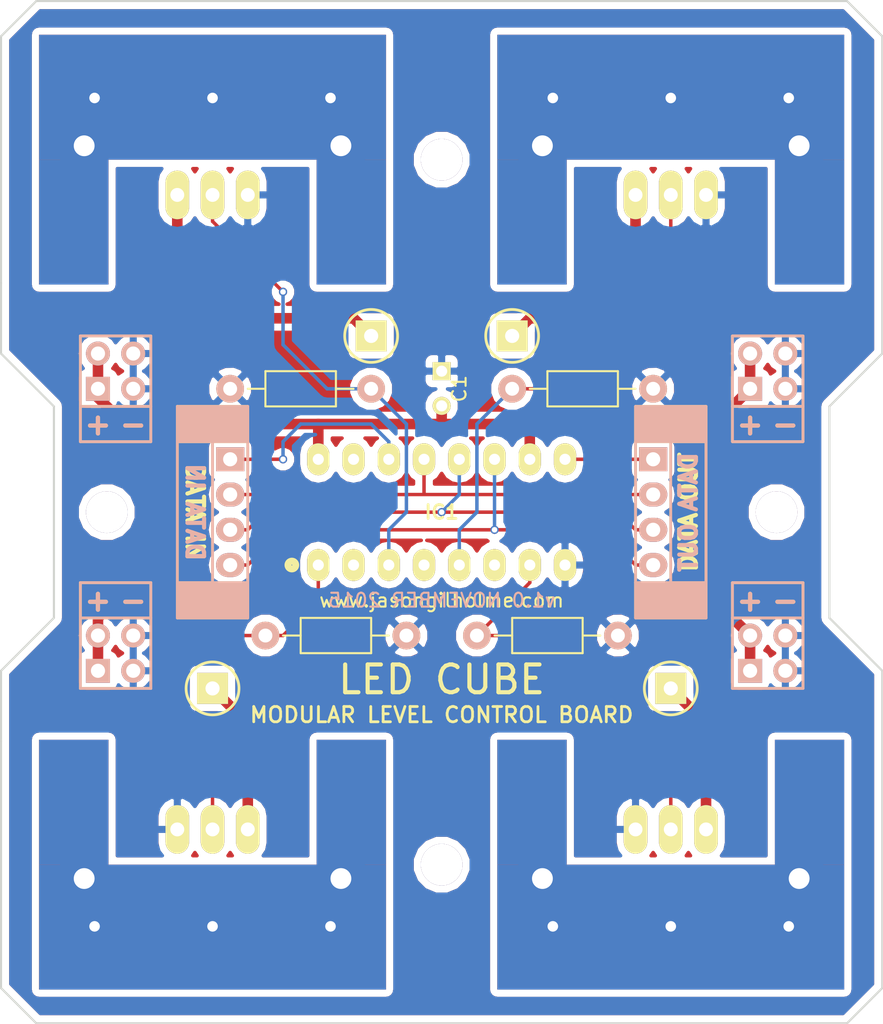
<source format=kicad_pcb>
(kicad_pcb (version 4) (host pcbnew 4.0.0-rc2-stable)

  (general
    (links 87)
    (no_connects 16)
    (area 124.384999 69.774999 188.830046 143.585001)
    (thickness 1.6)
    (drawings 162)
    (tracks 110)
    (zones 0)
    (modules 28)
    (nets 24)
  )

  (page A4)
  (layers
    (0 F.Cu signal)
    (31 B.Cu signal)
    (32 B.Adhes user)
    (33 F.Adhes user)
    (34 B.Paste user)
    (35 F.Paste user)
    (36 B.SilkS user)
    (37 F.SilkS user)
    (38 B.Mask user)
    (39 F.Mask user)
    (40 Dwgs.User user)
    (41 Cmts.User user)
    (42 Eco1.User user)
    (43 Eco2.User user)
    (44 Edge.Cuts user)
    (45 Margin user)
    (46 B.CrtYd user)
    (47 F.CrtYd user)
    (48 B.Fab user)
    (49 F.Fab user)
  )

  (setup
    (last_trace_width 0.25)
    (trace_clearance 0.2)
    (zone_clearance 0.508)
    (zone_45_only yes)
    (trace_min 0.2)
    (segment_width 0.2)
    (edge_width 0.15)
    (via_size 0.6)
    (via_drill 0.4)
    (via_min_size 0.4)
    (via_min_drill 0.3)
    (uvia_size 0.3)
    (uvia_drill 0.1)
    (uvias_allowed no)
    (uvia_min_size 0.2)
    (uvia_min_drill 0.1)
    (pcb_text_width 0.3)
    (pcb_text_size 1.5 1.5)
    (mod_edge_width 0.15)
    (mod_text_size 1 1)
    (mod_text_width 0.15)
    (pad_size 1.524 1.524)
    (pad_drill 0.762)
    (pad_to_mask_clearance 0.2)
    (aux_axis_origin 0 0)
    (visible_elements FFFFF77F)
    (pcbplotparams
      (layerselection 0x00010_00000000)
      (usegerberextensions true)
      (excludeedgelayer true)
      (linewidth 0.100000)
      (plotframeref false)
      (viasonmask false)
      (mode 1)
      (useauxorigin false)
      (hpglpennumber 1)
      (hpglpenspeed 20)
      (hpglpendiameter 15)
      (hpglpenoverlay 2)
      (psnegative false)
      (psa4output false)
      (plotreference true)
      (plotvalue true)
      (plotinvisibletext false)
      (padsonsilk false)
      (subtractmaskfromsilk false)
      (outputformat 1)
      (mirror false)
      (drillshape 0)
      (scaleselection 1)
      (outputdirectory gerber/))
  )

  (net 0 "")
  (net 1 GND)
  (net 2 "Net-(P1-Pad1)")
  (net 3 "Net-(P2-Pad1)")
  (net 4 "Net-(P3-Pad1)")
  (net 5 "Net-(P4-Pad1)")
  (net 6 "Net-(Q1-Pad2)")
  (net 7 "Net-(Q2-Pad2)")
  (net 8 "Net-(Q3-Pad2)")
  (net 9 "Net-(Q4-Pad2)")
  (net 10 "Net-(HS1-Pad1)")
  (net 11 "Net-(HS2-Pad1)")
  (net 12 "Net-(HS3-Pad1)")
  (net 13 "Net-(HS4-Pad1)")
  (net 14 "Net-(U1-Pad2)")
  (net 15 "Net-(U1-Pad4)")
  (net 16 "Net-(U1-Pad6)")
  (net 17 "Net-(U1-Pad15)")
  (net 18 "Net-(P5-Pad1)")
  (net 19 "Net-(P5-Pad2)")
  (net 20 "Net-(P5-Pad3)")
  (net 21 "Net-(P5-Pad4)")
  (net 22 "Net-(P6-Pad1)")
  (net 23 +5V)

  (net_class Default "This is the default net class."
    (clearance 0.2)
    (trace_width 0.25)
    (via_dia 0.6)
    (via_drill 0.4)
    (uvia_dia 0.3)
    (uvia_drill 0.1)
    (add_net GND)
    (add_net "Net-(HS1-Pad1)")
    (add_net "Net-(HS2-Pad1)")
    (add_net "Net-(HS3-Pad1)")
    (add_net "Net-(HS4-Pad1)")
    (add_net "Net-(P5-Pad1)")
    (add_net "Net-(P5-Pad2)")
    (add_net "Net-(P5-Pad3)")
    (add_net "Net-(P5-Pad4)")
    (add_net "Net-(P6-Pad1)")
    (add_net "Net-(Q1-Pad2)")
    (add_net "Net-(Q2-Pad2)")
    (add_net "Net-(Q3-Pad2)")
    (add_net "Net-(Q4-Pad2)")
    (add_net "Net-(U1-Pad15)")
    (add_net "Net-(U1-Pad2)")
    (add_net "Net-(U1-Pad4)")
    (add_net "Net-(U1-Pad6)")
  )

  (net_class POWER ""
    (clearance 0.2)
    (trace_width 0.762)
    (via_dia 0.6)
    (via_drill 0.4)
    (uvia_dia 0.3)
    (uvia_drill 0.1)
    (add_net +5V)
    (add_net "Net-(P1-Pad1)")
    (add_net "Net-(P2-Pad1)")
    (add_net "Net-(P3-Pad1)")
    (add_net "Net-(P4-Pad1)")
  )

  (module Capacitors_ThroughHole:C_Disc_D3_P2.5 (layer F.Cu) (tedit 5646827D) (tstamp 5646805C)
    (at 156.21 96.52 270)
    (descr "Capacitor 3mm Disc, Pitch 2.5mm")
    (tags Capacitor)
    (path /564D32F9)
    (fp_text reference C1 (at 1.27 -1.27 450) (layer F.SilkS)
      (effects (font (size 1 1) (thickness 0.15)))
    )
    (fp_text value 0.1uF (at 1.25 2.5 270) (layer F.Fab) hide
      (effects (font (size 1 1) (thickness 0.15)))
    )
    (pad 1 thru_hole rect (at 0 0 270) (size 1.3 1.3) (drill 0.8) (layers *.Cu *.Mask F.SilkS)
      (net 1 GND))
    (pad 2 thru_hole circle (at 2.5 0 270) (size 1.3 1.3) (drill 0.8001) (layers *.Cu *.Mask F.SilkS)
      (net 23 +5V))
    (model Capacitors_ThroughHole.3dshapes/C_Disc_D3_P2.5.wrl
      (at (xyz 0.05 0 0))
      (scale (xyz 1 1 1))
      (rotate (xyz 0 0 0))
    )
  )

  (module Socket_Strips:Socket_Strip_Straight_1x04 (layer B.Cu) (tedit 5643111C) (tstamp 5640882D)
    (at 171.45 102.87 270)
    (descr "Through hole socket strip")
    (tags "socket strip")
    (path /5642EE7A)
    (fp_text reference P6 (at 0 5.1 270) (layer B.SilkS) hide
      (effects (font (size 1 1) (thickness 0.15)) (justify mirror))
    )
    (fp_text value CONN_01X04 (at 0 3.1 270) (layer B.Fab) hide
      (effects (font (size 1 1) (thickness 0.15)) (justify mirror))
    )
    (fp_line (start -1.75 1.75) (end -1.75 -1.75) (layer B.CrtYd) (width 0.05))
    (fp_line (start 9.4 1.75) (end 9.4 -1.75) (layer B.CrtYd) (width 0.05))
    (fp_line (start -1.75 1.75) (end 9.4 1.75) (layer B.CrtYd) (width 0.05))
    (fp_line (start -1.75 -1.75) (end 9.4 -1.75) (layer B.CrtYd) (width 0.05))
    (pad 1 thru_hole rect (at 0 0 270) (size 1.7272 2.032) (drill 1.016) (layers *.Cu *.Mask B.SilkS)
      (net 22 "Net-(P6-Pad1)"))
    (pad 2 thru_hole oval (at 2.54 0 270) (size 1.7272 2.032) (drill 1.016) (layers *.Cu *.Mask B.SilkS)
      (net 19 "Net-(P5-Pad2)"))
    (pad 3 thru_hole oval (at 5.08 0 270) (size 1.7272 2.032) (drill 1.016) (layers *.Cu *.Mask B.SilkS)
      (net 20 "Net-(P5-Pad3)"))
    (pad 4 thru_hole oval (at 7.62 0 270) (size 1.7272 2.032) (drill 1.016) (layers *.Cu *.Mask B.SilkS)
      (net 21 "Net-(P5-Pad4)"))
    (model Socket_Strips.3dshapes/Socket_Strip_Straight_1x04.wrl
      (at (xyz 0.15 0 0))
      (scale (xyz 1 1 1))
      (rotate (xyz 0 0 180))
    )
  )

  (module Socket_Strips:Socket_Strip_Straight_1x04 (layer B.Cu) (tedit 5643110F) (tstamp 56408825)
    (at 140.97 102.87 270)
    (descr "Through hole socket strip")
    (tags "socket strip")
    (path /5642FDA1)
    (fp_text reference P5 (at 0 5.1 270) (layer B.SilkS) hide
      (effects (font (size 1 1) (thickness 0.15)) (justify mirror))
    )
    (fp_text value CONN_01X04 (at 0 3.1 270) (layer B.Fab) hide
      (effects (font (size 1 1) (thickness 0.15)) (justify mirror))
    )
    (fp_line (start -1.75 1.75) (end -1.75 -1.75) (layer B.CrtYd) (width 0.05))
    (fp_line (start 9.4 1.75) (end 9.4 -1.75) (layer B.CrtYd) (width 0.05))
    (fp_line (start -1.75 1.75) (end 9.4 1.75) (layer B.CrtYd) (width 0.05))
    (fp_line (start -1.75 -1.75) (end 9.4 -1.75) (layer B.CrtYd) (width 0.05))
    (pad 1 thru_hole rect (at 0 0 270) (size 1.7272 2.032) (drill 1.016) (layers *.Cu *.Mask B.SilkS)
      (net 18 "Net-(P5-Pad1)"))
    (pad 2 thru_hole oval (at 2.54 0 270) (size 1.7272 2.032) (drill 1.016) (layers *.Cu *.Mask B.SilkS)
      (net 19 "Net-(P5-Pad2)"))
    (pad 3 thru_hole oval (at 5.08 0 270) (size 1.7272 2.032) (drill 1.016) (layers *.Cu *.Mask B.SilkS)
      (net 20 "Net-(P5-Pad3)"))
    (pad 4 thru_hole oval (at 7.62 0 270) (size 1.7272 2.032) (drill 1.016) (layers *.Cu *.Mask B.SilkS)
      (net 21 "Net-(P5-Pad4)"))
    (model Socket_Strips.3dshapes/Socket_Strip_Straight_1x04.wrl
      (at (xyz 0.15 0 0))
      (scale (xyz 1 1 1))
      (rotate (xyz 0 0 180))
    )
  )

  (module Socket_Strips:Socket_Strip_Straight_2x02 (layer B.Cu) (tedit 56431038) (tstamp 56408835)
    (at 131.445 118.11)
    (descr "Through hole socket strip")
    (tags "socket strip")
    (path /56431B81)
    (fp_text reference P7 (at 0 5.1) (layer B.SilkS) hide
      (effects (font (size 1 1) (thickness 0.15)) (justify mirror))
    )
    (fp_text value CONN_02X02 (at 0 3.1) (layer B.Fab)
      (effects (font (size 1 1) (thickness 0.15)) (justify mirror))
    )
    (fp_line (start -1.75 1.75) (end -1.75 -4.3) (layer B.CrtYd) (width 0.05))
    (fp_line (start 4.3 1.75) (end 4.3 -4.3) (layer B.CrtYd) (width 0.05))
    (fp_line (start -1.75 1.75) (end 4.3 1.75) (layer B.CrtYd) (width 0.05))
    (fp_line (start -1.75 -4.3) (end 4.3 -4.3) (layer B.CrtYd) (width 0.05))
    (pad 1 thru_hole rect (at 0 0) (size 1.7272 1.7272) (drill 1.016) (layers *.Cu *.Mask B.SilkS)
      (net 23 +5V))
    (pad 2 thru_hole oval (at 0 -2.54) (size 1.7272 1.7272) (drill 1.016) (layers *.Cu *.Mask B.SilkS)
      (net 23 +5V))
    (pad 3 thru_hole oval (at 2.54 0) (size 1.7272 1.7272) (drill 1.016) (layers *.Cu *.Mask B.SilkS)
      (net 1 GND))
    (pad 4 thru_hole oval (at 2.54 -2.54) (size 1.7272 1.7272) (drill 1.016) (layers *.Cu *.Mask B.SilkS)
      (net 1 GND))
    (model Socket_Strips.3dshapes/Socket_Strip_Straight_2x02.wrl
      (at (xyz 0.05 -0.05 0))
      (scale (xyz 1 1 1))
      (rotate (xyz 0 0 180))
    )
  )

  (module Socket_Strips:Socket_Strip_Straight_2x02 (layer B.Cu) (tedit 56431023) (tstamp 5640884D)
    (at 178.435 118.11)
    (descr "Through hole socket strip")
    (tags "socket strip")
    (path /564329BA)
    (fp_text reference P10 (at 0 5.1) (layer B.SilkS) hide
      (effects (font (size 1 1) (thickness 0.15)) (justify mirror))
    )
    (fp_text value CONN_02X02 (at 0 3.1) (layer B.Fab)
      (effects (font (size 1 1) (thickness 0.15)) (justify mirror))
    )
    (fp_line (start -1.75 1.75) (end -1.75 -4.3) (layer B.CrtYd) (width 0.05))
    (fp_line (start 4.3 1.75) (end 4.3 -4.3) (layer B.CrtYd) (width 0.05))
    (fp_line (start -1.75 1.75) (end 4.3 1.75) (layer B.CrtYd) (width 0.05))
    (fp_line (start -1.75 -4.3) (end 4.3 -4.3) (layer B.CrtYd) (width 0.05))
    (pad 1 thru_hole rect (at 0 0) (size 1.7272 1.7272) (drill 1.016) (layers *.Cu *.Mask B.SilkS)
      (net 23 +5V))
    (pad 2 thru_hole oval (at 0 -2.54) (size 1.7272 1.7272) (drill 1.016) (layers *.Cu *.Mask B.SilkS)
      (net 23 +5V))
    (pad 3 thru_hole oval (at 2.54 0) (size 1.7272 1.7272) (drill 1.016) (layers *.Cu *.Mask B.SilkS)
      (net 1 GND))
    (pad 4 thru_hole oval (at 2.54 -2.54) (size 1.7272 1.7272) (drill 1.016) (layers *.Cu *.Mask B.SilkS)
      (net 1 GND))
    (model Socket_Strips.3dshapes/Socket_Strip_Straight_2x02.wrl
      (at (xyz 0.05 -0.05 0))
      (scale (xyz 1 1 1))
      (rotate (xyz 0 0 180))
    )
  )

  (module Socket_Strips:Socket_Strip_Straight_2x02 (layer B.Cu) (tedit 5643100E) (tstamp 56408845)
    (at 178.435 97.79)
    (descr "Through hole socket strip")
    (tags "socket strip")
    (path /564327BC)
    (fp_text reference P9 (at 0 5.1) (layer B.SilkS) hide
      (effects (font (size 1 1) (thickness 0.15)) (justify mirror))
    )
    (fp_text value CONN_02X02 (at 0 3.1) (layer B.Fab)
      (effects (font (size 1 1) (thickness 0.15)) (justify mirror))
    )
    (fp_line (start -1.75 1.75) (end -1.75 -4.3) (layer B.CrtYd) (width 0.05))
    (fp_line (start 4.3 1.75) (end 4.3 -4.3) (layer B.CrtYd) (width 0.05))
    (fp_line (start -1.75 1.75) (end 4.3 1.75) (layer B.CrtYd) (width 0.05))
    (fp_line (start -1.75 -4.3) (end 4.3 -4.3) (layer B.CrtYd) (width 0.05))
    (pad 1 thru_hole rect (at 0 0) (size 1.7272 1.7272) (drill 1.016) (layers *.Cu *.Mask B.SilkS)
      (net 23 +5V))
    (pad 2 thru_hole oval (at 0 -2.54) (size 1.7272 1.7272) (drill 1.016) (layers *.Cu *.Mask B.SilkS)
      (net 23 +5V))
    (pad 3 thru_hole oval (at 2.54 0) (size 1.7272 1.7272) (drill 1.016) (layers *.Cu *.Mask B.SilkS)
      (net 1 GND))
    (pad 4 thru_hole oval (at 2.54 -2.54) (size 1.7272 1.7272) (drill 1.016) (layers *.Cu *.Mask B.SilkS)
      (net 1 GND))
    (model Socket_Strips.3dshapes/Socket_Strip_Straight_2x02.wrl
      (at (xyz 0.05 -0.05 0))
      (scale (xyz 1 1 1))
      (rotate (xyz 0 0 180))
    )
  )

  (module Socket_Strips:Socket_Strip_Straight_2x02 (layer B.Cu) (tedit 56430FF6) (tstamp 5640883D)
    (at 131.445 97.79)
    (descr "Through hole socket strip")
    (tags "socket strip")
    (path /5643299C)
    (fp_text reference P8 (at 0 5.1) (layer B.SilkS) hide
      (effects (font (size 1 1) (thickness 0.15)) (justify mirror))
    )
    (fp_text value CONN_02X02 (at 0 3.1) (layer B.Fab)
      (effects (font (size 1 1) (thickness 0.15)) (justify mirror))
    )
    (fp_line (start -1.75 1.75) (end -1.75 -4.3) (layer B.CrtYd) (width 0.05))
    (fp_line (start 4.3 1.75) (end 4.3 -4.3) (layer B.CrtYd) (width 0.05))
    (fp_line (start -1.75 1.75) (end 4.3 1.75) (layer B.CrtYd) (width 0.05))
    (fp_line (start -1.75 -4.3) (end 4.3 -4.3) (layer B.CrtYd) (width 0.05))
    (pad 1 thru_hole rect (at 0 0) (size 1.7272 1.7272) (drill 1.016) (layers *.Cu *.Mask B.SilkS)
      (net 23 +5V))
    (pad 2 thru_hole oval (at 0 -2.54) (size 1.7272 1.7272) (drill 1.016) (layers *.Cu *.Mask B.SilkS)
      (net 23 +5V))
    (pad 3 thru_hole oval (at 2.54 0) (size 1.7272 1.7272) (drill 1.016) (layers *.Cu *.Mask B.SilkS)
      (net 1 GND))
    (pad 4 thru_hole oval (at 2.54 -2.54) (size 1.7272 1.7272) (drill 1.016) (layers *.Cu *.Mask B.SilkS)
      (net 1 GND))
    (model Socket_Strips.3dshapes/Socket_Strip_Straight_2x02.wrl
      (at (xyz 0.05 -0.05 0))
      (scale (xyz 1 1 1))
      (rotate (xyz 0 0 180))
    )
  )

  (module Socket_Strips:Socket_Strip_Straight_1x01 (layer F.Cu) (tedit 56408276) (tstamp 5637242F)
    (at 161.29 93.98)
    (descr "Through hole socket strip")
    (tags "socket strip")
    (path /56372F50)
    (fp_text reference P3 (at 0 -5.1) (layer F.SilkS) hide
      (effects (font (size 1 1) (thickness 0.15)))
    )
    (fp_text value LEVEL_3 (at 0 -3.1) (layer F.Fab) hide
      (effects (font (size 1 1) (thickness 0.15)))
    )
    (fp_line (start -1.75 -1.75) (end -1.75 1.75) (layer F.CrtYd) (width 0.05))
    (fp_line (start 1.75 -1.75) (end 1.75 1.75) (layer F.CrtYd) (width 0.05))
    (fp_line (start -1.75 -1.75) (end 1.75 -1.75) (layer F.CrtYd) (width 0.05))
    (fp_line (start -1.75 1.75) (end 1.75 1.75) (layer F.CrtYd) (width 0.05))
    (pad 1 thru_hole rect (at 0 0) (size 2.2352 2.2352) (drill 1.016) (layers *.Cu *.Mask F.SilkS)
      (net 4 "Net-(P3-Pad1)"))
    (model Socket_Strips.3dshapes/Socket_Strip_Straight_1x01.wrl
      (at (xyz 0 0 0))
      (scale (xyz 1 1 1))
      (rotate (xyz 0 0 180))
    )
  )

  (module Socket_Strips:Socket_Strip_Straight_1x01 (layer F.Cu) (tedit 56408268) (tstamp 56372425)
    (at 139.7 119.38)
    (descr "Through hole socket strip")
    (tags "socket strip")
    (path /56372E80)
    (fp_text reference P1 (at 0 -5.1) (layer F.SilkS) hide
      (effects (font (size 1 1) (thickness 0.15)))
    )
    (fp_text value LEVEL_1 (at 0 -3.1) (layer F.Fab) hide
      (effects (font (size 1 1) (thickness 0.15)))
    )
    (fp_line (start -1.75 -1.75) (end -1.75 1.75) (layer F.CrtYd) (width 0.05))
    (fp_line (start 1.75 -1.75) (end 1.75 1.75) (layer F.CrtYd) (width 0.05))
    (fp_line (start -1.75 -1.75) (end 1.75 -1.75) (layer F.CrtYd) (width 0.05))
    (fp_line (start -1.75 1.75) (end 1.75 1.75) (layer F.CrtYd) (width 0.05))
    (pad 1 thru_hole rect (at 0 0) (size 2.2352 2.2352) (drill 1.016) (layers *.Cu *.Mask F.SilkS)
      (net 2 "Net-(P1-Pad1)"))
    (model Socket_Strips.3dshapes/Socket_Strip_Straight_1x01.wrl
      (at (xyz 0 0 0))
      (scale (xyz 1 1 1))
      (rotate (xyz 0 0 180))
    )
  )

  (module Socket_Strips:Socket_Strip_Straight_1x01 (layer F.Cu) (tedit 56408258) (tstamp 56372434)
    (at 172.72 119.38)
    (descr "Through hole socket strip")
    (tags "socket strip")
    (path /56372FAC)
    (fp_text reference P4 (at 0 -5.1) (layer F.SilkS) hide
      (effects (font (size 1 1) (thickness 0.15)))
    )
    (fp_text value LEVEL_4 (at 0 -3.1) (layer F.Fab) hide
      (effects (font (size 1 1) (thickness 0.15)))
    )
    (fp_line (start -1.75 -1.75) (end -1.75 1.75) (layer F.CrtYd) (width 0.05))
    (fp_line (start 1.75 -1.75) (end 1.75 1.75) (layer F.CrtYd) (width 0.05))
    (fp_line (start -1.75 -1.75) (end 1.75 -1.75) (layer F.CrtYd) (width 0.05))
    (fp_line (start -1.75 1.75) (end 1.75 1.75) (layer F.CrtYd) (width 0.05))
    (pad 1 thru_hole rect (at 0 0) (size 2.2352 2.2352) (drill 1.016) (layers *.Cu *.Mask F.SilkS)
      (net 5 "Net-(P4-Pad1)"))
    (model Socket_Strips.3dshapes/Socket_Strip_Straight_1x01.wrl
      (at (xyz 0 0 0))
      (scale (xyz 1 1 1))
      (rotate (xyz 0 0 180))
    )
  )

  (module Socket_Strips:Socket_Strip_Straight_1x01 (layer F.Cu) (tedit 5640823D) (tstamp 5637242A)
    (at 151.13 93.98)
    (descr "Through hole socket strip")
    (tags "socket strip")
    (path /56372F07)
    (fp_text reference P2 (at 0 -5.1) (layer F.SilkS) hide
      (effects (font (size 1 1) (thickness 0.15)))
    )
    (fp_text value LEVEL_2 (at 0 -3.1) (layer F.Fab) hide
      (effects (font (size 1 1) (thickness 0.15)))
    )
    (fp_line (start -1.75 -1.75) (end -1.75 1.75) (layer F.CrtYd) (width 0.05))
    (fp_line (start 1.75 -1.75) (end 1.75 1.75) (layer F.CrtYd) (width 0.05))
    (fp_line (start -1.75 -1.75) (end 1.75 -1.75) (layer F.CrtYd) (width 0.05))
    (fp_line (start -1.75 1.75) (end 1.75 1.75) (layer F.CrtYd) (width 0.05))
    (pad 1 thru_hole rect (at 0 0) (size 2.2352 2.2352) (drill 1.016) (layers *.Cu *.Mask F.SilkS)
      (net 3 "Net-(P2-Pad1)"))
    (model Socket_Strips.3dshapes/Socket_Strip_Straight_1x01.wrl
      (at (xyz 0 0 0))
      (scale (xyz 1 1 1))
      (rotate (xyz 0 0 180))
    )
  )

  (module Housings_DIP:DIP-16_W7.62mm_LongPads (layer F.Cu) (tedit 563F2E37) (tstamp 5637247C)
    (at 147.32 110.49 90)
    (descr "16-lead dip package, row spacing 7.62 mm (300 mils), longer pads")
    (tags "dil dip 2.54 300")
    (path /56373D7C)
    (fp_text reference U1 (at 0 -5.22 90) (layer F.SilkS) hide
      (effects (font (size 1 1) (thickness 0.15)))
    )
    (fp_text value 74HC595 (at 0 -3.72 90) (layer F.Fab) hide
      (effects (font (size 1 1) (thickness 0.15)))
    )
    (pad 1 thru_hole oval (at 0 0 90) (size 2.3 1.6) (drill 0.8) (layers *.Cu *.Mask F.SilkS)
      (net 6 "Net-(Q1-Pad2)"))
    (pad 2 thru_hole oval (at 0 2.54 90) (size 2.3 1.6) (drill 0.8) (layers *.Cu *.Mask F.SilkS)
      (net 14 "Net-(U1-Pad2)"))
    (pad 3 thru_hole oval (at 0 5.08 90) (size 2.3 1.6) (drill 0.8) (layers *.Cu *.Mask F.SilkS)
      (net 7 "Net-(Q2-Pad2)"))
    (pad 4 thru_hole oval (at 0 7.62 90) (size 2.3 1.6) (drill 0.8) (layers *.Cu *.Mask F.SilkS)
      (net 15 "Net-(U1-Pad4)"))
    (pad 5 thru_hole oval (at 0 10.16 90) (size 2.3 1.6) (drill 0.8) (layers *.Cu *.Mask F.SilkS)
      (net 8 "Net-(Q3-Pad2)"))
    (pad 6 thru_hole oval (at 0 12.7 90) (size 2.3 1.6) (drill 0.8) (layers *.Cu *.Mask F.SilkS)
      (net 16 "Net-(U1-Pad6)"))
    (pad 7 thru_hole oval (at 0 15.24 90) (size 2.3 1.6) (drill 0.8) (layers *.Cu *.Mask F.SilkS)
      (net 9 "Net-(Q4-Pad2)"))
    (pad 8 thru_hole oval (at 0 17.78 90) (size 2.3 1.6) (drill 0.8) (layers *.Cu *.Mask F.SilkS)
      (net 1 GND))
    (pad 9 thru_hole oval (at 7.62 17.78 90) (size 2.3 1.6) (drill 0.8) (layers *.Cu *.Mask F.SilkS)
      (net 22 "Net-(P6-Pad1)"))
    (pad 10 thru_hole oval (at 7.62 15.24 90) (size 2.3 1.6) (drill 0.8) (layers *.Cu *.Mask F.SilkS)
      (net 23 +5V))
    (pad 11 thru_hole oval (at 7.62 12.7 90) (size 2.3 1.6) (drill 0.8) (layers *.Cu *.Mask F.SilkS)
      (net 21 "Net-(P5-Pad4)"))
    (pad 12 thru_hole oval (at 7.62 10.16 90) (size 2.3 1.6) (drill 0.8) (layers *.Cu *.Mask F.SilkS)
      (net 20 "Net-(P5-Pad3)"))
    (pad 13 thru_hole oval (at 7.62 7.62 90) (size 2.3 1.6) (drill 0.8) (layers *.Cu *.Mask F.SilkS)
      (net 19 "Net-(P5-Pad2)"))
    (pad 14 thru_hole oval (at 7.62 5.08 90) (size 2.3 1.6) (drill 0.8) (layers *.Cu *.Mask F.SilkS)
      (net 18 "Net-(P5-Pad1)"))
    (pad 15 thru_hole oval (at 7.62 2.54 90) (size 2.3 1.6) (drill 0.8) (layers *.Cu *.Mask F.SilkS)
      (net 17 "Net-(U1-Pad15)"))
    (pad 16 thru_hole oval (at 7.62 0 90) (size 2.3 1.6) (drill 0.8) (layers *.Cu *.Mask F.SilkS)
      (net 23 +5V))
    (model Housings_DIP.3dshapes/DIP-16_W7.62mm_LongPads.wrl
      (at (xyz 0 0 0))
      (scale (xyz 1 1 1))
      (rotate (xyz 0 0 0))
    )
  )

  (module TO_SOT_Packages_THT:TO-220_Neutral123_Vertical_LargePads (layer F.Cu) (tedit 563F2B81) (tstamp 56372442)
    (at 139.7 83.82)
    (descr "TO-220, Neutral, Vertical, Large Pads,")
    (tags "TO-220, Neutral, Vertical, Large Pads,")
    (path /563742A5)
    (fp_text reference Q2 (at 0 -5.08) (layer F.SilkS) hide
      (effects (font (size 1 1) (thickness 0.15)))
    )
    (fp_text value BUZ11 (at 0 3.81) (layer F.Fab) hide
      (effects (font (size 1 1) (thickness 0.15)))
    )
    (pad 2 thru_hole oval (at 0 0 90) (size 3.50012 1.69926) (drill 1.00076) (layers *.Cu *.Mask F.SilkS)
      (net 7 "Net-(Q2-Pad2)"))
    (pad 1 thru_hole oval (at -2.54 0 90) (size 3.50012 1.69926) (drill 1.00076) (layers *.Cu *.Mask F.SilkS)
      (net 3 "Net-(P2-Pad1)"))
    (pad 3 thru_hole oval (at 2.54 0 90) (size 3.50012 1.69926) (drill 1.00076) (layers *.Cu *.Mask F.SilkS)
      (net 1 GND))
    (model TO_SOT_Packages_THT.3dshapes/TO-220_Neutral123_Vertical_LargePads.wrl
      (at (xyz 0 0 0))
      (scale (xyz 0.3937 0.3937 0.3937))
      (rotate (xyz 0 0 0))
    )
  )

  (module TO_SOT_Packages_THT:TO-220_Neutral123_Vertical_LargePads (layer F.Cu) (tedit 563F2B45) (tstamp 56372449)
    (at 172.72 83.82)
    (descr "TO-220, Neutral, Vertical, Large Pads,")
    (tags "TO-220, Neutral, Vertical, Large Pads,")
    (path /563742F8)
    (fp_text reference Q3 (at 0 -5.08) (layer F.SilkS) hide
      (effects (font (size 1 1) (thickness 0.15)))
    )
    (fp_text value BUZ11 (at 0 3.81) (layer F.Fab) hide
      (effects (font (size 1 1) (thickness 0.15)))
    )
    (pad 2 thru_hole oval (at 0 0 90) (size 3.50012 1.69926) (drill 1.00076) (layers *.Cu *.Mask F.SilkS)
      (net 8 "Net-(Q3-Pad2)"))
    (pad 1 thru_hole oval (at -2.54 0 90) (size 3.50012 1.69926) (drill 1.00076) (layers *.Cu *.Mask F.SilkS)
      (net 4 "Net-(P3-Pad1)"))
    (pad 3 thru_hole oval (at 2.54 0 90) (size 3.50012 1.69926) (drill 1.00076) (layers *.Cu *.Mask F.SilkS)
      (net 1 GND))
    (model TO_SOT_Packages_THT.3dshapes/TO-220_Neutral123_Vertical_LargePads.wrl
      (at (xyz 0 0 0))
      (scale (xyz 0.3937 0.3937 0.3937))
      (rotate (xyz 0 0 0))
    )
  )

  (module TO_SOT_Packages_THT:TO-220_Neutral123_Vertical_LargePads (layer F.Cu) (tedit 563F2AD5) (tstamp 56372450)
    (at 172.72 129.54 180)
    (descr "TO-220, Neutral, Vertical, Large Pads,")
    (tags "TO-220, Neutral, Vertical, Large Pads,")
    (path /56374354)
    (fp_text reference Q4 (at 0 -5.08 180) (layer F.SilkS) hide
      (effects (font (size 1 1) (thickness 0.15)))
    )
    (fp_text value BUZ11 (at 0 3.81 180) (layer F.Fab) hide
      (effects (font (size 1 1) (thickness 0.15)))
    )
    (pad 2 thru_hole oval (at 0 0 270) (size 3.50012 1.69926) (drill 1.00076) (layers *.Cu *.Mask F.SilkS)
      (net 9 "Net-(Q4-Pad2)"))
    (pad 1 thru_hole oval (at -2.54 0 270) (size 3.50012 1.69926) (drill 1.00076) (layers *.Cu *.Mask F.SilkS)
      (net 5 "Net-(P4-Pad1)"))
    (pad 3 thru_hole oval (at 2.54 0 270) (size 3.50012 1.69926) (drill 1.00076) (layers *.Cu *.Mask F.SilkS)
      (net 1 GND))
    (model TO_SOT_Packages_THT.3dshapes/TO-220_Neutral123_Vertical_LargePads.wrl
      (at (xyz 0 0 0))
      (scale (xyz 0.3937 0.3937 0.3937))
      (rotate (xyz 0 0 0))
    )
  )

  (module TO_SOT_Packages_THT:TO-220_Neutral123_Vertical_LargePads (layer F.Cu) (tedit 563F2AA8) (tstamp 5637243B)
    (at 139.7 129.54 180)
    (descr "TO-220, Neutral, Vertical, Large Pads,")
    (tags "TO-220, Neutral, Vertical, Large Pads,")
    (path /563741E7)
    (fp_text reference Q1 (at 0 -5.08 180) (layer F.SilkS) hide
      (effects (font (size 1 1) (thickness 0.15)))
    )
    (fp_text value BUZ11 (at 0 3.81 180) (layer F.Fab) hide
      (effects (font (size 1 1) (thickness 0.15)))
    )
    (pad 2 thru_hole oval (at 0 0 270) (size 3.50012 1.69926) (drill 1.00076) (layers *.Cu *.Mask F.SilkS)
      (net 6 "Net-(Q1-Pad2)"))
    (pad 1 thru_hole oval (at -2.54 0 270) (size 3.50012 1.69926) (drill 1.00076) (layers *.Cu *.Mask F.SilkS)
      (net 2 "Net-(P1-Pad1)"))
    (pad 3 thru_hole oval (at 2.54 0 270) (size 3.50012 1.69926) (drill 1.00076) (layers *.Cu *.Mask F.SilkS)
      (net 1 GND))
    (model TO_SOT_Packages_THT.3dshapes/TO-220_Neutral123_Vertical_LargePads.wrl
      (at (xyz 0 0 0))
      (scale (xyz 0.3937 0.3937 0.3937))
      (rotate (xyz 0 0 0))
    )
  )

  (module Mounting_Holes:MountingHole_3mm (layer F.Cu) (tedit 563F29B3) (tstamp 563F30C7)
    (at 132.08 106.68)
    (descr "Mounting hole, Befestigungsbohrung, 3mm, No Annular, Kein Restring,")
    (tags "Mounting hole, Befestigungsbohrung, 3mm, No Annular, Kein Restring,")
    (fp_text reference REF** (at 0 -4.0005) (layer F.SilkS) hide
      (effects (font (size 1 1) (thickness 0.15)))
    )
    (fp_text value MountingHole_3mm (at 1.00076 5.00126) (layer F.Fab) hide
      (effects (font (size 1 1) (thickness 0.15)))
    )
    (fp_circle (center 0 0) (end 3 0) (layer Cmts.User) (width 0.381))
    (pad 1 thru_hole circle (at 0 0) (size 3 3) (drill 3) (layers))
  )

  (module Mounting_Holes:MountingHole_3mm (layer F.Cu) (tedit 563F2A0C) (tstamp 563F30CC)
    (at 180.34 106.68)
    (descr "Mounting hole, Befestigungsbohrung, 3mm, No Annular, Kein Restring,")
    (tags "Mounting hole, Befestigungsbohrung, 3mm, No Annular, Kein Restring,")
    (fp_text reference REF** (at 0 -4.0005) (layer F.SilkS) hide
      (effects (font (size 1 1) (thickness 0.15)))
    )
    (fp_text value MountingHole_3mm (at 1.00076 5.00126) (layer F.Fab) hide
      (effects (font (size 1 1) (thickness 0.15)))
    )
    (fp_circle (center 0 0) (end 3 0) (layer Cmts.User) (width 0.381))
    (pad 1 thru_hole circle (at 0 0) (size 3 3) (drill 3) (layers))
  )

  (module Mounting_Holes:MountingHole_3mm (layer F.Cu) (tedit 563F2A4E) (tstamp 563F30B8)
    (at 156.21 81.28)
    (descr "Mounting hole, Befestigungsbohrung, 3mm, No Annular, Kein Restring,")
    (tags "Mounting hole, Befestigungsbohrung, 3mm, No Annular, Kein Restring,")
    (fp_text reference REF** (at 0 -4.0005) (layer F.SilkS) hide
      (effects (font (size 1 1) (thickness 0.15)))
    )
    (fp_text value MountingHole_3mm (at 1.00076 5.00126) (layer F.Fab) hide
      (effects (font (size 1 1) (thickness 0.15)))
    )
    (fp_circle (center 0 0) (end 3 0) (layer Cmts.User) (width 0.381))
    (pad 1 thru_hole circle (at 0 0) (size 3 3) (drill 3) (layers))
  )

  (module Resistors_ThroughHole:Resistor_Horizontal_RM10mm (layer F.Cu) (tedit 563F2A71) (tstamp 56372456)
    (at 148.59 115.57 180)
    (descr "Resistor, Axial,  RM 10mm, 1/3W,")
    (tags "Resistor, Axial, RM 10mm, 1/3W,")
    (path /56373F84)
    (fp_text reference R1 (at 0.24892 -3.50012 180) (layer F.SilkS) hide
      (effects (font (size 1 1) (thickness 0.15)))
    )
    (fp_text value 10k (at 3.81 3.81 180) (layer F.Fab) hide
      (effects (font (size 1 1) (thickness 0.15)))
    )
    (fp_line (start -2.54 -1.27) (end 2.54 -1.27) (layer F.SilkS) (width 0.15))
    (fp_line (start 2.54 -1.27) (end 2.54 1.27) (layer F.SilkS) (width 0.15))
    (fp_line (start 2.54 1.27) (end -2.54 1.27) (layer F.SilkS) (width 0.15))
    (fp_line (start -2.54 1.27) (end -2.54 -1.27) (layer F.SilkS) (width 0.15))
    (fp_line (start -2.54 0) (end -3.81 0) (layer F.SilkS) (width 0.15))
    (fp_line (start 2.54 0) (end 3.81 0) (layer F.SilkS) (width 0.15))
    (pad 1 thru_hole circle (at -5.08 0 180) (size 1.99898 1.99898) (drill 1.00076) (layers *.Cu *.SilkS *.Mask)
      (net 1 GND))
    (pad 2 thru_hole circle (at 5.08 0 180) (size 1.99898 1.99898) (drill 1.00076) (layers *.Cu *.SilkS *.Mask)
      (net 6 "Net-(Q1-Pad2)"))
    (model Resistors_ThroughHole.3dshapes/Resistor_Horizontal_RM10mm.wrl
      (at (xyz 0 0 0))
      (scale (xyz 0.4 0.4 0.4))
      (rotate (xyz 0 0 0))
    )
  )

  (module Resistors_ThroughHole:Resistor_Horizontal_RM10mm (layer F.Cu) (tedit 563F2B94) (tstamp 5637245C)
    (at 146.05 97.79)
    (descr "Resistor, Axial,  RM 10mm, 1/3W,")
    (tags "Resistor, Axial, RM 10mm, 1/3W,")
    (path /56374049)
    (fp_text reference R2 (at 0.24892 -3.50012) (layer F.SilkS) hide
      (effects (font (size 1 1) (thickness 0.15)))
    )
    (fp_text value 10k (at 3.81 3.81) (layer F.Fab) hide
      (effects (font (size 1 1) (thickness 0.15)))
    )
    (fp_line (start -2.54 -1.27) (end 2.54 -1.27) (layer F.SilkS) (width 0.15))
    (fp_line (start 2.54 -1.27) (end 2.54 1.27) (layer F.SilkS) (width 0.15))
    (fp_line (start 2.54 1.27) (end -2.54 1.27) (layer F.SilkS) (width 0.15))
    (fp_line (start -2.54 1.27) (end -2.54 -1.27) (layer F.SilkS) (width 0.15))
    (fp_line (start -2.54 0) (end -3.81 0) (layer F.SilkS) (width 0.15))
    (fp_line (start 2.54 0) (end 3.81 0) (layer F.SilkS) (width 0.15))
    (pad 1 thru_hole circle (at -5.08 0) (size 1.99898 1.99898) (drill 1.00076) (layers *.Cu *.SilkS *.Mask)
      (net 1 GND))
    (pad 2 thru_hole circle (at 5.08 0) (size 1.99898 1.99898) (drill 1.00076) (layers *.Cu *.SilkS *.Mask)
      (net 7 "Net-(Q2-Pad2)"))
    (model Resistors_ThroughHole.3dshapes/Resistor_Horizontal_RM10mm.wrl
      (at (xyz 0 0 0))
      (scale (xyz 0.4 0.4 0.4))
      (rotate (xyz 0 0 0))
    )
  )

  (module Resistors_ThroughHole:Resistor_Horizontal_RM10mm (layer F.Cu) (tedit 563F2B13) (tstamp 56372462)
    (at 166.37 97.79 180)
    (descr "Resistor, Axial,  RM 10mm, 1/3W,")
    (tags "Resistor, Axial, RM 10mm, 1/3W,")
    (path /56374066)
    (fp_text reference R3 (at 0.24892 -3.50012 180) (layer F.SilkS) hide
      (effects (font (size 1 1) (thickness 0.15)))
    )
    (fp_text value 10k (at 3.81 3.81 180) (layer F.Fab) hide
      (effects (font (size 1 1) (thickness 0.15)))
    )
    (fp_line (start -2.54 -1.27) (end 2.54 -1.27) (layer F.SilkS) (width 0.15))
    (fp_line (start 2.54 -1.27) (end 2.54 1.27) (layer F.SilkS) (width 0.15))
    (fp_line (start 2.54 1.27) (end -2.54 1.27) (layer F.SilkS) (width 0.15))
    (fp_line (start -2.54 1.27) (end -2.54 -1.27) (layer F.SilkS) (width 0.15))
    (fp_line (start -2.54 0) (end -3.81 0) (layer F.SilkS) (width 0.15))
    (fp_line (start 2.54 0) (end 3.81 0) (layer F.SilkS) (width 0.15))
    (pad 1 thru_hole circle (at -5.08 0 180) (size 1.99898 1.99898) (drill 1.00076) (layers *.Cu *.SilkS *.Mask)
      (net 1 GND))
    (pad 2 thru_hole circle (at 5.08 0 180) (size 1.99898 1.99898) (drill 1.00076) (layers *.Cu *.SilkS *.Mask)
      (net 8 "Net-(Q3-Pad2)"))
    (model Resistors_ThroughHole.3dshapes/Resistor_Horizontal_RM10mm.wrl
      (at (xyz 0 0 0))
      (scale (xyz 0.4 0.4 0.4))
      (rotate (xyz 0 0 0))
    )
  )

  (module Resistors_ThroughHole:Resistor_Horizontal_RM10mm (layer F.Cu) (tedit 56430F0E) (tstamp 56372468)
    (at 163.83 115.57 180)
    (descr "Resistor, Axial,  RM 10mm, 1/3W,")
    (tags "Resistor, Axial, RM 10mm, 1/3W,")
    (path /56374086)
    (fp_text reference R4 (at 0.24892 -3.50012 180) (layer F.SilkS) hide
      (effects (font (size 1 1) (thickness 0.15)))
    )
    (fp_text value 10k (at 3.81 3.81 180) (layer F.Fab) hide
      (effects (font (size 1 1) (thickness 0.15)))
    )
    (fp_line (start -2.54 -1.27) (end 2.54 -1.27) (layer F.SilkS) (width 0.15))
    (fp_line (start 2.54 -1.27) (end 2.54 1.27) (layer F.SilkS) (width 0.15))
    (fp_line (start 2.54 1.27) (end -2.54 1.27) (layer F.SilkS) (width 0.15))
    (fp_line (start -2.54 1.27) (end -2.54 -1.27) (layer F.SilkS) (width 0.15))
    (fp_line (start -2.54 0) (end -3.81 0) (layer F.SilkS) (width 0.15))
    (fp_line (start 2.54 0) (end 3.81 0) (layer F.SilkS) (width 0.15))
    (pad 1 thru_hole circle (at -5.08 0 180) (size 1.99898 1.99898) (drill 1.00076) (layers *.Cu *.SilkS *.Mask)
      (net 1 GND))
    (pad 2 thru_hole circle (at 5.08 0 180) (size 1.99898 1.99898) (drill 1.00076) (layers *.Cu *.SilkS *.Mask)
      (net 9 "Net-(Q4-Pad2)"))
    (model Resistors_ThroughHole.3dshapes/Resistor_Horizontal_RM10mm.wrl
      (at (xyz 0 0 0))
      (scale (xyz 0.4 0.4 0.4))
      (rotate (xyz 0 0 0))
    )
  )

  (module Mounting_Holes:MountingHole_3mm (layer F.Cu) (tedit 563F2A57) (tstamp 563F2731)
    (at 156.21 132.08)
    (descr "Mounting hole, Befestigungsbohrung, 3mm, No Annular, Kein Restring,")
    (tags "Mounting hole, Befestigungsbohrung, 3mm, No Annular, Kein Restring,")
    (fp_text reference REF** (at 0 -4.0005) (layer F.SilkS) hide
      (effects (font (size 1 1) (thickness 0.15)))
    )
    (fp_text value MountingHole_3mm (at 1.00076 5.00126) (layer F.Fab) hide
      (effects (font (size 1 1) (thickness 0.15)))
    )
    (fp_circle (center 0 0) (end 3 0) (layer Cmts.User) (width 0.381))
    (pad 1 thru_hole circle (at 0 0) (size 3 3) (drill 3) (layers))
  )

  (module kicadFootprints:HeatsinkWithExposedCopper (layer F.Cu) (tedit 5646A931) (tstamp 563F268E)
    (at 172.72 132.08 180)
    (descr "WireConnection with 2mm drill")
    (path /563F5A96)
    (fp_text reference HS4 (at 0 0 180) (layer F.SilkS) hide
      (effects (font (size 1 1) (thickness 0.15)))
    )
    (fp_text value HEATSINK_JASE (at 0 4 180) (layer F.Fab) hide
      (effects (font (size 1 1) (thickness 0.15)))
    )
    (fp_line (start 14.0716 -3.7592) (end 13.8684 -3.6576) (layer Cmts.User) (width 0.381))
    (fp_line (start 13.8684 -3.6576) (end 13.6398 -3.6576) (layer Cmts.User) (width 0.381))
    (fp_line (start 13.6398 -3.6576) (end 13.4366 -3.7592) (layer Cmts.User) (width 0.381))
    (fp_line (start 13.4366 -3.7592) (end 13.3604 -4.1148) (layer Cmts.User) (width 0.381))
    (fp_line (start 13.3604 -4.1148) (end 13.3604 -4.572) (layer Cmts.User) (width 0.381))
    (fp_line (start 13.3604 -4.572) (end 13.462 -4.6482) (layer Cmts.User) (width 0.381))
    (fp_line (start 13.462 -4.6482) (end 13.7668 -4.7244) (layer Cmts.User) (width 0.381))
    (fp_line (start 13.7668 -4.7244) (end 13.9954 -4.6736) (layer Cmts.User) (width 0.381))
    (fp_line (start 13.9954 -4.6736) (end 14.0462 -4.318) (layer Cmts.User) (width 0.381))
    (fp_line (start 14.0462 -4.318) (end 13.4366 -4.191) (layer Cmts.User) (width 0.381))
    (fp_line (start 13.4366 -4.191) (end 13.4366 -4.2418) (layer Cmts.User) (width 0.381))
    (fp_line (start 12.7508 -3.7084) (end 12.4206 -3.7084) (layer Cmts.User) (width 0.381))
    (fp_line (start 12.4206 -3.7084) (end 12.2174 -3.7084) (layer Cmts.User) (width 0.381))
    (fp_line (start 12.2174 -3.7084) (end 12.0396 -3.8608) (layer Cmts.User) (width 0.381))
    (fp_line (start 12.0396 -3.8608) (end 12.0396 -4.2418) (layer Cmts.User) (width 0.381))
    (fp_line (start 12.0396 -4.2418) (end 12.1412 -4.572) (layer Cmts.User) (width 0.381))
    (fp_line (start 12.1412 -4.572) (end 12.2936 -4.6482) (layer Cmts.User) (width 0.381))
    (fp_line (start 12.2936 -4.6482) (end 12.573 -4.6482) (layer Cmts.User) (width 0.381))
    (fp_line (start 12.573 -4.6482) (end 12.7508 -4.572) (layer Cmts.User) (width 0.381))
    (fp_line (start 12.7508 -4.572) (end 12.7762 -4.2672) (layer Cmts.User) (width 0.381))
    (fp_line (start 12.7762 -4.2672) (end 12.1412 -4.2418) (layer Cmts.User) (width 0.381))
    (fp_line (start 11.2268 -4.5212) (end 11.6078 -4.6736) (layer Cmts.User) (width 0.381))
    (fp_line (start 11.6078 -4.6736) (end 11.6332 -4.6736) (layer Cmts.User) (width 0.381))
    (fp_line (start 11.2014 -4.7244) (end 11.2014 -3.6576) (layer Cmts.User) (width 0.381))
    (fp_line (start 9.9822 -4.6736) (end 10.668 -4.7244) (layer Cmts.User) (width 0.381))
    (fp_line (start 10.7188 -5.207) (end 10.541 -5.207) (layer Cmts.User) (width 0.381))
    (fp_line (start 10.541 -5.207) (end 10.3886 -5.08) (layer Cmts.User) (width 0.381))
    (fp_line (start 10.3886 -5.08) (end 10.3378 -3.7084) (layer Cmts.User) (width 0.381))
    (fp_line (start 8.4328 -4.5974) (end 8.3058 -4.6736) (layer Cmts.User) (width 0.381))
    (fp_line (start 8.3058 -4.6736) (end 8.0264 -4.6736) (layer Cmts.User) (width 0.381))
    (fp_line (start 8.0264 -4.6736) (end 7.874 -4.445) (layer Cmts.User) (width 0.381))
    (fp_line (start 7.874 -4.445) (end 7.8994 -4.2672) (layer Cmts.User) (width 0.381))
    (fp_line (start 7.8994 -4.2672) (end 8.1788 -4.191) (layer Cmts.User) (width 0.381))
    (fp_line (start 8.1788 -4.191) (end 8.4328 -4.1148) (layer Cmts.User) (width 0.381))
    (fp_line (start 8.4328 -4.1148) (end 8.4836 -3.8354) (layer Cmts.User) (width 0.381))
    (fp_line (start 8.4836 -3.8354) (end 8.2804 -3.6576) (layer Cmts.User) (width 0.381))
    (fp_line (start 8.2804 -3.6576) (end 7.8994 -3.7084) (layer Cmts.User) (width 0.381))
    (fp_line (start 7.1628 -3.6576) (end 6.8072 -3.7592) (layer Cmts.User) (width 0.381))
    (fp_line (start 6.8072 -3.7592) (end 6.604 -3.8354) (layer Cmts.User) (width 0.381))
    (fp_line (start 6.604 -3.8354) (end 6.477 -4.1656) (layer Cmts.User) (width 0.381))
    (fp_line (start 6.477 -4.1656) (end 6.477 -4.4704) (layer Cmts.User) (width 0.381))
    (fp_line (start 6.477 -4.4704) (end 6.6802 -4.6736) (layer Cmts.User) (width 0.381))
    (fp_line (start 6.6802 -4.6736) (end 7.0104 -4.7244) (layer Cmts.User) (width 0.381))
    (fp_line (start 7.2136 -5.207) (end 7.2136 -3.6576) (layer Cmts.User) (width 0.381))
    (fp_line (start 5.715 -3.6576) (end 5.2578 -3.7084) (layer Cmts.User) (width 0.381))
    (fp_line (start 5.2578 -3.7084) (end 5.1054 -3.9116) (layer Cmts.User) (width 0.381))
    (fp_line (start 5.1054 -3.9116) (end 5.1308 -4.191) (layer Cmts.User) (width 0.381))
    (fp_line (start 5.1308 -4.191) (end 5.842 -4.2418) (layer Cmts.User) (width 0.381))
    (fp_line (start 5.1054 -4.572) (end 5.3848 -4.7244) (layer Cmts.User) (width 0.381))
    (fp_line (start 5.3848 -4.7244) (end 5.6388 -4.6482) (layer Cmts.User) (width 0.381))
    (fp_line (start 5.6388 -4.6482) (end 5.7912 -4.4704) (layer Cmts.User) (width 0.381))
    (fp_line (start 5.7912 -4.4704) (end 5.842 -3.6322) (layer Cmts.User) (width 0.381))
    (fp_line (start 3.6068 -3.6576) (end 3.6322 -5.2578) (layer Cmts.User) (width 0.381))
    (fp_line (start 3.6322 -5.2578) (end 4.0894 -5.2578) (layer Cmts.User) (width 0.381))
    (fp_line (start 4.0894 -5.2578) (end 4.3688 -5.1308) (layer Cmts.User) (width 0.381))
    (fp_line (start 4.3688 -5.1308) (end 4.4958 -4.8768) (layer Cmts.User) (width 0.381))
    (fp_line (start 4.4958 -4.8768) (end 4.4958 -4.5974) (layer Cmts.User) (width 0.381))
    (fp_line (start 4.4958 -4.5974) (end 4.3688 -4.3942) (layer Cmts.User) (width 0.381))
    (fp_line (start 4.3688 -4.3942) (end 4.0894 -4.445) (layer Cmts.User) (width 0.381))
    (fp_line (start 4.0894 -4.445) (end 3.6322 -4.445) (layer Cmts.User) (width 0.381))
    (fp_line (start 1.778 -3.7592) (end 1.524 -3.6576) (layer Cmts.User) (width 0.381))
    (fp_line (start 1.524 -3.6576) (end 1.27 -3.7592) (layer Cmts.User) (width 0.381))
    (fp_line (start 1.27 -3.7592) (end 1.1176 -3.9116) (layer Cmts.User) (width 0.381))
    (fp_line (start 1.1176 -3.9116) (end 1.0414 -4.318) (layer Cmts.User) (width 0.381))
    (fp_line (start 1.0414 -4.318) (end 1.1684 -4.572) (layer Cmts.User) (width 0.381))
    (fp_line (start 1.1684 -4.572) (end 1.3716 -4.6736) (layer Cmts.User) (width 0.381))
    (fp_line (start 1.3716 -4.6736) (end 1.651 -4.6482) (layer Cmts.User) (width 0.381))
    (fp_line (start 1.651 -4.6482) (end 1.8034 -4.5212) (layer Cmts.User) (width 0.381))
    (fp_line (start 1.8034 -4.5212) (end 1.8034 -4.318) (layer Cmts.User) (width 0.381))
    (fp_line (start 1.8034 -4.318) (end 1.1684 -4.2418) (layer Cmts.User) (width 0.381))
    (fp_line (start -0.1524 -4.7244) (end 0.3048 -3.6576) (layer Cmts.User) (width 0.381))
    (fp_line (start 0.3048 -3.6576) (end 0.5842 -4.6736) (layer Cmts.User) (width 0.381))
    (fp_line (start 0.5842 -4.6736) (end 0.5588 -4.6736) (layer Cmts.User) (width 0.381))
    (fp_line (start -1.4732 -4.3942) (end -1.4732 -3.9116) (layer Cmts.User) (width 0.381))
    (fp_line (start -1.4732 -3.9116) (end -1.27 -3.7084) (layer Cmts.User) (width 0.381))
    (fp_line (start -1.27 -3.7084) (end -1.0414 -3.6576) (layer Cmts.User) (width 0.381))
    (fp_line (start -1.0414 -3.6576) (end -0.762 -3.7846) (layer Cmts.User) (width 0.381))
    (fp_line (start -0.762 -3.7846) (end -0.6604 -3.9878) (layer Cmts.User) (width 0.381))
    (fp_line (start -0.6604 -3.9878) (end -0.6604 -4.445) (layer Cmts.User) (width 0.381))
    (fp_line (start -0.6604 -4.445) (end -0.8382 -4.6482) (layer Cmts.User) (width 0.381))
    (fp_line (start -0.8382 -4.6482) (end -1.1176 -4.7244) (layer Cmts.User) (width 0.381))
    (fp_line (start -1.1176 -4.7244) (end -1.4478 -4.4704) (layer Cmts.User) (width 0.381))
    (fp_line (start -3.0988 -3.6322) (end -3.0988 -5.2578) (layer Cmts.User) (width 0.381))
    (fp_line (start -3.0988 -5.2578) (end -2.6162 -4.1148) (layer Cmts.User) (width 0.381))
    (fp_line (start -2.6162 -4.1148) (end -2.1336 -5.1816) (layer Cmts.User) (width 0.381))
    (fp_line (start -2.1336 -5.1816) (end -2.1336 -3.6322) (layer Cmts.User) (width 0.381))
    (pad 1 thru_hole circle (at -9.25 -1 180) (size 4 4) (drill 1.5) (layers *.Cu *.Mask)
      (net 13 "Net-(HS4-Pad1)"))
    (pad 1 thru_hole circle (at 9.25 -1 180) (size 4 4) (drill 1.5) (layers *.Cu *.Mask)
      (net 13 "Net-(HS4-Pad1)"))
    (pad 1 smd rect (at 0 -4.5 180) (size 25 9) (layers F.Cu F.Mask)
      (net 13 "Net-(HS4-Pad1)"))
    (pad 1 smd rect (at 10 4.5 180) (size 5 9) (layers F.Cu F.Mask)
      (net 13 "Net-(HS4-Pad1)"))
    (pad 1 smd rect (at -10 4.5 180) (size 5 9) (layers F.Cu F.Mask)
      (net 13 "Net-(HS4-Pad1)"))
    (pad 1 smd rect (at 0 -4.5 180) (size 25 9) (layers B.Cu B.Mask)
      (net 13 "Net-(HS4-Pad1)"))
    (pad 1 smd rect (at -10 4.5 180) (size 5 9) (layers B.Cu B.Mask)
      (net 13 "Net-(HS4-Pad1)"))
    (pad 1 smd rect (at 10 4.5 180) (size 5 9) (layers B.Cu B.Mask)
      (net 13 "Net-(HS4-Pad1)"))
    (pad 1 thru_hole circle (at 0 -4.445 180) (size 1.524 1.524) (drill 0.762) (layers *.Cu)
      (net 13 "Net-(HS4-Pad1)"))
    (pad 1 thru_hole circle (at -8.5 -4.445 180) (size 1.524 1.524) (drill 0.762) (layers *.Cu)
      (net 13 "Net-(HS4-Pad1)"))
    (pad 1 thru_hole circle (at 8.5 -4.445 180) (size 1.524 1.524) (drill 0.762) (layers *.Cu)
      (net 13 "Net-(HS4-Pad1)"))
  )

  (module kicadFootprints:HeatsinkWithExposedCopper (layer F.Cu) (tedit 5646A931) (tstamp 563F2685)
    (at 172.72 81.28)
    (descr "WireConnection with 2mm drill")
    (path /563F5A34)
    (fp_text reference HS3 (at 0 0) (layer F.SilkS) hide
      (effects (font (size 1 1) (thickness 0.15)))
    )
    (fp_text value HEATSINK_JASE (at 0 4) (layer F.Fab) hide
      (effects (font (size 1 1) (thickness 0.15)))
    )
    (fp_line (start 14.0716 -3.7592) (end 13.8684 -3.6576) (layer Cmts.User) (width 0.381))
    (fp_line (start 13.8684 -3.6576) (end 13.6398 -3.6576) (layer Cmts.User) (width 0.381))
    (fp_line (start 13.6398 -3.6576) (end 13.4366 -3.7592) (layer Cmts.User) (width 0.381))
    (fp_line (start 13.4366 -3.7592) (end 13.3604 -4.1148) (layer Cmts.User) (width 0.381))
    (fp_line (start 13.3604 -4.1148) (end 13.3604 -4.572) (layer Cmts.User) (width 0.381))
    (fp_line (start 13.3604 -4.572) (end 13.462 -4.6482) (layer Cmts.User) (width 0.381))
    (fp_line (start 13.462 -4.6482) (end 13.7668 -4.7244) (layer Cmts.User) (width 0.381))
    (fp_line (start 13.7668 -4.7244) (end 13.9954 -4.6736) (layer Cmts.User) (width 0.381))
    (fp_line (start 13.9954 -4.6736) (end 14.0462 -4.318) (layer Cmts.User) (width 0.381))
    (fp_line (start 14.0462 -4.318) (end 13.4366 -4.191) (layer Cmts.User) (width 0.381))
    (fp_line (start 13.4366 -4.191) (end 13.4366 -4.2418) (layer Cmts.User) (width 0.381))
    (fp_line (start 12.7508 -3.7084) (end 12.4206 -3.7084) (layer Cmts.User) (width 0.381))
    (fp_line (start 12.4206 -3.7084) (end 12.2174 -3.7084) (layer Cmts.User) (width 0.381))
    (fp_line (start 12.2174 -3.7084) (end 12.0396 -3.8608) (layer Cmts.User) (width 0.381))
    (fp_line (start 12.0396 -3.8608) (end 12.0396 -4.2418) (layer Cmts.User) (width 0.381))
    (fp_line (start 12.0396 -4.2418) (end 12.1412 -4.572) (layer Cmts.User) (width 0.381))
    (fp_line (start 12.1412 -4.572) (end 12.2936 -4.6482) (layer Cmts.User) (width 0.381))
    (fp_line (start 12.2936 -4.6482) (end 12.573 -4.6482) (layer Cmts.User) (width 0.381))
    (fp_line (start 12.573 -4.6482) (end 12.7508 -4.572) (layer Cmts.User) (width 0.381))
    (fp_line (start 12.7508 -4.572) (end 12.7762 -4.2672) (layer Cmts.User) (width 0.381))
    (fp_line (start 12.7762 -4.2672) (end 12.1412 -4.2418) (layer Cmts.User) (width 0.381))
    (fp_line (start 11.2268 -4.5212) (end 11.6078 -4.6736) (layer Cmts.User) (width 0.381))
    (fp_line (start 11.6078 -4.6736) (end 11.6332 -4.6736) (layer Cmts.User) (width 0.381))
    (fp_line (start 11.2014 -4.7244) (end 11.2014 -3.6576) (layer Cmts.User) (width 0.381))
    (fp_line (start 9.9822 -4.6736) (end 10.668 -4.7244) (layer Cmts.User) (width 0.381))
    (fp_line (start 10.7188 -5.207) (end 10.541 -5.207) (layer Cmts.User) (width 0.381))
    (fp_line (start 10.541 -5.207) (end 10.3886 -5.08) (layer Cmts.User) (width 0.381))
    (fp_line (start 10.3886 -5.08) (end 10.3378 -3.7084) (layer Cmts.User) (width 0.381))
    (fp_line (start 8.4328 -4.5974) (end 8.3058 -4.6736) (layer Cmts.User) (width 0.381))
    (fp_line (start 8.3058 -4.6736) (end 8.0264 -4.6736) (layer Cmts.User) (width 0.381))
    (fp_line (start 8.0264 -4.6736) (end 7.874 -4.445) (layer Cmts.User) (width 0.381))
    (fp_line (start 7.874 -4.445) (end 7.8994 -4.2672) (layer Cmts.User) (width 0.381))
    (fp_line (start 7.8994 -4.2672) (end 8.1788 -4.191) (layer Cmts.User) (width 0.381))
    (fp_line (start 8.1788 -4.191) (end 8.4328 -4.1148) (layer Cmts.User) (width 0.381))
    (fp_line (start 8.4328 -4.1148) (end 8.4836 -3.8354) (layer Cmts.User) (width 0.381))
    (fp_line (start 8.4836 -3.8354) (end 8.2804 -3.6576) (layer Cmts.User) (width 0.381))
    (fp_line (start 8.2804 -3.6576) (end 7.8994 -3.7084) (layer Cmts.User) (width 0.381))
    (fp_line (start 7.1628 -3.6576) (end 6.8072 -3.7592) (layer Cmts.User) (width 0.381))
    (fp_line (start 6.8072 -3.7592) (end 6.604 -3.8354) (layer Cmts.User) (width 0.381))
    (fp_line (start 6.604 -3.8354) (end 6.477 -4.1656) (layer Cmts.User) (width 0.381))
    (fp_line (start 6.477 -4.1656) (end 6.477 -4.4704) (layer Cmts.User) (width 0.381))
    (fp_line (start 6.477 -4.4704) (end 6.6802 -4.6736) (layer Cmts.User) (width 0.381))
    (fp_line (start 6.6802 -4.6736) (end 7.0104 -4.7244) (layer Cmts.User) (width 0.381))
    (fp_line (start 7.2136 -5.207) (end 7.2136 -3.6576) (layer Cmts.User) (width 0.381))
    (fp_line (start 5.715 -3.6576) (end 5.2578 -3.7084) (layer Cmts.User) (width 0.381))
    (fp_line (start 5.2578 -3.7084) (end 5.1054 -3.9116) (layer Cmts.User) (width 0.381))
    (fp_line (start 5.1054 -3.9116) (end 5.1308 -4.191) (layer Cmts.User) (width 0.381))
    (fp_line (start 5.1308 -4.191) (end 5.842 -4.2418) (layer Cmts.User) (width 0.381))
    (fp_line (start 5.1054 -4.572) (end 5.3848 -4.7244) (layer Cmts.User) (width 0.381))
    (fp_line (start 5.3848 -4.7244) (end 5.6388 -4.6482) (layer Cmts.User) (width 0.381))
    (fp_line (start 5.6388 -4.6482) (end 5.7912 -4.4704) (layer Cmts.User) (width 0.381))
    (fp_line (start 5.7912 -4.4704) (end 5.842 -3.6322) (layer Cmts.User) (width 0.381))
    (fp_line (start 3.6068 -3.6576) (end 3.6322 -5.2578) (layer Cmts.User) (width 0.381))
    (fp_line (start 3.6322 -5.2578) (end 4.0894 -5.2578) (layer Cmts.User) (width 0.381))
    (fp_line (start 4.0894 -5.2578) (end 4.3688 -5.1308) (layer Cmts.User) (width 0.381))
    (fp_line (start 4.3688 -5.1308) (end 4.4958 -4.8768) (layer Cmts.User) (width 0.381))
    (fp_line (start 4.4958 -4.8768) (end 4.4958 -4.5974) (layer Cmts.User) (width 0.381))
    (fp_line (start 4.4958 -4.5974) (end 4.3688 -4.3942) (layer Cmts.User) (width 0.381))
    (fp_line (start 4.3688 -4.3942) (end 4.0894 -4.445) (layer Cmts.User) (width 0.381))
    (fp_line (start 4.0894 -4.445) (end 3.6322 -4.445) (layer Cmts.User) (width 0.381))
    (fp_line (start 1.778 -3.7592) (end 1.524 -3.6576) (layer Cmts.User) (width 0.381))
    (fp_line (start 1.524 -3.6576) (end 1.27 -3.7592) (layer Cmts.User) (width 0.381))
    (fp_line (start 1.27 -3.7592) (end 1.1176 -3.9116) (layer Cmts.User) (width 0.381))
    (fp_line (start 1.1176 -3.9116) (end 1.0414 -4.318) (layer Cmts.User) (width 0.381))
    (fp_line (start 1.0414 -4.318) (end 1.1684 -4.572) (layer Cmts.User) (width 0.381))
    (fp_line (start 1.1684 -4.572) (end 1.3716 -4.6736) (layer Cmts.User) (width 0.381))
    (fp_line (start 1.3716 -4.6736) (end 1.651 -4.6482) (layer Cmts.User) (width 0.381))
    (fp_line (start 1.651 -4.6482) (end 1.8034 -4.5212) (layer Cmts.User) (width 0.381))
    (fp_line (start 1.8034 -4.5212) (end 1.8034 -4.318) (layer Cmts.User) (width 0.381))
    (fp_line (start 1.8034 -4.318) (end 1.1684 -4.2418) (layer Cmts.User) (width 0.381))
    (fp_line (start -0.1524 -4.7244) (end 0.3048 -3.6576) (layer Cmts.User) (width 0.381))
    (fp_line (start 0.3048 -3.6576) (end 0.5842 -4.6736) (layer Cmts.User) (width 0.381))
    (fp_line (start 0.5842 -4.6736) (end 0.5588 -4.6736) (layer Cmts.User) (width 0.381))
    (fp_line (start -1.4732 -4.3942) (end -1.4732 -3.9116) (layer Cmts.User) (width 0.381))
    (fp_line (start -1.4732 -3.9116) (end -1.27 -3.7084) (layer Cmts.User) (width 0.381))
    (fp_line (start -1.27 -3.7084) (end -1.0414 -3.6576) (layer Cmts.User) (width 0.381))
    (fp_line (start -1.0414 -3.6576) (end -0.762 -3.7846) (layer Cmts.User) (width 0.381))
    (fp_line (start -0.762 -3.7846) (end -0.6604 -3.9878) (layer Cmts.User) (width 0.381))
    (fp_line (start -0.6604 -3.9878) (end -0.6604 -4.445) (layer Cmts.User) (width 0.381))
    (fp_line (start -0.6604 -4.445) (end -0.8382 -4.6482) (layer Cmts.User) (width 0.381))
    (fp_line (start -0.8382 -4.6482) (end -1.1176 -4.7244) (layer Cmts.User) (width 0.381))
    (fp_line (start -1.1176 -4.7244) (end -1.4478 -4.4704) (layer Cmts.User) (width 0.381))
    (fp_line (start -3.0988 -3.6322) (end -3.0988 -5.2578) (layer Cmts.User) (width 0.381))
    (fp_line (start -3.0988 -5.2578) (end -2.6162 -4.1148) (layer Cmts.User) (width 0.381))
    (fp_line (start -2.6162 -4.1148) (end -2.1336 -5.1816) (layer Cmts.User) (width 0.381))
    (fp_line (start -2.1336 -5.1816) (end -2.1336 -3.6322) (layer Cmts.User) (width 0.381))
    (pad 1 thru_hole circle (at -9.25 -1) (size 4 4) (drill 1.5) (layers *.Cu *.Mask)
      (net 12 "Net-(HS3-Pad1)"))
    (pad 1 thru_hole circle (at 9.25 -1) (size 4 4) (drill 1.5) (layers *.Cu *.Mask)
      (net 12 "Net-(HS3-Pad1)"))
    (pad 1 smd rect (at 0 -4.5) (size 25 9) (layers F.Cu F.Mask)
      (net 12 "Net-(HS3-Pad1)"))
    (pad 1 smd rect (at 10 4.5) (size 5 9) (layers F.Cu F.Mask)
      (net 12 "Net-(HS3-Pad1)"))
    (pad 1 smd rect (at -10 4.5) (size 5 9) (layers F.Cu F.Mask)
      (net 12 "Net-(HS3-Pad1)"))
    (pad 1 smd rect (at 0 -4.5) (size 25 9) (layers B.Cu B.Mask)
      (net 12 "Net-(HS3-Pad1)"))
    (pad 1 smd rect (at -10 4.5) (size 5 9) (layers B.Cu B.Mask)
      (net 12 "Net-(HS3-Pad1)"))
    (pad 1 smd rect (at 10 4.5) (size 5 9) (layers B.Cu B.Mask)
      (net 12 "Net-(HS3-Pad1)"))
    (pad 1 thru_hole circle (at 0 -4.445) (size 1.524 1.524) (drill 0.762) (layers *.Cu)
      (net 12 "Net-(HS3-Pad1)"))
    (pad 1 thru_hole circle (at -8.5 -4.445) (size 1.524 1.524) (drill 0.762) (layers *.Cu)
      (net 12 "Net-(HS3-Pad1)"))
    (pad 1 thru_hole circle (at 8.5 -4.445) (size 1.524 1.524) (drill 0.762) (layers *.Cu)
      (net 12 "Net-(HS3-Pad1)"))
  )

  (module kicadFootprints:HeatsinkWithExposedCopper (layer F.Cu) (tedit 5646A931) (tstamp 563F267C)
    (at 139.7 81.28)
    (descr "WireConnection with 2mm drill")
    (path /563F59D3)
    (fp_text reference HS2 (at 0 0) (layer F.SilkS) hide
      (effects (font (size 1 1) (thickness 0.15)))
    )
    (fp_text value HEATSINK_JASE (at 0 4) (layer F.Fab) hide
      (effects (font (size 1 1) (thickness 0.15)))
    )
    (fp_line (start 14.0716 -3.7592) (end 13.8684 -3.6576) (layer Cmts.User) (width 0.381))
    (fp_line (start 13.8684 -3.6576) (end 13.6398 -3.6576) (layer Cmts.User) (width 0.381))
    (fp_line (start 13.6398 -3.6576) (end 13.4366 -3.7592) (layer Cmts.User) (width 0.381))
    (fp_line (start 13.4366 -3.7592) (end 13.3604 -4.1148) (layer Cmts.User) (width 0.381))
    (fp_line (start 13.3604 -4.1148) (end 13.3604 -4.572) (layer Cmts.User) (width 0.381))
    (fp_line (start 13.3604 -4.572) (end 13.462 -4.6482) (layer Cmts.User) (width 0.381))
    (fp_line (start 13.462 -4.6482) (end 13.7668 -4.7244) (layer Cmts.User) (width 0.381))
    (fp_line (start 13.7668 -4.7244) (end 13.9954 -4.6736) (layer Cmts.User) (width 0.381))
    (fp_line (start 13.9954 -4.6736) (end 14.0462 -4.318) (layer Cmts.User) (width 0.381))
    (fp_line (start 14.0462 -4.318) (end 13.4366 -4.191) (layer Cmts.User) (width 0.381))
    (fp_line (start 13.4366 -4.191) (end 13.4366 -4.2418) (layer Cmts.User) (width 0.381))
    (fp_line (start 12.7508 -3.7084) (end 12.4206 -3.7084) (layer Cmts.User) (width 0.381))
    (fp_line (start 12.4206 -3.7084) (end 12.2174 -3.7084) (layer Cmts.User) (width 0.381))
    (fp_line (start 12.2174 -3.7084) (end 12.0396 -3.8608) (layer Cmts.User) (width 0.381))
    (fp_line (start 12.0396 -3.8608) (end 12.0396 -4.2418) (layer Cmts.User) (width 0.381))
    (fp_line (start 12.0396 -4.2418) (end 12.1412 -4.572) (layer Cmts.User) (width 0.381))
    (fp_line (start 12.1412 -4.572) (end 12.2936 -4.6482) (layer Cmts.User) (width 0.381))
    (fp_line (start 12.2936 -4.6482) (end 12.573 -4.6482) (layer Cmts.User) (width 0.381))
    (fp_line (start 12.573 -4.6482) (end 12.7508 -4.572) (layer Cmts.User) (width 0.381))
    (fp_line (start 12.7508 -4.572) (end 12.7762 -4.2672) (layer Cmts.User) (width 0.381))
    (fp_line (start 12.7762 -4.2672) (end 12.1412 -4.2418) (layer Cmts.User) (width 0.381))
    (fp_line (start 11.2268 -4.5212) (end 11.6078 -4.6736) (layer Cmts.User) (width 0.381))
    (fp_line (start 11.6078 -4.6736) (end 11.6332 -4.6736) (layer Cmts.User) (width 0.381))
    (fp_line (start 11.2014 -4.7244) (end 11.2014 -3.6576) (layer Cmts.User) (width 0.381))
    (fp_line (start 9.9822 -4.6736) (end 10.668 -4.7244) (layer Cmts.User) (width 0.381))
    (fp_line (start 10.7188 -5.207) (end 10.541 -5.207) (layer Cmts.User) (width 0.381))
    (fp_line (start 10.541 -5.207) (end 10.3886 -5.08) (layer Cmts.User) (width 0.381))
    (fp_line (start 10.3886 -5.08) (end 10.3378 -3.7084) (layer Cmts.User) (width 0.381))
    (fp_line (start 8.4328 -4.5974) (end 8.3058 -4.6736) (layer Cmts.User) (width 0.381))
    (fp_line (start 8.3058 -4.6736) (end 8.0264 -4.6736) (layer Cmts.User) (width 0.381))
    (fp_line (start 8.0264 -4.6736) (end 7.874 -4.445) (layer Cmts.User) (width 0.381))
    (fp_line (start 7.874 -4.445) (end 7.8994 -4.2672) (layer Cmts.User) (width 0.381))
    (fp_line (start 7.8994 -4.2672) (end 8.1788 -4.191) (layer Cmts.User) (width 0.381))
    (fp_line (start 8.1788 -4.191) (end 8.4328 -4.1148) (layer Cmts.User) (width 0.381))
    (fp_line (start 8.4328 -4.1148) (end 8.4836 -3.8354) (layer Cmts.User) (width 0.381))
    (fp_line (start 8.4836 -3.8354) (end 8.2804 -3.6576) (layer Cmts.User) (width 0.381))
    (fp_line (start 8.2804 -3.6576) (end 7.8994 -3.7084) (layer Cmts.User) (width 0.381))
    (fp_line (start 7.1628 -3.6576) (end 6.8072 -3.7592) (layer Cmts.User) (width 0.381))
    (fp_line (start 6.8072 -3.7592) (end 6.604 -3.8354) (layer Cmts.User) (width 0.381))
    (fp_line (start 6.604 -3.8354) (end 6.477 -4.1656) (layer Cmts.User) (width 0.381))
    (fp_line (start 6.477 -4.1656) (end 6.477 -4.4704) (layer Cmts.User) (width 0.381))
    (fp_line (start 6.477 -4.4704) (end 6.6802 -4.6736) (layer Cmts.User) (width 0.381))
    (fp_line (start 6.6802 -4.6736) (end 7.0104 -4.7244) (layer Cmts.User) (width 0.381))
    (fp_line (start 7.2136 -5.207) (end 7.2136 -3.6576) (layer Cmts.User) (width 0.381))
    (fp_line (start 5.715 -3.6576) (end 5.2578 -3.7084) (layer Cmts.User) (width 0.381))
    (fp_line (start 5.2578 -3.7084) (end 5.1054 -3.9116) (layer Cmts.User) (width 0.381))
    (fp_line (start 5.1054 -3.9116) (end 5.1308 -4.191) (layer Cmts.User) (width 0.381))
    (fp_line (start 5.1308 -4.191) (end 5.842 -4.2418) (layer Cmts.User) (width 0.381))
    (fp_line (start 5.1054 -4.572) (end 5.3848 -4.7244) (layer Cmts.User) (width 0.381))
    (fp_line (start 5.3848 -4.7244) (end 5.6388 -4.6482) (layer Cmts.User) (width 0.381))
    (fp_line (start 5.6388 -4.6482) (end 5.7912 -4.4704) (layer Cmts.User) (width 0.381))
    (fp_line (start 5.7912 -4.4704) (end 5.842 -3.6322) (layer Cmts.User) (width 0.381))
    (fp_line (start 3.6068 -3.6576) (end 3.6322 -5.2578) (layer Cmts.User) (width 0.381))
    (fp_line (start 3.6322 -5.2578) (end 4.0894 -5.2578) (layer Cmts.User) (width 0.381))
    (fp_line (start 4.0894 -5.2578) (end 4.3688 -5.1308) (layer Cmts.User) (width 0.381))
    (fp_line (start 4.3688 -5.1308) (end 4.4958 -4.8768) (layer Cmts.User) (width 0.381))
    (fp_line (start 4.4958 -4.8768) (end 4.4958 -4.5974) (layer Cmts.User) (width 0.381))
    (fp_line (start 4.4958 -4.5974) (end 4.3688 -4.3942) (layer Cmts.User) (width 0.381))
    (fp_line (start 4.3688 -4.3942) (end 4.0894 -4.445) (layer Cmts.User) (width 0.381))
    (fp_line (start 4.0894 -4.445) (end 3.6322 -4.445) (layer Cmts.User) (width 0.381))
    (fp_line (start 1.778 -3.7592) (end 1.524 -3.6576) (layer Cmts.User) (width 0.381))
    (fp_line (start 1.524 -3.6576) (end 1.27 -3.7592) (layer Cmts.User) (width 0.381))
    (fp_line (start 1.27 -3.7592) (end 1.1176 -3.9116) (layer Cmts.User) (width 0.381))
    (fp_line (start 1.1176 -3.9116) (end 1.0414 -4.318) (layer Cmts.User) (width 0.381))
    (fp_line (start 1.0414 -4.318) (end 1.1684 -4.572) (layer Cmts.User) (width 0.381))
    (fp_line (start 1.1684 -4.572) (end 1.3716 -4.6736) (layer Cmts.User) (width 0.381))
    (fp_line (start 1.3716 -4.6736) (end 1.651 -4.6482) (layer Cmts.User) (width 0.381))
    (fp_line (start 1.651 -4.6482) (end 1.8034 -4.5212) (layer Cmts.User) (width 0.381))
    (fp_line (start 1.8034 -4.5212) (end 1.8034 -4.318) (layer Cmts.User) (width 0.381))
    (fp_line (start 1.8034 -4.318) (end 1.1684 -4.2418) (layer Cmts.User) (width 0.381))
    (fp_line (start -0.1524 -4.7244) (end 0.3048 -3.6576) (layer Cmts.User) (width 0.381))
    (fp_line (start 0.3048 -3.6576) (end 0.5842 -4.6736) (layer Cmts.User) (width 0.381))
    (fp_line (start 0.5842 -4.6736) (end 0.5588 -4.6736) (layer Cmts.User) (width 0.381))
    (fp_line (start -1.4732 -4.3942) (end -1.4732 -3.9116) (layer Cmts.User) (width 0.381))
    (fp_line (start -1.4732 -3.9116) (end -1.27 -3.7084) (layer Cmts.User) (width 0.381))
    (fp_line (start -1.27 -3.7084) (end -1.0414 -3.6576) (layer Cmts.User) (width 0.381))
    (fp_line (start -1.0414 -3.6576) (end -0.762 -3.7846) (layer Cmts.User) (width 0.381))
    (fp_line (start -0.762 -3.7846) (end -0.6604 -3.9878) (layer Cmts.User) (width 0.381))
    (fp_line (start -0.6604 -3.9878) (end -0.6604 -4.445) (layer Cmts.User) (width 0.381))
    (fp_line (start -0.6604 -4.445) (end -0.8382 -4.6482) (layer Cmts.User) (width 0.381))
    (fp_line (start -0.8382 -4.6482) (end -1.1176 -4.7244) (layer Cmts.User) (width 0.381))
    (fp_line (start -1.1176 -4.7244) (end -1.4478 -4.4704) (layer Cmts.User) (width 0.381))
    (fp_line (start -3.0988 -3.6322) (end -3.0988 -5.2578) (layer Cmts.User) (width 0.381))
    (fp_line (start -3.0988 -5.2578) (end -2.6162 -4.1148) (layer Cmts.User) (width 0.381))
    (fp_line (start -2.6162 -4.1148) (end -2.1336 -5.1816) (layer Cmts.User) (width 0.381))
    (fp_line (start -2.1336 -5.1816) (end -2.1336 -3.6322) (layer Cmts.User) (width 0.381))
    (pad 1 thru_hole circle (at -9.25 -1) (size 4 4) (drill 1.5) (layers *.Cu *.Mask)
      (net 11 "Net-(HS2-Pad1)"))
    (pad 1 thru_hole circle (at 9.25 -1) (size 4 4) (drill 1.5) (layers *.Cu *.Mask)
      (net 11 "Net-(HS2-Pad1)"))
    (pad 1 smd rect (at 0 -4.5) (size 25 9) (layers F.Cu F.Mask)
      (net 11 "Net-(HS2-Pad1)"))
    (pad 1 smd rect (at 10 4.5) (size 5 9) (layers F.Cu F.Mask)
      (net 11 "Net-(HS2-Pad1)"))
    (pad 1 smd rect (at -10 4.5) (size 5 9) (layers F.Cu F.Mask)
      (net 11 "Net-(HS2-Pad1)"))
    (pad 1 smd rect (at 0 -4.5) (size 25 9) (layers B.Cu B.Mask)
      (net 11 "Net-(HS2-Pad1)"))
    (pad 1 smd rect (at -10 4.5) (size 5 9) (layers B.Cu B.Mask)
      (net 11 "Net-(HS2-Pad1)"))
    (pad 1 smd rect (at 10 4.5) (size 5 9) (layers B.Cu B.Mask)
      (net 11 "Net-(HS2-Pad1)"))
    (pad 1 thru_hole circle (at 0 -4.445) (size 1.524 1.524) (drill 0.762) (layers *.Cu)
      (net 11 "Net-(HS2-Pad1)"))
    (pad 1 thru_hole circle (at -8.5 -4.445) (size 1.524 1.524) (drill 0.762) (layers *.Cu)
      (net 11 "Net-(HS2-Pad1)"))
    (pad 1 thru_hole circle (at 8.5 -4.445) (size 1.524 1.524) (drill 0.762) (layers *.Cu)
      (net 11 "Net-(HS2-Pad1)"))
  )

  (module kicadFootprints:HeatsinkWithExposedCopper (layer F.Cu) (tedit 5646A931) (tstamp 563F2673)
    (at 139.7 132.08 180)
    (descr "WireConnection with 2mm drill")
    (path /563F5956)
    (fp_text reference HS1 (at 0 0 180) (layer F.SilkS) hide
      (effects (font (size 1 1) (thickness 0.15)))
    )
    (fp_text value HEATSINK_JASE (at 0 4 180) (layer F.Fab) hide
      (effects (font (size 1 1) (thickness 0.15)))
    )
    (fp_line (start 14.0716 -3.7592) (end 13.8684 -3.6576) (layer Cmts.User) (width 0.381))
    (fp_line (start 13.8684 -3.6576) (end 13.6398 -3.6576) (layer Cmts.User) (width 0.381))
    (fp_line (start 13.6398 -3.6576) (end 13.4366 -3.7592) (layer Cmts.User) (width 0.381))
    (fp_line (start 13.4366 -3.7592) (end 13.3604 -4.1148) (layer Cmts.User) (width 0.381))
    (fp_line (start 13.3604 -4.1148) (end 13.3604 -4.572) (layer Cmts.User) (width 0.381))
    (fp_line (start 13.3604 -4.572) (end 13.462 -4.6482) (layer Cmts.User) (width 0.381))
    (fp_line (start 13.462 -4.6482) (end 13.7668 -4.7244) (layer Cmts.User) (width 0.381))
    (fp_line (start 13.7668 -4.7244) (end 13.9954 -4.6736) (layer Cmts.User) (width 0.381))
    (fp_line (start 13.9954 -4.6736) (end 14.0462 -4.318) (layer Cmts.User) (width 0.381))
    (fp_line (start 14.0462 -4.318) (end 13.4366 -4.191) (layer Cmts.User) (width 0.381))
    (fp_line (start 13.4366 -4.191) (end 13.4366 -4.2418) (layer Cmts.User) (width 0.381))
    (fp_line (start 12.7508 -3.7084) (end 12.4206 -3.7084) (layer Cmts.User) (width 0.381))
    (fp_line (start 12.4206 -3.7084) (end 12.2174 -3.7084) (layer Cmts.User) (width 0.381))
    (fp_line (start 12.2174 -3.7084) (end 12.0396 -3.8608) (layer Cmts.User) (width 0.381))
    (fp_line (start 12.0396 -3.8608) (end 12.0396 -4.2418) (layer Cmts.User) (width 0.381))
    (fp_line (start 12.0396 -4.2418) (end 12.1412 -4.572) (layer Cmts.User) (width 0.381))
    (fp_line (start 12.1412 -4.572) (end 12.2936 -4.6482) (layer Cmts.User) (width 0.381))
    (fp_line (start 12.2936 -4.6482) (end 12.573 -4.6482) (layer Cmts.User) (width 0.381))
    (fp_line (start 12.573 -4.6482) (end 12.7508 -4.572) (layer Cmts.User) (width 0.381))
    (fp_line (start 12.7508 -4.572) (end 12.7762 -4.2672) (layer Cmts.User) (width 0.381))
    (fp_line (start 12.7762 -4.2672) (end 12.1412 -4.2418) (layer Cmts.User) (width 0.381))
    (fp_line (start 11.2268 -4.5212) (end 11.6078 -4.6736) (layer Cmts.User) (width 0.381))
    (fp_line (start 11.6078 -4.6736) (end 11.6332 -4.6736) (layer Cmts.User) (width 0.381))
    (fp_line (start 11.2014 -4.7244) (end 11.2014 -3.6576) (layer Cmts.User) (width 0.381))
    (fp_line (start 9.9822 -4.6736) (end 10.668 -4.7244) (layer Cmts.User) (width 0.381))
    (fp_line (start 10.7188 -5.207) (end 10.541 -5.207) (layer Cmts.User) (width 0.381))
    (fp_line (start 10.541 -5.207) (end 10.3886 -5.08) (layer Cmts.User) (width 0.381))
    (fp_line (start 10.3886 -5.08) (end 10.3378 -3.7084) (layer Cmts.User) (width 0.381))
    (fp_line (start 8.4328 -4.5974) (end 8.3058 -4.6736) (layer Cmts.User) (width 0.381))
    (fp_line (start 8.3058 -4.6736) (end 8.0264 -4.6736) (layer Cmts.User) (width 0.381))
    (fp_line (start 8.0264 -4.6736) (end 7.874 -4.445) (layer Cmts.User) (width 0.381))
    (fp_line (start 7.874 -4.445) (end 7.8994 -4.2672) (layer Cmts.User) (width 0.381))
    (fp_line (start 7.8994 -4.2672) (end 8.1788 -4.191) (layer Cmts.User) (width 0.381))
    (fp_line (start 8.1788 -4.191) (end 8.4328 -4.1148) (layer Cmts.User) (width 0.381))
    (fp_line (start 8.4328 -4.1148) (end 8.4836 -3.8354) (layer Cmts.User) (width 0.381))
    (fp_line (start 8.4836 -3.8354) (end 8.2804 -3.6576) (layer Cmts.User) (width 0.381))
    (fp_line (start 8.2804 -3.6576) (end 7.8994 -3.7084) (layer Cmts.User) (width 0.381))
    (fp_line (start 7.1628 -3.6576) (end 6.8072 -3.7592) (layer Cmts.User) (width 0.381))
    (fp_line (start 6.8072 -3.7592) (end 6.604 -3.8354) (layer Cmts.User) (width 0.381))
    (fp_line (start 6.604 -3.8354) (end 6.477 -4.1656) (layer Cmts.User) (width 0.381))
    (fp_line (start 6.477 -4.1656) (end 6.477 -4.4704) (layer Cmts.User) (width 0.381))
    (fp_line (start 6.477 -4.4704) (end 6.6802 -4.6736) (layer Cmts.User) (width 0.381))
    (fp_line (start 6.6802 -4.6736) (end 7.0104 -4.7244) (layer Cmts.User) (width 0.381))
    (fp_line (start 7.2136 -5.207) (end 7.2136 -3.6576) (layer Cmts.User) (width 0.381))
    (fp_line (start 5.715 -3.6576) (end 5.2578 -3.7084) (layer Cmts.User) (width 0.381))
    (fp_line (start 5.2578 -3.7084) (end 5.1054 -3.9116) (layer Cmts.User) (width 0.381))
    (fp_line (start 5.1054 -3.9116) (end 5.1308 -4.191) (layer Cmts.User) (width 0.381))
    (fp_line (start 5.1308 -4.191) (end 5.842 -4.2418) (layer Cmts.User) (width 0.381))
    (fp_line (start 5.1054 -4.572) (end 5.3848 -4.7244) (layer Cmts.User) (width 0.381))
    (fp_line (start 5.3848 -4.7244) (end 5.6388 -4.6482) (layer Cmts.User) (width 0.381))
    (fp_line (start 5.6388 -4.6482) (end 5.7912 -4.4704) (layer Cmts.User) (width 0.381))
    (fp_line (start 5.7912 -4.4704) (end 5.842 -3.6322) (layer Cmts.User) (width 0.381))
    (fp_line (start 3.6068 -3.6576) (end 3.6322 -5.2578) (layer Cmts.User) (width 0.381))
    (fp_line (start 3.6322 -5.2578) (end 4.0894 -5.2578) (layer Cmts.User) (width 0.381))
    (fp_line (start 4.0894 -5.2578) (end 4.3688 -5.1308) (layer Cmts.User) (width 0.381))
    (fp_line (start 4.3688 -5.1308) (end 4.4958 -4.8768) (layer Cmts.User) (width 0.381))
    (fp_line (start 4.4958 -4.8768) (end 4.4958 -4.5974) (layer Cmts.User) (width 0.381))
    (fp_line (start 4.4958 -4.5974) (end 4.3688 -4.3942) (layer Cmts.User) (width 0.381))
    (fp_line (start 4.3688 -4.3942) (end 4.0894 -4.445) (layer Cmts.User) (width 0.381))
    (fp_line (start 4.0894 -4.445) (end 3.6322 -4.445) (layer Cmts.User) (width 0.381))
    (fp_line (start 1.778 -3.7592) (end 1.524 -3.6576) (layer Cmts.User) (width 0.381))
    (fp_line (start 1.524 -3.6576) (end 1.27 -3.7592) (layer Cmts.User) (width 0.381))
    (fp_line (start 1.27 -3.7592) (end 1.1176 -3.9116) (layer Cmts.User) (width 0.381))
    (fp_line (start 1.1176 -3.9116) (end 1.0414 -4.318) (layer Cmts.User) (width 0.381))
    (fp_line (start 1.0414 -4.318) (end 1.1684 -4.572) (layer Cmts.User) (width 0.381))
    (fp_line (start 1.1684 -4.572) (end 1.3716 -4.6736) (layer Cmts.User) (width 0.381))
    (fp_line (start 1.3716 -4.6736) (end 1.651 -4.6482) (layer Cmts.User) (width 0.381))
    (fp_line (start 1.651 -4.6482) (end 1.8034 -4.5212) (layer Cmts.User) (width 0.381))
    (fp_line (start 1.8034 -4.5212) (end 1.8034 -4.318) (layer Cmts.User) (width 0.381))
    (fp_line (start 1.8034 -4.318) (end 1.1684 -4.2418) (layer Cmts.User) (width 0.381))
    (fp_line (start -0.1524 -4.7244) (end 0.3048 -3.6576) (layer Cmts.User) (width 0.381))
    (fp_line (start 0.3048 -3.6576) (end 0.5842 -4.6736) (layer Cmts.User) (width 0.381))
    (fp_line (start 0.5842 -4.6736) (end 0.5588 -4.6736) (layer Cmts.User) (width 0.381))
    (fp_line (start -1.4732 -4.3942) (end -1.4732 -3.9116) (layer Cmts.User) (width 0.381))
    (fp_line (start -1.4732 -3.9116) (end -1.27 -3.7084) (layer Cmts.User) (width 0.381))
    (fp_line (start -1.27 -3.7084) (end -1.0414 -3.6576) (layer Cmts.User) (width 0.381))
    (fp_line (start -1.0414 -3.6576) (end -0.762 -3.7846) (layer Cmts.User) (width 0.381))
    (fp_line (start -0.762 -3.7846) (end -0.6604 -3.9878) (layer Cmts.User) (width 0.381))
    (fp_line (start -0.6604 -3.9878) (end -0.6604 -4.445) (layer Cmts.User) (width 0.381))
    (fp_line (start -0.6604 -4.445) (end -0.8382 -4.6482) (layer Cmts.User) (width 0.381))
    (fp_line (start -0.8382 -4.6482) (end -1.1176 -4.7244) (layer Cmts.User) (width 0.381))
    (fp_line (start -1.1176 -4.7244) (end -1.4478 -4.4704) (layer Cmts.User) (width 0.381))
    (fp_line (start -3.0988 -3.6322) (end -3.0988 -5.2578) (layer Cmts.User) (width 0.381))
    (fp_line (start -3.0988 -5.2578) (end -2.6162 -4.1148) (layer Cmts.User) (width 0.381))
    (fp_line (start -2.6162 -4.1148) (end -2.1336 -5.1816) (layer Cmts.User) (width 0.381))
    (fp_line (start -2.1336 -5.1816) (end -2.1336 -3.6322) (layer Cmts.User) (width 0.381))
    (pad 1 thru_hole circle (at -9.25 -1 180) (size 4 4) (drill 1.5) (layers *.Cu *.Mask)
      (net 10 "Net-(HS1-Pad1)"))
    (pad 1 thru_hole circle (at 9.25 -1 180) (size 4 4) (drill 1.5) (layers *.Cu *.Mask)
      (net 10 "Net-(HS1-Pad1)"))
    (pad 1 smd rect (at 0 -4.5 180) (size 25 9) (layers F.Cu F.Mask)
      (net 10 "Net-(HS1-Pad1)"))
    (pad 1 smd rect (at 10 4.5 180) (size 5 9) (layers F.Cu F.Mask)
      (net 10 "Net-(HS1-Pad1)"))
    (pad 1 smd rect (at -10 4.5 180) (size 5 9) (layers F.Cu F.Mask)
      (net 10 "Net-(HS1-Pad1)"))
    (pad 1 smd rect (at 0 -4.5 180) (size 25 9) (layers B.Cu B.Mask)
      (net 10 "Net-(HS1-Pad1)"))
    (pad 1 smd rect (at -10 4.5 180) (size 5 9) (layers B.Cu B.Mask)
      (net 10 "Net-(HS1-Pad1)"))
    (pad 1 smd rect (at 10 4.5 180) (size 5 9) (layers B.Cu B.Mask)
      (net 10 "Net-(HS1-Pad1)"))
    (pad 1 thru_hole circle (at 0 -4.445 180) (size 1.524 1.524) (drill 0.762) (layers *.Cu)
      (net 10 "Net-(HS1-Pad1)"))
    (pad 1 thru_hole circle (at -8.5 -4.445 180) (size 1.524 1.524) (drill 0.762) (layers *.Cu)
      (net 10 "Net-(HS1-Pad1)"))
    (pad 1 thru_hole circle (at 8.5 -4.445 180) (size 1.524 1.524) (drill 0.762) (layers *.Cu)
      (net 10 "Net-(HS1-Pad1)"))
  )

  (gr_text IC1 (at 156.21 106.68) (layer F.SilkS)
    (effects (font (size 1 1) (thickness 0.2)))
  )
  (gr_text "LED CUBE" (at 156.21 118.745) (layer F.SilkS)
    (effects (font (size 2 2) (thickness 0.3)))
  )
  (gr_line (start 175.26 114.3) (end 175.26 111.76) (angle 90) (layer B.SilkS) (width 0.2))
  (gr_line (start 170.18 114.3) (end 175.26 114.3) (angle 90) (layer B.SilkS) (width 0.2))
  (gr_line (start 170.18 111.76) (end 170.18 114.3) (angle 90) (layer B.SilkS) (width 0.2))
  (gr_line (start 175.26 99.06) (end 175.26 101.6) (angle 90) (layer B.SilkS) (width 0.2))
  (gr_line (start 170.18 99.06) (end 175.26 99.06) (angle 90) (layer B.SilkS) (width 0.2))
  (gr_line (start 170.18 101.6) (end 170.18 99.06) (angle 90) (layer B.SilkS) (width 0.2))
  (gr_line (start 175.26 101.6) (end 172.72 101.6) (angle 90) (layer B.SilkS) (width 0.2))
  (gr_line (start 175.26 111.76) (end 175.26 101.6) (angle 90) (layer B.SilkS) (width 0.2))
  (gr_line (start 172.72 111.76) (end 175.26 111.76) (angle 90) (layer B.SilkS) (width 0.2))
  (gr_line (start 137.16 101.6) (end 137.16 99.06) (angle 90) (layer B.SilkS) (width 0.2))
  (gr_line (start 142.24 114.3) (end 142.24 111.76) (angle 90) (layer B.SilkS) (width 0.2))
  (gr_line (start 137.16 114.3) (end 142.24 114.3) (angle 90) (layer B.SilkS) (width 0.2))
  (gr_line (start 137.16 111.76) (end 137.16 114.3) (angle 90) (layer B.SilkS) (width 0.2))
  (gr_line (start 137.16 111.76) (end 139.7 111.76) (angle 90) (layer B.SilkS) (width 0.2))
  (gr_line (start 137.16 101.6) (end 137.16 111.76) (angle 90) (layer B.SilkS) (width 0.2))
  (gr_line (start 139.7 101.6) (end 137.16 101.6) (angle 90) (layer B.SilkS) (width 0.2))
  (gr_line (start 142.24 101.6) (end 142.24 99.06) (angle 90) (layer B.SilkS) (width 0.2))
  (gr_line (start 142.24 111.76) (end 142.24 101.6) (angle 90) (layer B.SilkS) (width 0.2))
  (gr_line (start 139.7 111.76) (end 142.24 111.76) (angle 90) (layer B.SilkS) (width 0.2))
  (gr_line (start 139.7 101.6) (end 139.7 111.76) (angle 90) (layer B.SilkS) (width 0.2))
  (gr_line (start 142.24 101.6) (end 139.7 101.6) (angle 90) (layer B.SilkS) (width 0.2))
  (gr_line (start 142.24 99.06) (end 137.16 99.06) (angle 90) (layer B.SilkS) (width 0.2))
  (gr_text "DATA IN" (at 138.43 106.68 270) (layer B.SilkS)
    (effects (font (size 1.2 1.2) (thickness 0.3)) (justify mirror))
  )
  (gr_text "DATA OUT" (at 173.99 106.68 90) (layer B.SilkS)
    (effects (font (size 1.2 1.2) (thickness 0.3)) (justify mirror))
  )
  (gr_line (start 170.18 101.6) (end 172.72 101.6) (angle 90) (layer B.SilkS) (width 0.2))
  (gr_line (start 170.18 111.76) (end 170.18 101.6) (angle 90) (layer B.SilkS) (width 0.2))
  (gr_line (start 172.72 111.76) (end 170.18 111.76) (angle 90) (layer B.SilkS) (width 0.2))
  (gr_line (start 172.72 101.6) (end 172.72 111.76) (angle 90) (layer B.SilkS) (width 0.2))
  (gr_text - (at 180.975 100.33) (layer B.SilkS)
    (effects (font (size 1.5 1.5) (thickness 0.3)) (justify mirror))
  )
  (gr_text + (at 178.435 100.33) (layer B.SilkS)
    (effects (font (size 1.5 1.5) (thickness 0.3)) (justify mirror))
  )
  (gr_text + (at 178.435 113.03) (layer B.SilkS)
    (effects (font (size 1.5 1.5) (thickness 0.3)) (justify mirror))
  )
  (gr_text - (at 180.975 113.03) (layer B.SilkS)
    (effects (font (size 1.5 1.5) (thickness 0.3)) (justify mirror))
  )
  (gr_text - (at 133.985 113.03) (layer B.SilkS)
    (effects (font (size 1.5 1.5) (thickness 0.3)) (justify mirror))
  )
  (gr_text + (at 131.445 113.03) (layer B.SilkS)
    (effects (font (size 1.5 1.5) (thickness 0.3)) (justify mirror))
  )
  (gr_line (start 177.165 101.6) (end 177.165 99.06) (angle 90) (layer B.SilkS) (width 0.2))
  (gr_line (start 182.245 101.6) (end 177.165 101.6) (angle 90) (layer B.SilkS) (width 0.2))
  (gr_line (start 182.245 99.06) (end 182.245 101.6) (angle 90) (layer B.SilkS) (width 0.2))
  (gr_line (start 177.165 99.06) (end 182.245 99.06) (angle 90) (layer B.SilkS) (width 0.2))
  (gr_line (start 177.165 93.98) (end 177.165 99.06) (angle 90) (layer B.SilkS) (width 0.2))
  (gr_line (start 182.245 93.98) (end 177.165 93.98) (angle 90) (layer B.SilkS) (width 0.2))
  (gr_line (start 182.245 99.06) (end 182.245 93.98) (angle 90) (layer B.SilkS) (width 0.2))
  (gr_line (start 182.245 111.76) (end 182.245 114.3) (angle 90) (layer B.SilkS) (width 0.2))
  (gr_line (start 177.165 111.76) (end 182.245 111.76) (angle 90) (layer B.SilkS) (width 0.2))
  (gr_line (start 177.165 114.3) (end 177.165 111.76) (angle 90) (layer B.SilkS) (width 0.2))
  (gr_line (start 182.245 119.38) (end 177.165 119.38) (angle 90) (layer B.SilkS) (width 0.2))
  (gr_line (start 182.245 114.3) (end 182.245 119.38) (angle 90) (layer B.SilkS) (width 0.2))
  (gr_line (start 177.165 114.3) (end 182.245 114.3) (angle 90) (layer B.SilkS) (width 0.2))
  (gr_line (start 177.165 119.38) (end 177.165 114.3) (angle 90) (layer B.SilkS) (width 0.2))
  (gr_line (start 135.255 111.76) (end 135.255 114.3) (angle 90) (layer B.SilkS) (width 0.2))
  (gr_line (start 130.175 111.76) (end 135.255 111.76) (angle 90) (layer B.SilkS) (width 0.2))
  (gr_line (start 130.175 114.3) (end 130.175 111.76) (angle 90) (layer B.SilkS) (width 0.2))
  (gr_line (start 135.255 114.3) (end 130.175 114.3) (angle 90) (layer B.SilkS) (width 0.2))
  (gr_line (start 135.255 119.38) (end 135.255 114.3) (angle 90) (layer B.SilkS) (width 0.2))
  (gr_line (start 130.175 119.38) (end 135.255 119.38) (angle 90) (layer B.SilkS) (width 0.2))
  (gr_line (start 130.175 114.3) (end 130.175 119.38) (angle 90) (layer B.SilkS) (width 0.2))
  (gr_text - (at 133.985 100.33) (layer B.SilkS)
    (effects (font (size 1.5 1.5) (thickness 0.3)) (justify mirror))
  )
  (gr_text + (at 131.445 100.33) (layer B.SilkS)
    (effects (font (size 1.5 1.5) (thickness 0.3)) (justify mirror))
  )
  (gr_line (start 135.255 101.6) (end 135.255 99.06) (angle 90) (layer B.SilkS) (width 0.2))
  (gr_line (start 130.175 101.6) (end 135.255 101.6) (angle 90) (layer B.SilkS) (width 0.2))
  (gr_line (start 130.175 99.06) (end 130.175 101.6) (angle 90) (layer B.SilkS) (width 0.2))
  (gr_line (start 130.175 99.06) (end 130.175 93.98) (angle 90) (layer B.SilkS) (width 0.2))
  (gr_line (start 135.255 99.06) (end 130.175 99.06) (angle 90) (layer B.SilkS) (width 0.2))
  (gr_line (start 135.255 93.98) (end 135.255 99.06) (angle 90) (layer B.SilkS) (width 0.2))
  (gr_line (start 130.175 93.98) (end 135.255 93.98) (angle 90) (layer B.SilkS) (width 0.2))
  (gr_line (start 175.26 99.06) (end 175.26 101.6) (angle 90) (layer F.SilkS) (width 0.2))
  (gr_line (start 170.18 99.06) (end 175.26 99.06) (angle 90) (layer F.SilkS) (width 0.2))
  (gr_line (start 170.18 101.6) (end 170.18 99.06) (angle 90) (layer F.SilkS) (width 0.2))
  (gr_line (start 175.26 114.3) (end 175.26 111.76) (angle 90) (layer F.SilkS) (width 0.2))
  (gr_line (start 170.18 114.3) (end 175.26 114.3) (angle 90) (layer F.SilkS) (width 0.2))
  (gr_line (start 170.18 111.76) (end 170.18 114.3) (angle 90) (layer F.SilkS) (width 0.2))
  (gr_line (start 137.16 114.3) (end 137.16 111.76) (angle 90) (layer F.SilkS) (width 0.2))
  (gr_line (start 142.24 114.3) (end 137.16 114.3) (angle 90) (layer F.SilkS) (width 0.2))
  (gr_line (start 142.24 113.665) (end 142.24 114.3) (angle 90) (layer F.SilkS) (width 0.2))
  (gr_line (start 142.24 111.76) (end 142.24 113.665) (angle 90) (layer F.SilkS) (width 0.2))
  (gr_line (start 137.16 99.06) (end 137.16 101.6) (angle 90) (layer F.SilkS) (width 0.2))
  (gr_line (start 142.24 99.06) (end 137.16 99.06) (angle 90) (layer F.SilkS) (width 0.2))
  (gr_line (start 142.24 101.6) (end 142.24 99.06) (angle 90) (layer F.SilkS) (width 0.2))
  (gr_line (start 137.16 111.76) (end 139.7 111.76) (angle 90) (layer F.SilkS) (width 0.2))
  (gr_line (start 137.16 101.6) (end 137.16 111.76) (angle 90) (layer F.SilkS) (width 0.2))
  (gr_line (start 139.7 101.6) (end 137.16 101.6) (angle 90) (layer F.SilkS) (width 0.2))
  (gr_text "DATA IN" (at 138.43 106.68 270) (layer F.SilkS)
    (effects (font (size 1.2 1.2) (thickness 0.3)))
  )
  (gr_line (start 175.26 111.76) (end 172.72 111.76) (angle 90) (layer F.SilkS) (width 0.2))
  (gr_line (start 175.26 101.6) (end 175.26 111.76) (angle 90) (layer F.SilkS) (width 0.2))
  (gr_line (start 172.72 101.6) (end 175.26 101.6) (angle 90) (layer F.SilkS) (width 0.2))
  (gr_text "DATA OUT" (at 173.99 106.68 90) (layer F.SilkS)
    (effects (font (size 1.2 1.2) (thickness 0.3)))
  )
  (gr_text - (at 180.975 100.33) (layer F.SilkS)
    (effects (font (size 1.5 1.5) (thickness 0.3)))
  )
  (gr_text + (at 178.435 100.33) (layer F.SilkS)
    (effects (font (size 1.5 1.5) (thickness 0.3)))
  )
  (gr_line (start 182.245 101.6) (end 177.165 101.6) (angle 90) (layer F.SilkS) (width 0.2))
  (gr_line (start 182.245 99.06) (end 182.245 101.6) (angle 90) (layer F.SilkS) (width 0.2))
  (gr_line (start 177.165 101.6) (end 177.165 99.06) (angle 90) (layer F.SilkS) (width 0.2))
  (gr_line (start 177.165 111.76) (end 177.165 114.3) (angle 90) (layer F.SilkS) (width 0.2))
  (gr_line (start 182.245 111.76) (end 177.165 111.76) (angle 90) (layer F.SilkS) (width 0.2))
  (gr_line (start 182.245 114.3) (end 182.245 111.76) (angle 90) (layer F.SilkS) (width 0.2))
  (gr_text + (at 178.435 113.03) (layer F.SilkS)
    (effects (font (size 1.5 1.5) (thickness 0.3)))
  )
  (gr_line (start 182.245 114.3) (end 177.165 114.3) (angle 90) (layer F.SilkS) (width 0.2))
  (gr_line (start 182.245 119.38) (end 182.245 114.3) (angle 90) (layer F.SilkS) (width 0.2))
  (gr_line (start 177.165 119.38) (end 182.245 119.38) (angle 90) (layer F.SilkS) (width 0.2))
  (gr_line (start 177.165 114.3) (end 177.165 119.38) (angle 90) (layer F.SilkS) (width 0.2))
  (gr_text - (at 180.975 113.03) (layer F.SilkS)
    (effects (font (size 1.5 1.5) (thickness 0.3)))
  )
  (gr_line (start 135.255 101.6) (end 135.255 99.06) (angle 90) (layer F.SilkS) (width 0.2))
  (gr_line (start 130.175 101.6) (end 135.255 101.6) (angle 90) (layer F.SilkS) (width 0.2))
  (gr_line (start 130.175 99.06) (end 130.175 101.6) (angle 90) (layer F.SilkS) (width 0.2))
  (gr_line (start 135.255 111.76) (end 135.255 114.3) (angle 90) (layer F.SilkS) (width 0.2))
  (gr_line (start 130.175 111.76) (end 135.255 111.76) (angle 90) (layer F.SilkS) (width 0.2))
  (gr_line (start 130.175 114.3) (end 130.175 111.76) (angle 90) (layer F.SilkS) (width 0.2))
  (gr_text - (at 133.985 113.03) (layer F.SilkS)
    (effects (font (size 1.5 1.5) (thickness 0.3)))
  )
  (gr_text + (at 131.445 113.03) (layer F.SilkS)
    (effects (font (size 1.5 1.5) (thickness 0.3)))
  )
  (gr_line (start 135.255 114.3) (end 130.175 114.3) (angle 90) (layer F.SilkS) (width 0.2))
  (gr_line (start 135.255 119.38) (end 135.255 114.3) (angle 90) (layer F.SilkS) (width 0.2))
  (gr_line (start 130.175 119.38) (end 135.255 119.38) (angle 90) (layer F.SilkS) (width 0.2))
  (gr_line (start 130.175 114.3) (end 130.175 119.38) (angle 90) (layer F.SilkS) (width 0.2))
  (gr_text - (at 133.985 100.33) (layer F.SilkS)
    (effects (font (size 1.5 1.5) (thickness 0.3)))
  )
  (gr_text + (at 131.445 100.33) (layer F.SilkS)
    (effects (font (size 1.5 1.5) (thickness 0.3)))
  )
  (gr_line (start 142.24 101.6) (end 139.7 101.6) (angle 90) (layer F.SilkS) (width 0.2))
  (gr_line (start 142.24 111.76) (end 142.24 101.6) (angle 90) (layer F.SilkS) (width 0.2))
  (gr_line (start 139.7 111.76) (end 142.24 111.76) (angle 90) (layer F.SilkS) (width 0.2))
  (gr_line (start 139.7 101.6) (end 139.7 111.76) (angle 90) (layer F.SilkS) (width 0.2))
  (gr_line (start 170.18 111.76) (end 170.18 101.6) (angle 90) (layer F.SilkS) (width 0.2))
  (gr_line (start 172.72 111.76) (end 170.18 111.76) (angle 90) (layer F.SilkS) (width 0.2))
  (gr_line (start 172.72 101.6) (end 172.72 111.76) (angle 90) (layer F.SilkS) (width 0.2))
  (gr_line (start 170.18 101.6) (end 172.72 101.6) (angle 90) (layer F.SilkS) (width 0.2))
  (gr_line (start 130.175 99.06) (end 130.175 93.98) (angle 90) (layer F.SilkS) (width 0.2))
  (gr_line (start 135.255 99.06) (end 130.175 99.06) (angle 90) (layer F.SilkS) (width 0.2))
  (gr_line (start 135.255 93.98) (end 135.255 99.06) (angle 90) (layer F.SilkS) (width 0.2))
  (gr_line (start 134.62 93.98) (end 135.255 93.98) (angle 90) (layer F.SilkS) (width 0.2))
  (gr_line (start 130.175 93.98) (end 134.62 93.98) (angle 90) (layer F.SilkS) (width 0.2))
  (gr_line (start 177.165 99.06) (end 177.165 93.98) (angle 90) (layer F.SilkS) (width 0.2))
  (gr_line (start 182.245 99.06) (end 177.165 99.06) (angle 90) (layer F.SilkS) (width 0.2))
  (gr_line (start 182.245 93.98) (end 182.245 99.06) (angle 90) (layer F.SilkS) (width 0.2))
  (gr_line (start 177.165 93.98) (end 182.245 93.98) (angle 90) (layer F.SilkS) (width 0.2))
  (gr_circle (center 172.72 119.38) (end 172.72 121.285) (layer F.SilkS) (width 0.2))
  (gr_circle (center 139.7 119.38) (end 139.7 121.285) (layer F.SilkS) (width 0.2))
  (gr_circle (center 161.29 93.98) (end 161.29 95.885) (layer F.SilkS) (width 0.2))
  (gr_circle (center 151.13 93.98) (end 151.13 95.885) (layer F.SilkS) (width 0.2))
  (gr_circle (center 145.415 110.49) (end 145.695 110.49) (layer F.SilkS) (width 0.5))
  (gr_text "v1.0 NOVEMBER 2015" (at 156.21 113.03) (layer B.SilkS)
    (effects (font (size 1 1) (thickness 0.15)) (justify mirror))
  )
  (gr_text "MODULAR LEVEL CONTROL BOARD" (at 156.21 121.285) (layer F.SilkS)
    (effects (font (size 1.1 1.1) (thickness 0.2)))
  )
  (gr_text www.jasongilholme.com (at 156.21 113.03) (layer F.SilkS)
    (effects (font (size 1 1) (thickness 0.15)))
  )
  (gr_line (start 187.96 118.11) (end 187.96 123.19) (angle 90) (layer Edge.Cuts) (width 0.15))
  (gr_line (start 184.15 114.3) (end 187.96 118.11) (angle 90) (layer Edge.Cuts) (width 0.15))
  (gr_line (start 184.15 99.06) (end 184.15 114.3) (angle 90) (layer Edge.Cuts) (width 0.15))
  (gr_line (start 185.42 97.79) (end 184.15 99.06) (angle 90) (layer Edge.Cuts) (width 0.15))
  (gr_line (start 124.46 118.11) (end 124.46 123.19) (angle 90) (layer Edge.Cuts) (width 0.15))
  (gr_line (start 128.27 114.3) (end 124.46 118.11) (angle 90) (layer Edge.Cuts) (width 0.15))
  (gr_line (start 128.27 99.06) (end 128.27 114.3) (angle 90) (layer Edge.Cuts) (width 0.15))
  (gr_line (start 127 97.79) (end 128.27 99.06) (angle 90) (layer Edge.Cuts) (width 0.15))
  (gr_line (start 187.96 95.25) (end 187.96 90.17) (angle 90) (layer Edge.Cuts) (width 0.15))
  (gr_line (start 185.42 97.79) (end 187.96 95.25) (angle 90) (layer Edge.Cuts) (width 0.15))
  (gr_line (start 124.46 95.25) (end 124.46 90.17) (angle 90) (layer Edge.Cuts) (width 0.15))
  (gr_line (start 127 97.79) (end 124.46 95.25) (angle 90) (layer Edge.Cuts) (width 0.15))
  (gr_line (start 187.96 72.39) (end 187.96 90.17) (angle 90) (layer Edge.Cuts) (width 0.15))
  (gr_line (start 187.96 140.97) (end 187.96 123.19) (angle 90) (layer Edge.Cuts) (width 0.15))
  (gr_line (start 124.46 140.97) (end 124.46 123.19) (angle 90) (layer Edge.Cuts) (width 0.15))
  (gr_line (start 124.46 72.39) (end 124.46 90.17) (angle 90) (layer Edge.Cuts) (width 0.15))
  (gr_line (start 127 69.85) (end 124.46 72.39) (angle 90) (layer Edge.Cuts) (width 0.15))
  (gr_line (start 185.42 69.85) (end 127 69.85) (angle 90) (layer Edge.Cuts) (width 0.15))
  (gr_line (start 187.96 72.39) (end 185.42 69.85) (angle 90) (layer Edge.Cuts) (width 0.15))
  (gr_line (start 185.42 143.51) (end 187.96 140.97) (angle 90) (layer Edge.Cuts) (width 0.15))
  (gr_line (start 127 143.51) (end 185.42 143.51) (angle 90) (layer Edge.Cuts) (width 0.15))
  (gr_line (start 124.46 140.97) (end 127 143.51) (angle 90) (layer Edge.Cuts) (width 0.15))

  (segment (start 139.7 119.38) (end 142.24 121.92) (width 0.762) (layer F.Cu) (net 2))
  (segment (start 142.24 121.92) (end 142.24 129.54) (width 0.762) (layer F.Cu) (net 2) (tstamp 563755D8))
  (segment (start 151.13 93.98) (end 149.86 92.71) (width 0.762) (layer F.Cu) (net 3))
  (segment (start 137.16 91.44) (end 137.16 83.82) (width 0.762) (layer F.Cu) (net 3) (tstamp 5637535E))
  (segment (start 138.43 92.71) (end 137.16 91.44) (width 0.762) (layer F.Cu) (net 3) (tstamp 5637535A))
  (segment (start 149.86 92.71) (end 138.43 92.71) (width 0.762) (layer F.Cu) (net 3) (tstamp 56375359))
  (segment (start 161.29 93.98) (end 162.56 92.71) (width 0.762) (layer F.Cu) (net 4))
  (segment (start 170.18 91.44) (end 170.18 83.82) (width 0.762) (layer F.Cu) (net 4) (tstamp 56375364))
  (segment (start 168.91 92.71) (end 170.18 91.44) (width 0.762) (layer F.Cu) (net 4) (tstamp 56375362))
  (segment (start 162.56 92.71) (end 168.91 92.71) (width 0.762) (layer F.Cu) (net 4) (tstamp 56375361))
  (segment (start 170.18 85.09) (end 170.18 83.82) (width 0.762) (layer F.Cu) (net 4) (tstamp 56373CC9))
  (segment (start 172.72 119.38) (end 175.26 121.92) (width 0.762) (layer F.Cu) (net 5))
  (segment (start 175.26 121.92) (end 175.26 129.54) (width 0.762) (layer F.Cu) (net 5) (tstamp 563755BE))
  (segment (start 143.51 115.57) (end 138.43 115.57) (width 0.25) (layer F.Cu) (net 6))
  (segment (start 139.7 124.46) (end 139.7 129.54) (width 0.25) (layer F.Cu) (net 6) (tstamp 563755E8))
  (segment (start 137.16 121.92) (end 139.7 124.46) (width 0.25) (layer F.Cu) (net 6) (tstamp 563755E6))
  (segment (start 137.16 116.84) (end 137.16 121.92) (width 0.25) (layer F.Cu) (net 6) (tstamp 563755E4))
  (segment (start 138.43 115.57) (end 137.16 116.84) (width 0.25) (layer F.Cu) (net 6) (tstamp 563755E0))
  (segment (start 143.51 115.57) (end 144.78 115.57) (width 0.25) (layer F.Cu) (net 6))
  (segment (start 147.32 113.03) (end 147.32 110.49) (width 0.25) (layer F.Cu) (net 6) (tstamp 56375180))
  (segment (start 144.78 115.57) (end 147.32 113.03) (width 0.25) (layer F.Cu) (net 6) (tstamp 5637517C))
  (segment (start 143.51 115.57) (end 143.51 115.57) (width 0.25) (layer F.Cu) (net 6) (status 30))
  (segment (start 139.7 83.82) (end 139.7 85.725) (width 0.25) (layer F.Cu) (net 7))
  (segment (start 147.955 97.79) (end 151.13 97.79) (width 0.25) (layer B.Cu) (net 7) (tstamp 5647C135))
  (segment (start 144.78 94.615) (end 147.955 97.79) (width 0.25) (layer B.Cu) (net 7) (tstamp 5647C134))
  (segment (start 144.78 90.805) (end 144.78 94.615) (width 0.25) (layer B.Cu) (net 7) (tstamp 5647C133))
  (via (at 144.78 90.805) (size 0.6) (drill 0.4) (layers F.Cu B.Cu) (net 7))
  (segment (start 139.7 85.725) (end 144.78 90.805) (width 0.25) (layer F.Cu) (net 7) (tstamp 5647C121))
  (segment (start 151.13 97.79) (end 153.67 100.33) (width 0.25) (layer B.Cu) (net 7))
  (segment (start 152.4 107.95) (end 152.4 110.49) (width 0.25) (layer B.Cu) (net 7) (tstamp 56373E29))
  (segment (start 153.67 106.68) (end 152.4 107.95) (width 0.25) (layer B.Cu) (net 7) (tstamp 56373E28))
  (segment (start 153.67 100.33) (end 153.67 106.68) (width 0.25) (layer B.Cu) (net 7) (tstamp 5646808E))
  (segment (start 151.13 97.79) (end 151.13 97.79) (width 0.25) (layer F.Cu) (net 7) (status 30))
  (via (at 151.13 97.79) (size 0.6) (drill 0.4) (layers F.Cu B.Cu) (net 7) (status 30))
  (segment (start 139.7 82.55) (end 139.7 83.82) (width 0.25) (layer F.Cu) (net 7) (tstamp 56375300))
  (segment (start 161.29 97.79) (end 158.75 100.33) (width 0.25) (layer B.Cu) (net 8))
  (segment (start 158.75 100.33) (end 158.75 106.68) (width 0.25) (layer B.Cu) (net 8) (tstamp 5646808B))
  (segment (start 161.29 97.79) (end 166.37 97.79) (width 0.25) (layer F.Cu) (net 8) (status 10))
  (segment (start 172.72 91.44) (end 172.72 83.82) (width 0.25) (layer F.Cu) (net 8) (tstamp 5640896F))
  (segment (start 166.37 97.79) (end 172.72 91.44) (width 0.25) (layer F.Cu) (net 8) (tstamp 5640896D))
  (segment (start 161.29 97.79) (end 161.29 97.79) (width 0.25) (layer F.Cu) (net 8) (status 30))
  (via (at 161.29 97.79) (size 0.6) (drill 0.4) (layers F.Cu B.Cu) (net 8) (status 30))
  (segment (start 157.48 107.95) (end 157.48 110.49) (width 0.25) (layer B.Cu) (net 8) (tstamp 56373E48))
  (segment (start 158.75 106.68) (end 157.48 107.95) (width 0.25) (layer B.Cu) (net 8) (tstamp 56373E46))
  (segment (start 158.75 115.57) (end 163.83 115.57) (width 0.25) (layer F.Cu) (net 9))
  (segment (start 172.72 124.46) (end 172.72 129.54) (width 0.25) (layer F.Cu) (net 9) (tstamp 563755D3))
  (segment (start 163.83 115.57) (end 172.72 124.46) (width 0.25) (layer F.Cu) (net 9) (tstamp 563755C6))
  (segment (start 158.75 115.57) (end 162.56 111.76) (width 0.25) (layer F.Cu) (net 9) (status 10))
  (segment (start 162.56 111.76) (end 162.56 110.49) (width 0.25) (layer F.Cu) (net 9) (tstamp 56373D7D))
  (segment (start 144.78 102.87) (end 144.78 101.6) (width 0.25) (layer B.Cu) (net 18))
  (segment (start 144.78 101.6) (end 146.05 100.33) (width 0.25) (layer B.Cu) (net 18) (tstamp 56468241))
  (segment (start 140.97 102.8735) (end 144.7765 102.8665) (width 0.25) (layer F.Cu) (net 18) (status 10))
  (via (at 144.78 102.87) (size 0.6) (drill 0.4) (layers F.Cu B.Cu) (net 18))
  (segment (start 144.7765 102.8665) (end 144.78 102.87) (width 0.25) (layer F.Cu) (net 18) (tstamp 56373DAB))
  (segment (start 152.4 101.6) (end 152.4 102.87) (width 0.25) (layer B.Cu) (net 18) (tstamp 56373DB4))
  (segment (start 151.13 100.33) (end 152.4 101.6) (width 0.25) (layer B.Cu) (net 18) (tstamp 56373DB3))
  (segment (start 146.05 100.33) (end 151.13 100.33) (width 0.25) (layer B.Cu) (net 18) (tstamp 5646824D))
  (segment (start 154.94 105.41) (end 140.97 105.41) (width 0.25) (layer F.Cu) (net 19))
  (segment (start 154.94 102.87) (end 154.94 105.3665) (width 0.25) (layer F.Cu) (net 19))
  (segment (start 154.94 105.3665) (end 154.9835 105.41) (width 0.25) (layer F.Cu) (net 19) (tstamp 56430F7D))
  (segment (start 154.9835 105.41) (end 171.45 105.41) (width 0.25) (layer F.Cu) (net 19) (tstamp 56430F7E))
  (segment (start 171.323 105.3665) (end 171.45 105.4935) (width 0.25) (layer F.Cu) (net 19) (tstamp 56373DB9) (status 30))
  (segment (start 154.94 105.3665) (end 154.94 105.41) (width 0.25) (layer F.Cu) (net 19) (tstamp 56373DCE))
  (segment (start 154.94 105.41) (end 154.94 105.3665) (width 0.25) (layer F.Cu) (net 19) (tstamp 56373DD0))
  (segment (start 171.45 107.95) (end 170.18 107.95) (width 0.25) (layer F.Cu) (net 20))
  (segment (start 168.91 106.68) (end 156.21 106.68) (width 0.25) (layer F.Cu) (net 20) (tstamp 56430FAE))
  (segment (start 170.18 107.95) (end 168.91 106.68) (width 0.25) (layer F.Cu) (net 20) (tstamp 56430FAD))
  (segment (start 140.97 107.95) (end 142.24 107.95) (width 0.25) (layer F.Cu) (net 20))
  (segment (start 143.51 106.68) (end 156.21 106.68) (width 0.25) (layer F.Cu) (net 20) (tstamp 56430F9E))
  (segment (start 142.24 107.95) (end 143.51 106.68) (width 0.25) (layer F.Cu) (net 20) (tstamp 56430F9C))
  (via (at 156.21 106.68) (size 0.6) (drill 0.4) (layers F.Cu B.Cu) (net 20))
  (segment (start 157.48 102.87) (end 157.48 105.41) (width 0.25) (layer B.Cu) (net 20))
  (segment (start 157.48 105.41) (end 156.21 106.68) (width 0.25) (layer B.Cu) (net 20) (tstamp 56373E4E))
  (segment (start 171.45 110.49) (end 170.18 110.49) (width 0.25) (layer F.Cu) (net 21))
  (segment (start 167.64 107.95) (end 160.02 107.95) (width 0.25) (layer F.Cu) (net 21) (tstamp 56430FA8))
  (segment (start 170.18 110.49) (end 167.64 107.95) (width 0.25) (layer F.Cu) (net 21) (tstamp 56430FA7))
  (segment (start 140.97 110.49) (end 142.24 110.49) (width 0.25) (layer F.Cu) (net 21))
  (segment (start 144.78 107.95) (end 160.02 107.95) (width 0.25) (layer F.Cu) (net 21) (tstamp 56430F98))
  (segment (start 142.24 110.49) (end 144.78 107.95) (width 0.25) (layer F.Cu) (net 21) (tstamp 56430F96))
  (segment (start 140.97 110.49) (end 141.605 110.49) (width 0.25) (layer F.Cu) (net 21))
  (via (at 160.02 107.95) (size 0.6) (drill 0.4) (layers F.Cu B.Cu) (net 21))
  (segment (start 160.02 102.87) (end 160.02 107.95) (width 0.25) (layer B.Cu) (net 21))
  (segment (start 171.4465 110.49) (end 171.45 110.4935) (width 0.25) (layer F.Cu) (net 21) (tstamp 56373DCA) (status 30))
  (segment (start 171.3265 102.87) (end 171.45 102.9935) (width 0.25) (layer F.Cu) (net 22) (tstamp 56373DDF) (status 30))
  (segment (start 171.3265 102.87) (end 171.45 102.9935) (width 0.25) (layer F.Cu) (net 22) (tstamp 563738CE) (status 30))
  (segment (start 165.1 102.87) (end 171.3265 102.87) (width 0.25) (layer F.Cu) (net 22) (status 20))
  (segment (start 156.21 99.02) (end 156.21 100.33) (width 0.762) (layer F.Cu) (net 23) (status 10))
  (segment (start 136.525 108.585) (end 136.525 109.22) (width 0.762) (layer F.Cu) (net 23))
  (segment (start 131.445 114.3) (end 131.445 115.57) (width 0.762) (layer F.Cu) (net 23) (tstamp 56431571))
  (segment (start 136.525 109.22) (end 131.445 114.3) (width 0.762) (layer F.Cu) (net 23) (tstamp 56431570))
  (segment (start 175.895 100.33) (end 175.895 113.03) (width 0.762) (layer F.Cu) (net 23))
  (segment (start 175.895 113.03) (end 178.435 115.57) (width 0.762) (layer F.Cu) (net 23) (tstamp 5643155F))
  (segment (start 131.445 115.57) (end 131.445 118.11) (width 0.762) (layer F.Cu) (net 23) (status 30))
  (segment (start 136.525 100.33) (end 136.525 108.585) (width 0.762) (layer F.Cu) (net 23))
  (segment (start 178.435 115.57) (end 178.435 118.11) (width 0.762) (layer F.Cu) (net 23) (status 30))
  (segment (start 178.435 97.79) (end 178.435 95.25) (width 0.762) (layer F.Cu) (net 23))
  (segment (start 131.445 97.79) (end 131.445 95.25) (width 0.762) (layer F.Cu) (net 23))
  (segment (start 178.435 97.79) (end 178.435 97.79) (width 0.762) (layer F.Cu) (net 23) (status 20))
  (segment (start 131.445 97.79) (end 131.445 97.79) (width 0.762) (layer F.Cu) (net 23) (status 20))
  (segment (start 162.56 100.33) (end 175.895 100.33) (width 0.762) (layer F.Cu) (net 23))
  (segment (start 175.895 100.33) (end 178.435 97.79) (width 0.762) (layer F.Cu) (net 23) (tstamp 56430DC5))
  (segment (start 131.445 97.79) (end 131.445 98.425) (width 0.762) (layer F.Cu) (net 23))
  (segment (start 131.445 98.425) (end 133.35 100.33) (width 0.762) (layer F.Cu) (net 23) (tstamp 56430DC0))
  (segment (start 133.35 100.33) (end 136.525 100.33) (width 0.762) (layer F.Cu) (net 23) (tstamp 56430DC1))
  (segment (start 136.525 100.33) (end 138.43 100.33) (width 0.762) (layer F.Cu) (net 23) (tstamp 56430FD0))
  (segment (start 138.43 100.33) (end 147.32 100.33) (width 0.762) (layer F.Cu) (net 23) (status 10))
  (segment (start 162.56 102.87) (end 162.56 100.33) (width 0.762) (layer F.Cu) (net 23))
  (segment (start 147.32 102.87) (end 147.32 100.33) (width 0.762) (layer F.Cu) (net 23))
  (segment (start 147.32 100.33) (end 156.21 100.33) (width 0.762) (layer F.Cu) (net 23) (tstamp 56373CEE))
  (segment (start 156.21 100.33) (end 162.56 100.33) (width 0.762) (layer F.Cu) (net 23) (tstamp 56468095))

  (zone (net 0) (net_name "") (layer F.Cu) (tstamp 563F3799) (hatch edge 0.508)
    (connect_pads (clearance 0.508))
    (min_thickness 0.254)
    (fill yes (arc_segments 16) (thermal_gap 0.508) (thermal_bridge_width 0.508))
    (polygon
      (pts
        (xy 127 69.85) (xy 185.42 69.85) (xy 187.96 72.39) (xy 187.96 95.25) (xy 184.15 99.06)
        (xy 184.15 114.3) (xy 187.96 118.11) (xy 187.96 140.97) (xy 185.42 143.51) (xy 127 143.51)
        (xy 124.46 140.97) (xy 124.46 118.11) (xy 128.27 114.3) (xy 128.27 99.06) (xy 124.46 95.25)
        (xy 124.46 72.39)
      )
    )
    (filled_polygon
      (pts
        (xy 187.25 72.684091) (xy 187.25 94.955909) (xy 184.917954 97.287954) (xy 183.647954 98.557954) (xy 183.494046 98.788295)
        (xy 183.44 99.06) (xy 183.44 114.3) (xy 183.494046 114.571705) (xy 183.647954 114.802046) (xy 187.25 118.404092)
        (xy 187.25 140.675909) (xy 185.125908 142.8) (xy 127.294091 142.8) (xy 125.17 140.675908) (xy 125.17 123.08)
        (xy 126.55256 123.08) (xy 126.55256 141.08) (xy 126.596838 141.315317) (xy 126.73591 141.531441) (xy 126.94811 141.676431)
        (xy 127.2 141.72744) (xy 152.2 141.72744) (xy 152.435317 141.683162) (xy 152.651441 141.54409) (xy 152.796431 141.33189)
        (xy 152.84744 141.08) (xy 152.84744 132.502815) (xy 154.07463 132.502815) (xy 154.39898 133.2878) (xy 154.999041 133.888909)
        (xy 155.783459 134.214628) (xy 156.632815 134.21537) (xy 157.4178 133.89102) (xy 158.018909 133.290959) (xy 158.344628 132.506541)
        (xy 158.34537 131.657185) (xy 158.02102 130.8722) (xy 157.420959 130.271091) (xy 156.636541 129.945372) (xy 155.787185 129.94463)
        (xy 155.0022 130.26898) (xy 154.401091 130.869041) (xy 154.075372 131.653459) (xy 154.07463 132.502815) (xy 152.84744 132.502815)
        (xy 152.84744 123.08) (xy 152.803162 122.844683) (xy 152.66409 122.628559) (xy 152.45189 122.483569) (xy 152.2 122.43256)
        (xy 147.2 122.43256) (xy 146.964683 122.476838) (xy 146.748559 122.61591) (xy 146.603569 122.82811) (xy 146.55256 123.08)
        (xy 146.55256 131.43256) (xy 143.359542 131.43256) (xy 143.611619 131.055299) (xy 143.72463 130.487156) (xy 143.72463 128.592844)
        (xy 143.611619 128.024701) (xy 143.289792 127.543052) (xy 143.256 127.520473) (xy 143.256 121.92) (xy 143.178662 121.531194)
        (xy 142.969293 121.217852) (xy 142.95842 121.201579) (xy 141.46504 119.7082) (xy 141.46504 118.2624) (xy 141.420762 118.027083)
        (xy 141.28169 117.810959) (xy 141.06949 117.665969) (xy 140.8176 117.61496) (xy 138.5824 117.61496) (xy 138.347083 117.659238)
        (xy 138.130959 117.79831) (xy 137.985969 118.01051) (xy 137.93496 118.2624) (xy 137.93496 120.4976) (xy 137.979238 120.732917)
        (xy 138.11831 120.949041) (xy 138.33051 121.094031) (xy 138.5824 121.14504) (xy 140.0282 121.14504) (xy 141.224 122.340841)
        (xy 141.224 127.520473) (xy 141.190208 127.543052) (xy 140.97 127.872617) (xy 140.749792 127.543052) (xy 140.46 127.34942)
        (xy 140.46 124.46) (xy 140.402148 124.169161) (xy 140.402148 124.16916) (xy 140.237401 123.922599) (xy 137.92 121.605198)
        (xy 137.92 117.154802) (xy 138.744802 116.33) (xy 142.055504 116.33) (xy 142.123538 116.494655) (xy 142.582927 116.954846)
        (xy 143.183453 117.204206) (xy 143.833694 117.204774) (xy 144.434655 116.956462) (xy 144.894846 116.497073) (xy 144.980807 116.290057)
        (xy 145.070839 116.272148) (xy 145.317401 116.107401) (xy 145.531108 115.893694) (xy 152.035226 115.893694) (xy 152.283538 116.494655)
        (xy 152.742927 116.954846) (xy 153.343453 117.204206) (xy 153.993694 117.204774) (xy 154.594655 116.956462) (xy 155.054846 116.497073)
        (xy 155.304206 115.896547) (xy 155.304774 115.246306) (xy 155.056462 114.645345) (xy 154.597073 114.185154) (xy 153.996547 113.935794)
        (xy 153.346306 113.935226) (xy 152.745345 114.183538) (xy 152.285154 114.642927) (xy 152.035794 115.243453) (xy 152.035226 115.893694)
        (xy 145.531108 115.893694) (xy 147.857401 113.567401) (xy 148.022148 113.32084) (xy 148.031746 113.272586) (xy 148.08 113.03)
        (xy 148.08 112.059852) (xy 148.334698 111.889668) (xy 148.59 111.507582) (xy 148.845302 111.889668) (xy 149.310849 112.200737)
        (xy 149.86 112.30997) (xy 150.409151 112.200737) (xy 150.874698 111.889668) (xy 151.13 111.507582) (xy 151.385302 111.889668)
        (xy 151.850849 112.200737) (xy 152.4 112.30997) (xy 152.949151 112.200737) (xy 153.414698 111.889668) (xy 153.67 111.507582)
        (xy 153.925302 111.889668) (xy 154.390849 112.200737) (xy 154.94 112.30997) (xy 155.489151 112.200737) (xy 155.954698 111.889668)
        (xy 156.21 111.507582) (xy 156.465302 111.889668) (xy 156.930849 112.200737) (xy 157.48 112.30997) (xy 158.029151 112.200737)
        (xy 158.494698 111.889668) (xy 158.75 111.507582) (xy 159.005302 111.889668) (xy 159.470849 112.200737) (xy 160.02 112.30997)
        (xy 160.569151 112.200737) (xy 161.034698 111.889668) (xy 161.29 111.507582) (xy 161.46929 111.775908) (xy 159.241083 114.004115)
        (xy 159.076547 113.935794) (xy 158.426306 113.935226) (xy 157.825345 114.183538) (xy 157.365154 114.642927) (xy 157.115794 115.243453)
        (xy 157.115226 115.893694) (xy 157.363538 116.494655) (xy 157.822927 116.954846) (xy 158.423453 117.204206) (xy 159.073694 117.204774)
        (xy 159.674655 116.956462) (xy 160.134846 116.497073) (xy 160.204221 116.33) (xy 163.515198 116.33) (xy 171.96 124.774802)
        (xy 171.96 127.34942) (xy 171.670208 127.543052) (xy 171.45 127.872617) (xy 171.229792 127.543052) (xy 170.748143 127.221225)
        (xy 170.18 127.108214) (xy 169.611857 127.221225) (xy 169.130208 127.543052) (xy 168.808381 128.024701) (xy 168.69537 128.592844)
        (xy 168.69537 130.487156) (xy 168.808381 131.055299) (xy 169.060458 131.43256) (xy 165.86744 131.43256) (xy 165.86744 123.08)
        (xy 165.823162 122.844683) (xy 165.68409 122.628559) (xy 165.47189 122.483569) (xy 165.22 122.43256) (xy 160.22 122.43256)
        (xy 159.984683 122.476838) (xy 159.768559 122.61591) (xy 159.623569 122.82811) (xy 159.57256 123.08) (xy 159.57256 141.08)
        (xy 159.616838 141.315317) (xy 159.75591 141.531441) (xy 159.96811 141.676431) (xy 160.22 141.72744) (xy 185.22 141.72744)
        (xy 185.455317 141.683162) (xy 185.671441 141.54409) (xy 185.816431 141.33189) (xy 185.86744 141.08) (xy 185.86744 123.08)
        (xy 185.823162 122.844683) (xy 185.68409 122.628559) (xy 185.47189 122.483569) (xy 185.22 122.43256) (xy 180.22 122.43256)
        (xy 179.984683 122.476838) (xy 179.768559 122.61591) (xy 179.623569 122.82811) (xy 179.57256 123.08) (xy 179.57256 131.43256)
        (xy 176.379542 131.43256) (xy 176.631619 131.055299) (xy 176.74463 130.487156) (xy 176.74463 128.592844) (xy 176.631619 128.024701)
        (xy 176.309792 127.543052) (xy 176.276 127.520473) (xy 176.276 121.92) (xy 176.198662 121.531194) (xy 175.989293 121.217852)
        (xy 175.97842 121.201579) (xy 174.48504 119.7082) (xy 174.48504 118.2624) (xy 174.440762 118.027083) (xy 174.30169 117.810959)
        (xy 174.08949 117.665969) (xy 173.8376 117.61496) (xy 171.6024 117.61496) (xy 171.367083 117.659238) (xy 171.150959 117.79831)
        (xy 171.005969 118.01051) (xy 170.95496 118.2624) (xy 170.95496 120.4976) (xy 170.999238 120.732917) (xy 171.13831 120.949041)
        (xy 171.35051 121.094031) (xy 171.6024 121.14504) (xy 173.0482 121.14504) (xy 174.244 122.340841) (xy 174.244 127.520473)
        (xy 174.210208 127.543052) (xy 173.99 127.872617) (xy 173.769792 127.543052) (xy 173.48 127.34942) (xy 173.48 124.46)
        (xy 173.422148 124.169161) (xy 173.257401 123.922599) (xy 165.228496 115.893694) (xy 167.275226 115.893694) (xy 167.523538 116.494655)
        (xy 167.982927 116.954846) (xy 168.583453 117.204206) (xy 169.233694 117.204774) (xy 169.834655 116.956462) (xy 170.294846 116.497073)
        (xy 170.544206 115.896547) (xy 170.544774 115.246306) (xy 170.296462 114.645345) (xy 169.837073 114.185154) (xy 169.236547 113.935794)
        (xy 168.586306 113.935226) (xy 167.985345 114.183538) (xy 167.525154 114.642927) (xy 167.275794 115.243453) (xy 167.275226 115.893694)
        (xy 165.228496 115.893694) (xy 164.367401 115.032599) (xy 164.120839 114.867852) (xy 163.83 114.81) (xy 160.584802 114.81)
        (xy 163.097401 112.297401) (xy 163.204607 112.136955) (xy 163.574698 111.889668) (xy 163.83 111.507582) (xy 164.085302 111.889668)
        (xy 164.550849 112.200737) (xy 165.1 112.30997) (xy 165.649151 112.200737) (xy 166.114698 111.889668) (xy 166.425767 111.424121)
        (xy 166.535 110.87497) (xy 166.535 110.10503) (xy 166.425767 109.555879) (xy 166.114698 109.090332) (xy 165.649151 108.779263)
        (xy 165.300943 108.71) (xy 167.325198 108.71) (xy 169.642599 111.027401) (xy 169.88916 111.192148) (xy 169.937414 111.201746)
        (xy 169.978581 111.209935) (xy 170.205585 111.54967) (xy 170.691766 111.874526) (xy 171.265255 111.9886) (xy 171.634745 111.9886)
        (xy 172.208234 111.874526) (xy 172.694415 111.54967) (xy 173.019271 111.063489) (xy 173.133345 110.49) (xy 173.019271 109.916511)
        (xy 172.694415 109.43033) (xy 172.379634 109.22) (xy 172.694415 109.00967) (xy 173.019271 108.523489) (xy 173.133345 107.95)
        (xy 173.019271 107.376511) (xy 172.694415 106.89033) (xy 172.379634 106.68) (xy 172.694415 106.46967) (xy 173.019271 105.983489)
        (xy 173.133345 105.41) (xy 173.019271 104.836511) (xy 172.694415 104.35033) (xy 172.680087 104.340757) (xy 172.701317 104.336762)
        (xy 172.917441 104.19769) (xy 173.062431 103.98549) (xy 173.11344 103.7336) (xy 173.11344 102.0064) (xy 173.069162 101.771083)
        (xy 172.93009 101.554959) (xy 172.71789 101.409969) (xy 172.466 101.35896) (xy 170.434 101.35896) (xy 170.198683 101.403238)
        (xy 169.982559 101.54231) (xy 169.837569 101.75451) (xy 169.78656 102.0064) (xy 169.78656 102.11) (xy 166.460402 102.11)
        (xy 166.425767 101.935879) (xy 166.114698 101.470332) (xy 165.928622 101.346) (xy 174.879 101.346) (xy 174.879 113.03)
        (xy 174.943507 113.3543) (xy 174.956338 113.418807) (xy 175.17658 113.74842) (xy 176.922158 115.493999) (xy 176.907041 115.57)
        (xy 177.021115 116.143489) (xy 177.345971 116.62967) (xy 177.359642 116.638805) (xy 177.336083 116.643238) (xy 177.119959 116.78231)
        (xy 176.974969 116.99451) (xy 176.92396 117.2464) (xy 176.92396 118.9736) (xy 176.968238 119.208917) (xy 177.10731 119.425041)
        (xy 177.31951 119.570031) (xy 177.5714 119.62104) (xy 179.2986 119.62104) (xy 179.533917 119.576762) (xy 179.750041 119.43769)
        (xy 179.895031 119.22549) (xy 179.903908 119.181655) (xy 180.372152 119.494526) (xy 180.945641 119.6086) (xy 181.004359 119.6086)
        (xy 181.577848 119.494526) (xy 182.064029 119.16967) (xy 182.388885 118.683489) (xy 182.502959 118.11) (xy 182.388885 117.536511)
        (xy 182.064029 117.05033) (xy 181.749248 116.84) (xy 182.064029 116.62967) (xy 182.388885 116.143489) (xy 182.502959 115.57)
        (xy 182.388885 114.996511) (xy 182.064029 114.51033) (xy 181.577848 114.185474) (xy 181.004359 114.0714) (xy 180.945641 114.0714)
        (xy 180.372152 114.185474) (xy 179.885971 114.51033) (xy 179.705 114.781172) (xy 179.524029 114.51033) (xy 179.037848 114.185474)
        (xy 178.464359 114.0714) (xy 178.405641 114.0714) (xy 178.378616 114.076776) (xy 176.911 112.60916) (xy 176.911 107.102815)
        (xy 178.20463 107.102815) (xy 178.52898 107.8878) (xy 179.129041 108.488909) (xy 179.913459 108.814628) (xy 180.762815 108.81537)
        (xy 181.5478 108.49102) (xy 182.148909 107.890959) (xy 182.474628 107.106541) (xy 182.47537 106.257185) (xy 182.15102 105.4722)
        (xy 181.550959 104.871091) (xy 180.766541 104.545372) (xy 179.917185 104.54463) (xy 179.1322 104.86898) (xy 178.531091 105.469041)
        (xy 178.205372 106.253459) (xy 178.20463 107.102815) (xy 176.911 107.102815) (xy 176.911 100.75084) (xy 178.360801 99.30104)
        (xy 179.2986 99.30104) (xy 179.533917 99.256762) (xy 179.750041 99.11769) (xy 179.895031 98.90549) (xy 179.903908 98.861655)
        (xy 180.372152 99.174526) (xy 180.945641 99.2886) (xy 181.004359 99.2886) (xy 181.577848 99.174526) (xy 182.064029 98.84967)
        (xy 182.388885 98.363489) (xy 182.502959 97.79) (xy 182.388885 97.216511) (xy 182.064029 96.73033) (xy 181.749248 96.52)
        (xy 182.064029 96.30967) (xy 182.388885 95.823489) (xy 182.502959 95.25) (xy 182.388885 94.676511) (xy 182.064029 94.19033)
        (xy 181.577848 93.865474) (xy 181.004359 93.7514) (xy 180.945641 93.7514) (xy 180.372152 93.865474) (xy 179.885971 94.19033)
        (xy 179.705 94.461172) (xy 179.524029 94.19033) (xy 179.037848 93.865474) (xy 178.464359 93.7514) (xy 178.405641 93.7514)
        (xy 177.832152 93.865474) (xy 177.345971 94.19033) (xy 177.021115 94.676511) (xy 176.907041 95.25) (xy 177.021115 95.823489)
        (xy 177.345971 96.30967) (xy 177.359642 96.318805) (xy 177.336083 96.323238) (xy 177.119959 96.46231) (xy 176.974969 96.67451)
        (xy 176.92396 96.9264) (xy 176.92396 97.864199) (xy 175.47416 99.314) (xy 172.041788 99.314) (xy 172.374655 99.176462)
        (xy 172.834846 98.717073) (xy 173.084206 98.116547) (xy 173.084774 97.466306) (xy 172.836462 96.865345) (xy 172.377073 96.405154)
        (xy 171.776547 96.155794) (xy 171.126306 96.155226) (xy 170.525345 96.403538) (xy 170.065154 96.862927) (xy 169.815794 97.463453)
        (xy 169.815226 98.113694) (xy 170.063538 98.714655) (xy 170.522927 99.174846) (xy 170.858047 99.314) (xy 161.881788 99.314)
        (xy 162.214655 99.176462) (xy 162.674846 98.717073) (xy 162.744221 98.55) (xy 166.37 98.55) (xy 166.660839 98.492148)
        (xy 166.907401 98.327401) (xy 173.257401 91.977401) (xy 173.422148 91.730839) (xy 173.48 91.44) (xy 173.48 86.01058)
        (xy 173.769792 85.816948) (xy 173.99 85.487383) (xy 174.210208 85.816948) (xy 174.691857 86.138775) (xy 175.26 86.251786)
        (xy 175.828143 86.138775) (xy 176.309792 85.816948) (xy 176.631619 85.335299) (xy 176.74463 84.767156) (xy 176.74463 82.872844)
        (xy 176.631619 82.304701) (xy 176.379542 81.92744) (xy 179.57256 81.92744) (xy 179.57256 90.28) (xy 179.616838 90.515317)
        (xy 179.75591 90.731441) (xy 179.96811 90.876431) (xy 180.22 90.92744) (xy 185.22 90.92744) (xy 185.455317 90.883162)
        (xy 185.671441 90.74409) (xy 185.816431 90.53189) (xy 185.86744 90.28) (xy 185.86744 72.28) (xy 185.823162 72.044683)
        (xy 185.68409 71.828559) (xy 185.47189 71.683569) (xy 185.22 71.63256) (xy 160.22 71.63256) (xy 159.984683 71.676838)
        (xy 159.768559 71.81591) (xy 159.623569 72.02811) (xy 159.57256 72.28) (xy 159.57256 90.28) (xy 159.616838 90.515317)
        (xy 159.75591 90.731441) (xy 159.96811 90.876431) (xy 160.22 90.92744) (xy 165.22 90.92744) (xy 165.455317 90.883162)
        (xy 165.671441 90.74409) (xy 165.816431 90.53189) (xy 165.86744 90.28) (xy 165.86744 81.92744) (xy 169.060458 81.92744)
        (xy 168.808381 82.304701) (xy 168.69537 82.872844) (xy 168.69537 84.767156) (xy 168.808381 85.335299) (xy 169.130208 85.816948)
        (xy 169.164 85.839527) (xy 169.164 91.019159) (xy 168.48916 91.694) (xy 162.56 91.694) (xy 162.171194 91.771338)
        (xy 162.085186 91.828807) (xy 161.841579 91.99158) (xy 161.618199 92.21496) (xy 160.1724 92.21496) (xy 159.937083 92.259238)
        (xy 159.720959 92.39831) (xy 159.575969 92.61051) (xy 159.52496 92.8624) (xy 159.52496 95.0976) (xy 159.569238 95.332917)
        (xy 159.70831 95.549041) (xy 159.92051 95.694031) (xy 160.1724 95.74504) (xy 162.4076 95.74504) (xy 162.642917 95.700762)
        (xy 162.859041 95.56169) (xy 163.004031 95.34949) (xy 163.05504 95.0976) (xy 163.05504 93.726) (xy 168.91 93.726)
        (xy 169.2343 93.661493) (xy 169.298807 93.648662) (xy 169.62842 93.42842) (xy 170.89842 92.158421) (xy 171.118661 91.828807)
        (xy 171.118662 91.828806) (xy 171.196 91.44) (xy 171.196 85.839527) (xy 171.229792 85.816948) (xy 171.45 85.487383)
        (xy 171.670208 85.816948) (xy 171.96 86.01058) (xy 171.96 91.125198) (xy 166.055198 97.03) (xy 162.744496 97.03)
        (xy 162.676462 96.865345) (xy 162.217073 96.405154) (xy 161.616547 96.155794) (xy 160.966306 96.155226) (xy 160.365345 96.403538)
        (xy 159.905154 96.862927) (xy 159.655794 97.463453) (xy 159.655226 98.113694) (xy 159.903538 98.714655) (xy 160.362927 99.174846)
        (xy 160.698047 99.314) (xy 157.479299 99.314) (xy 157.494777 99.276724) (xy 157.495223 98.765519) (xy 157.300005 98.293057)
        (xy 156.938845 97.931265) (xy 156.664724 97.81744) (xy 156.86 97.81744) (xy 157.095317 97.773162) (xy 157.311441 97.63409)
        (xy 157.456431 97.42189) (xy 157.50744 97.17) (xy 157.50744 95.87) (xy 157.463162 95.634683) (xy 157.32409 95.418559)
        (xy 157.11189 95.273569) (xy 156.86 95.22256) (xy 155.56 95.22256) (xy 155.324683 95.266838) (xy 155.108559 95.40591)
        (xy 154.963569 95.61811) (xy 154.91256 95.87) (xy 154.91256 97.17) (xy 154.956838 97.405317) (xy 155.09591 97.621441)
        (xy 155.30811 97.766431) (xy 155.56 97.81744) (xy 155.75546 97.81744) (xy 155.483057 97.929995) (xy 155.121265 98.291155)
        (xy 154.925223 98.763276) (xy 154.924777 99.274481) (xy 154.941106 99.314) (xy 151.721788 99.314) (xy 152.054655 99.176462)
        (xy 152.514846 98.717073) (xy 152.764206 98.116547) (xy 152.764774 97.466306) (xy 152.516462 96.865345) (xy 152.057073 96.405154)
        (xy 151.456547 96.155794) (xy 150.806306 96.155226) (xy 150.205345 96.403538) (xy 149.745154 96.862927) (xy 149.495794 97.463453)
        (xy 149.495226 98.113694) (xy 149.743538 98.714655) (xy 150.202927 99.174846) (xy 150.538047 99.314) (xy 141.561788 99.314)
        (xy 141.894655 99.176462) (xy 142.354846 98.717073) (xy 142.604206 98.116547) (xy 142.604774 97.466306) (xy 142.356462 96.865345)
        (xy 141.897073 96.405154) (xy 141.296547 96.155794) (xy 140.646306 96.155226) (xy 140.045345 96.403538) (xy 139.585154 96.862927)
        (xy 139.335794 97.463453) (xy 139.335226 98.113694) (xy 139.583538 98.714655) (xy 140.042927 99.174846) (xy 140.378047 99.314)
        (xy 133.770841 99.314) (xy 133.693248 99.236407) (xy 133.955641 99.2886) (xy 134.014359 99.2886) (xy 134.587848 99.174526)
        (xy 135.074029 98.84967) (xy 135.398885 98.363489) (xy 135.512959 97.79) (xy 135.398885 97.216511) (xy 135.074029 96.73033)
        (xy 134.759248 96.52) (xy 135.074029 96.30967) (xy 135.398885 95.823489) (xy 135.512959 95.25) (xy 135.398885 94.676511)
        (xy 135.074029 94.19033) (xy 134.587848 93.865474) (xy 134.014359 93.7514) (xy 133.955641 93.7514) (xy 133.382152 93.865474)
        (xy 132.895971 94.19033) (xy 132.715 94.461172) (xy 132.534029 94.19033) (xy 132.047848 93.865474) (xy 131.474359 93.7514)
        (xy 131.415641 93.7514) (xy 130.842152 93.865474) (xy 130.355971 94.19033) (xy 130.031115 94.676511) (xy 129.917041 95.25)
        (xy 130.031115 95.823489) (xy 130.355971 96.30967) (xy 130.369642 96.318805) (xy 130.346083 96.323238) (xy 130.129959 96.46231)
        (xy 129.984969 96.67451) (xy 129.93396 96.9264) (xy 129.93396 98.6536) (xy 129.978238 98.888917) (xy 130.11731 99.105041)
        (xy 130.32951 99.250031) (xy 130.5814 99.30104) (xy 130.8842 99.30104) (xy 132.63158 101.048421) (xy 132.961193 101.268662)
        (xy 133.0257 101.281493) (xy 133.35 101.346) (xy 135.509 101.346) (xy 135.509 108.799159) (xy 130.72658 113.58158)
        (xy 130.506338 113.911193) (xy 130.506338 113.911194) (xy 130.429 114.3) (xy 130.429 114.461534) (xy 130.355971 114.51033)
        (xy 130.031115 114.996511) (xy 129.917041 115.57) (xy 130.031115 116.143489) (xy 130.355971 116.62967) (xy 130.369642 116.638805)
        (xy 130.346083 116.643238) (xy 130.129959 116.78231) (xy 129.984969 116.99451) (xy 129.93396 117.2464) (xy 129.93396 118.9736)
        (xy 129.978238 119.208917) (xy 130.11731 119.425041) (xy 130.32951 119.570031) (xy 130.5814 119.62104) (xy 132.3086 119.62104)
        (xy 132.543917 119.576762) (xy 132.760041 119.43769) (xy 132.905031 119.22549) (xy 132.913908 119.181655) (xy 133.382152 119.494526)
        (xy 133.955641 119.6086) (xy 134.014359 119.6086) (xy 134.587848 119.494526) (xy 135.074029 119.16967) (xy 135.398885 118.683489)
        (xy 135.512959 118.11) (xy 135.398885 117.536511) (xy 135.074029 117.05033) (xy 134.759248 116.84) (xy 135.074029 116.62967)
        (xy 135.398885 116.143489) (xy 135.512959 115.57) (xy 135.398885 114.996511) (xy 135.074029 114.51033) (xy 134.587848 114.185474)
        (xy 134.014359 114.0714) (xy 133.955641 114.0714) (xy 133.382152 114.185474) (xy 132.895971 114.51033) (xy 132.715 114.781172)
        (xy 132.589096 114.592744) (xy 137.243421 109.93842) (xy 137.463662 109.608807) (xy 137.518219 109.334526) (xy 137.541 109.22)
        (xy 137.541 101.346) (xy 146.304 101.346) (xy 146.304 101.472281) (xy 145.994233 101.935879) (xy 145.885 102.48503)
        (xy 145.885 103.25497) (xy 145.994233 103.804121) (xy 146.305302 104.269668) (xy 146.770849 104.580737) (xy 147.119057 104.65)
        (xy 142.414648 104.65) (xy 142.214415 104.35033) (xy 142.200087 104.340757) (xy 142.221317 104.336762) (xy 142.437441 104.19769)
        (xy 142.582431 103.98549) (xy 142.63344 103.7336) (xy 142.63344 103.630443) (xy 144.215075 103.627534) (xy 144.249673 103.662192)
        (xy 144.593201 103.804838) (xy 144.965167 103.805162) (xy 145.308943 103.663117) (xy 145.572192 103.400327) (xy 145.714838 103.056799)
        (xy 145.715162 102.684833) (xy 145.573117 102.341057) (xy 145.310327 102.077808) (xy 144.966799 101.935162) (xy 144.594833 101.934838)
        (xy 144.251057 102.076883) (xy 144.220365 102.107521) (xy 142.63344 102.110439) (xy 142.63344 102.0064) (xy 142.589162 101.771083)
        (xy 142.45009 101.554959) (xy 142.23789 101.409969) (xy 141.986 101.35896) (xy 139.954 101.35896) (xy 139.718683 101.403238)
        (xy 139.502559 101.54231) (xy 139.357569 101.75451) (xy 139.30656 102.0064) (xy 139.30656 103.7336) (xy 139.350838 103.968917)
        (xy 139.48991 104.185041) (xy 139.70211 104.330031) (xy 139.743439 104.3384) (xy 139.725585 104.35033) (xy 139.400729 104.836511)
        (xy 139.286655 105.41) (xy 139.400729 105.983489) (xy 139.725585 106.46967) (xy 140.040366 106.68) (xy 139.725585 106.89033)
        (xy 139.400729 107.376511) (xy 139.286655 107.95) (xy 139.400729 108.523489) (xy 139.725585 109.00967) (xy 140.040366 109.22)
        (xy 139.725585 109.43033) (xy 139.400729 109.916511) (xy 139.286655 110.49) (xy 139.400729 111.063489) (xy 139.725585 111.54967)
        (xy 140.211766 111.874526) (xy 140.785255 111.9886) (xy 141.154745 111.9886) (xy 141.728234 111.874526) (xy 142.214415 111.54967)
        (xy 142.441419 111.209935) (xy 142.530839 111.192148) (xy 142.777401 111.027401) (xy 145.094802 108.71) (xy 147.119057 108.71)
        (xy 146.770849 108.779263) (xy 146.305302 109.090332) (xy 145.994233 109.555879) (xy 145.885 110.10503) (xy 145.885 110.87497)
        (xy 145.994233 111.424121) (xy 146.305302 111.889668) (xy 146.56 112.059852) (xy 146.56 112.715198) (xy 144.763274 114.511924)
        (xy 144.437073 114.185154) (xy 143.836547 113.935794) (xy 143.186306 113.935226) (xy 142.585345 114.183538) (xy 142.125154 114.642927)
        (xy 142.055779 114.81) (xy 138.43 114.81) (xy 138.13916 114.867852) (xy 137.892599 115.032599) (xy 136.622599 116.302599)
        (xy 136.457852 116.549161) (xy 136.4 116.84) (xy 136.4 121.92) (xy 136.457852 122.210839) (xy 136.622599 122.457401)
        (xy 138.94 124.774802) (xy 138.94 127.34942) (xy 138.650208 127.543052) (xy 138.43 127.872617) (xy 138.209792 127.543052)
        (xy 137.728143 127.221225) (xy 137.16 127.108214) (xy 136.591857 127.221225) (xy 136.110208 127.543052) (xy 135.788381 128.024701)
        (xy 135.67537 128.592844) (xy 135.67537 130.487156) (xy 135.788381 131.055299) (xy 136.040458 131.43256) (xy 132.84744 131.43256)
        (xy 132.84744 123.08) (xy 132.803162 122.844683) (xy 132.66409 122.628559) (xy 132.45189 122.483569) (xy 132.2 122.43256)
        (xy 127.2 122.43256) (xy 126.964683 122.476838) (xy 126.748559 122.61591) (xy 126.603569 122.82811) (xy 126.55256 123.08)
        (xy 125.17 123.08) (xy 125.17 118.404092) (xy 128.772046 114.802046) (xy 128.925954 114.571705) (xy 128.98 114.3)
        (xy 128.98 107.102815) (xy 129.94463 107.102815) (xy 130.26898 107.8878) (xy 130.869041 108.488909) (xy 131.653459 108.814628)
        (xy 132.502815 108.81537) (xy 133.2878 108.49102) (xy 133.888909 107.890959) (xy 134.214628 107.106541) (xy 134.21537 106.257185)
        (xy 133.89102 105.4722) (xy 133.290959 104.871091) (xy 132.506541 104.545372) (xy 131.657185 104.54463) (xy 130.8722 104.86898)
        (xy 130.271091 105.469041) (xy 129.945372 106.253459) (xy 129.94463 107.102815) (xy 128.98 107.102815) (xy 128.98 99.06)
        (xy 128.925954 98.788295) (xy 128.772046 98.557954) (xy 127.502046 97.287954) (xy 127.502043 97.287952) (xy 125.17 94.955908)
        (xy 125.17 72.684092) (xy 125.574091 72.28) (xy 126.55256 72.28) (xy 126.55256 90.28) (xy 126.596838 90.515317)
        (xy 126.73591 90.731441) (xy 126.94811 90.876431) (xy 127.2 90.92744) (xy 132.2 90.92744) (xy 132.435317 90.883162)
        (xy 132.651441 90.74409) (xy 132.796431 90.53189) (xy 132.84744 90.28) (xy 132.84744 81.92744) (xy 136.040458 81.92744)
        (xy 135.788381 82.304701) (xy 135.67537 82.872844) (xy 135.67537 84.767156) (xy 135.788381 85.335299) (xy 136.110208 85.816948)
        (xy 136.144 85.839527) (xy 136.144 91.44) (xy 136.194524 91.694) (xy 136.221338 91.828807) (xy 136.44158 92.15842)
        (xy 137.711579 93.42842) (xy 137.931821 93.575581) (xy 138.041194 93.648662) (xy 138.43 93.726) (xy 149.36496 93.726)
        (xy 149.36496 95.0976) (xy 149.409238 95.332917) (xy 149.54831 95.549041) (xy 149.76051 95.694031) (xy 150.0124 95.74504)
        (xy 152.2476 95.74504) (xy 152.482917 95.700762) (xy 152.699041 95.56169) (xy 152.844031 95.34949) (xy 152.89504 95.0976)
        (xy 152.89504 92.8624) (xy 152.850762 92.627083) (xy 152.71169 92.410959) (xy 152.49949 92.265969) (xy 152.2476 92.21496)
        (xy 150.8018 92.21496) (xy 150.57842 91.99158) (xy 150.248807 91.771338) (xy 150.1843 91.758507) (xy 149.86 91.694)
        (xy 145.076888 91.694) (xy 145.308943 91.598117) (xy 145.572192 91.335327) (xy 145.714838 90.991799) (xy 145.715162 90.619833)
        (xy 145.573117 90.276057) (xy 145.310327 90.012808) (xy 144.966799 89.870162) (xy 144.919923 89.870121) (xy 140.796639 85.746837)
        (xy 140.97 85.487383) (xy 141.190208 85.816948) (xy 141.671857 86.138775) (xy 142.24 86.251786) (xy 142.808143 86.138775)
        (xy 143.289792 85.816948) (xy 143.611619 85.335299) (xy 143.72463 84.767156) (xy 143.72463 82.872844) (xy 143.611619 82.304701)
        (xy 143.359542 81.92744) (xy 146.55256 81.92744) (xy 146.55256 90.28) (xy 146.596838 90.515317) (xy 146.73591 90.731441)
        (xy 146.94811 90.876431) (xy 147.2 90.92744) (xy 152.2 90.92744) (xy 152.435317 90.883162) (xy 152.651441 90.74409)
        (xy 152.796431 90.53189) (xy 152.84744 90.28) (xy 152.84744 81.702815) (xy 154.07463 81.702815) (xy 154.39898 82.4878)
        (xy 154.999041 83.088909) (xy 155.783459 83.414628) (xy 156.632815 83.41537) (xy 157.4178 83.09102) (xy 158.018909 82.490959)
        (xy 158.344628 81.706541) (xy 158.34537 80.857185) (xy 158.02102 80.0722) (xy 157.420959 79.471091) (xy 156.636541 79.145372)
        (xy 155.787185 79.14463) (xy 155.0022 79.46898) (xy 154.401091 80.069041) (xy 154.075372 80.853459) (xy 154.07463 81.702815)
        (xy 152.84744 81.702815) (xy 152.84744 72.28) (xy 152.803162 72.044683) (xy 152.66409 71.828559) (xy 152.45189 71.683569)
        (xy 152.2 71.63256) (xy 127.2 71.63256) (xy 126.964683 71.676838) (xy 126.748559 71.81591) (xy 126.603569 72.02811)
        (xy 126.55256 72.28) (xy 125.574091 72.28) (xy 127.294091 70.56) (xy 185.125908 70.56)
      )
    )
    (filled_polygon
      (pts
        (xy 141.120458 131.43256) (xy 140.819542 131.43256) (xy 140.97 131.207383)
      )
    )
    (filled_polygon
      (pts
        (xy 138.580458 131.43256) (xy 138.279542 131.43256) (xy 138.43 131.207383)
      )
    )
    (filled_polygon
      (pts
        (xy 174.140458 131.43256) (xy 173.839542 131.43256) (xy 173.99 131.207383)
      )
    )
    (filled_polygon
      (pts
        (xy 171.600458 131.43256) (xy 171.299542 131.43256) (xy 171.45 131.207383)
      )
    )
    (filled_polygon
      (pts
        (xy 179.885971 116.62967) (xy 180.200752 116.84) (xy 179.906558 117.036574) (xy 179.901762 117.011083) (xy 179.76269 116.794959)
        (xy 179.55049 116.649969) (xy 179.506869 116.641136) (xy 179.524029 116.62967) (xy 179.705 116.358828)
      )
    )
    (filled_polygon
      (pts
        (xy 132.895971 116.62967) (xy 133.210752 116.84) (xy 132.916558 117.036574) (xy 132.911762 117.011083) (xy 132.77269 116.794959)
        (xy 132.56049 116.649969) (xy 132.516869 116.641136) (xy 132.534029 116.62967) (xy 132.715 116.358828)
      )
    )
    (filled_polygon
      (pts
        (xy 162.010849 108.779263) (xy 161.545302 109.090332) (xy 161.29 109.472418) (xy 161.034698 109.090332) (xy 160.569151 108.779263)
        (xy 160.496458 108.764803) (xy 160.548943 108.743117) (xy 160.582118 108.71) (xy 162.359057 108.71)
      )
    )
    (filled_polygon
      (pts
        (xy 159.489673 108.742192) (xy 159.543938 108.764725) (xy 159.470849 108.779263) (xy 159.005302 109.090332) (xy 158.75 109.472418)
        (xy 158.494698 109.090332) (xy 158.029151 108.779263) (xy 157.680943 108.71) (xy 159.457537 108.71)
      )
    )
    (filled_polygon
      (pts
        (xy 156.930849 108.779263) (xy 156.465302 109.090332) (xy 156.21 109.472418) (xy 155.954698 109.090332) (xy 155.489151 108.779263)
        (xy 155.140943 108.71) (xy 157.279057 108.71)
      )
    )
    (filled_polygon
      (pts
        (xy 149.310849 108.779263) (xy 148.845302 109.090332) (xy 148.59 109.472418) (xy 148.334698 109.090332) (xy 147.869151 108.779263)
        (xy 147.520943 108.71) (xy 149.659057 108.71)
      )
    )
    (filled_polygon
      (pts
        (xy 164.550849 108.779263) (xy 164.085302 109.090332) (xy 163.83 109.472418) (xy 163.574698 109.090332) (xy 163.109151 108.779263)
        (xy 162.760943 108.71) (xy 164.899057 108.71)
      )
    )
    (filled_polygon
      (pts
        (xy 154.390849 108.779263) (xy 153.925302 109.090332) (xy 153.67 109.472418) (xy 153.414698 109.090332) (xy 152.949151 108.779263)
        (xy 152.600943 108.71) (xy 154.739057 108.71)
      )
    )
    (filled_polygon
      (pts
        (xy 151.850849 108.779263) (xy 151.385302 109.090332) (xy 151.13 109.472418) (xy 150.874698 109.090332) (xy 150.409151 108.779263)
        (xy 150.060943 108.71) (xy 152.199057 108.71)
      )
    )
    (filled_polygon
      (pts
        (xy 142.218602 109.436596) (xy 142.214415 109.43033) (xy 141.899634 109.22) (xy 142.214415 109.00967) (xy 142.441419 108.669935)
        (xy 142.530839 108.652148) (xy 142.777401 108.487401) (xy 143.824802 107.44) (xy 144.215198 107.44)
      )
    )
    (filled_polygon
      (pts
        (xy 169.642599 108.487401) (xy 169.88916 108.652148) (xy 169.978581 108.669935) (xy 170.205585 109.00967) (xy 170.520366 109.22)
        (xy 170.205585 109.43033) (xy 170.201398 109.436596) (xy 168.204802 107.44) (xy 168.595198 107.44)
      )
    )
    (filled_polygon
      (pts
        (xy 142.218602 106.896596) (xy 142.214415 106.89033) (xy 141.899634 106.68) (xy 142.214415 106.46967) (xy 142.414648 106.17)
        (xy 142.945198 106.17)
      )
    )
    (filled_polygon
      (pts
        (xy 170.205585 106.46967) (xy 170.520366 106.68) (xy 170.205585 106.89033) (xy 170.201398 106.896596) (xy 169.474802 106.17)
        (xy 170.005352 106.17)
      )
    )
    (filled_polygon
      (pts
        (xy 164.085302 104.269668) (xy 164.550849 104.580737) (xy 164.899057 104.65) (xy 162.760943 104.65) (xy 163.109151 104.580737)
        (xy 163.574698 104.269668) (xy 163.83 103.887582)
      )
    )
    (filled_polygon
      (pts
        (xy 169.78656 103.7336) (xy 169.830838 103.968917) (xy 169.96991 104.185041) (xy 170.18211 104.330031) (xy 170.223439 104.3384)
        (xy 170.205585 104.35033) (xy 170.005352 104.65) (xy 165.300943 104.65) (xy 165.649151 104.580737) (xy 166.114698 104.269668)
        (xy 166.425767 103.804121) (xy 166.460402 103.63) (xy 169.78656 103.63)
      )
    )
    (filled_polygon
      (pts
        (xy 153.925302 104.269668) (xy 154.18 104.439852) (xy 154.18 104.65) (xy 152.600943 104.65) (xy 152.949151 104.580737)
        (xy 153.414698 104.269668) (xy 153.67 103.887582)
      )
    )
    (filled_polygon
      (pts
        (xy 148.845302 104.269668) (xy 149.310849 104.580737) (xy 149.659057 104.65) (xy 147.520943 104.65) (xy 147.869151 104.580737)
        (xy 148.334698 104.269668) (xy 148.59 103.887582)
      )
    )
    (filled_polygon
      (pts
        (xy 161.545302 104.269668) (xy 162.010849 104.580737) (xy 162.359057 104.65) (xy 160.220943 104.65) (xy 160.569151 104.580737)
        (xy 161.034698 104.269668) (xy 161.29 103.887582)
      )
    )
    (filled_polygon
      (pts
        (xy 159.005302 104.269668) (xy 159.470849 104.580737) (xy 159.819057 104.65) (xy 157.680943 104.65) (xy 158.029151 104.580737)
        (xy 158.494698 104.269668) (xy 158.75 103.887582)
      )
    )
    (filled_polygon
      (pts
        (xy 156.465302 104.269668) (xy 156.930849 104.580737) (xy 157.279057 104.65) (xy 155.7 104.65) (xy 155.7 104.439852)
        (xy 155.954698 104.269668) (xy 156.21 103.887582)
      )
    )
    (filled_polygon
      (pts
        (xy 151.385302 104.269668) (xy 151.850849 104.580737) (xy 152.199057 104.65) (xy 150.060943 104.65) (xy 150.409151 104.580737)
        (xy 150.874698 104.269668) (xy 151.13 103.887582)
      )
    )
    (filled_polygon
      (pts
        (xy 148.845302 101.470332) (xy 148.59 101.852418) (xy 148.336 101.472281) (xy 148.336 101.346) (xy 149.031378 101.346)
      )
    )
    (filled_polygon
      (pts
        (xy 164.085302 101.470332) (xy 163.83 101.852418) (xy 163.576 101.472281) (xy 163.576 101.346) (xy 164.271378 101.346)
      )
    )
    (filled_polygon
      (pts
        (xy 161.544 101.472281) (xy 161.29 101.852418) (xy 161.034698 101.470332) (xy 160.848622 101.346) (xy 161.544 101.346)
      )
    )
    (filled_polygon
      (pts
        (xy 159.005302 101.470332) (xy 158.75 101.852418) (xy 158.494698 101.470332) (xy 158.308622 101.346) (xy 159.191378 101.346)
      )
    )
    (filled_polygon
      (pts
        (xy 153.925302 101.470332) (xy 153.67 101.852418) (xy 153.414698 101.470332) (xy 153.228622 101.346) (xy 154.111378 101.346)
      )
    )
    (filled_polygon
      (pts
        (xy 156.465302 101.470332) (xy 156.21 101.852418) (xy 155.954698 101.470332) (xy 155.768622 101.346) (xy 156.651378 101.346)
      )
    )
    (filled_polygon
      (pts
        (xy 151.385302 101.470332) (xy 151.13 101.852418) (xy 150.874698 101.470332) (xy 150.688622 101.346) (xy 151.571378 101.346)
      )
    )
    (filled_polygon
      (pts
        (xy 179.885971 96.30967) (xy 180.200752 96.52) (xy 179.906558 96.716574) (xy 179.901762 96.691083) (xy 179.76269 96.474959)
        (xy 179.55049 96.329969) (xy 179.506869 96.321136) (xy 179.524029 96.30967) (xy 179.705 96.038828)
      )
    )
    (filled_polygon
      (pts
        (xy 132.895971 96.30967) (xy 133.210752 96.52) (xy 132.916558 96.716574) (xy 132.911762 96.691083) (xy 132.77269 96.474959)
        (xy 132.56049 96.329969) (xy 132.516869 96.321136) (xy 132.534029 96.30967) (xy 132.715 96.038828)
      )
    )
    (filled_polygon
      (pts
        (xy 173.99 82.152617) (xy 173.839542 81.92744) (xy 174.140458 81.92744)
      )
    )
    (filled_polygon
      (pts
        (xy 171.45 82.152617) (xy 171.299542 81.92744) (xy 171.600458 81.92744)
      )
    )
    (filled_polygon
      (pts
        (xy 138.650208 85.816948) (xy 139.038165 86.076172) (xy 139.162599 86.262401) (xy 143.844878 90.94468) (xy 143.844838 90.990167)
        (xy 143.986883 91.333943) (xy 144.249673 91.597192) (xy 144.482811 91.694) (xy 138.850841 91.694) (xy 138.176 91.01916)
        (xy 138.176 85.839527) (xy 138.209792 85.816948) (xy 138.43 85.487383)
      )
    )
    (filled_polygon
      (pts
        (xy 138.43 82.152617) (xy 138.279542 81.92744) (xy 138.580458 81.92744)
      )
    )
    (filled_polygon
      (pts
        (xy 140.97 82.152617) (xy 140.819542 81.92744) (xy 141.120458 81.92744)
      )
    )
  )
  (zone (net 1) (net_name GND) (layer B.Cu) (tstamp 563F379A) (hatch edge 0.508)
    (connect_pads (clearance 0.508))
    (min_thickness 0.254)
    (fill yes (arc_segments 16) (thermal_gap 0.508) (thermal_bridge_width 0.508))
    (polygon
      (pts
        (xy 127 69.85) (xy 185.42 69.85) (xy 187.96 72.39) (xy 187.96 95.25) (xy 184.15 99.06)
        (xy 184.15 114.3) (xy 187.96 118.11) (xy 187.96 140.97) (xy 185.42 143.51) (xy 127 143.51)
        (xy 124.46 140.97) (xy 124.46 118.11) (xy 128.27 114.3) (xy 128.27 99.06) (xy 124.46 95.25)
        (xy 124.46 72.39) (xy 127 69.85)
      )
    )
    (filled_polygon
      (pts
        (xy 187.25 72.684091) (xy 187.25 94.955909) (xy 184.917954 97.287954) (xy 183.647954 98.557954) (xy 183.494046 98.788295)
        (xy 183.44 99.06) (xy 183.44 114.3) (xy 183.494046 114.571705) (xy 183.647954 114.802046) (xy 187.25 118.404092)
        (xy 187.25 140.675909) (xy 185.125908 142.8) (xy 127.294091 142.8) (xy 125.17 140.675908) (xy 125.17 123.08)
        (xy 126.55256 123.08) (xy 126.55256 141.08) (xy 126.596838 141.315317) (xy 126.73591 141.531441) (xy 126.94811 141.676431)
        (xy 127.2 141.72744) (xy 152.2 141.72744) (xy 152.435317 141.683162) (xy 152.651441 141.54409) (xy 152.796431 141.33189)
        (xy 152.84744 141.08) (xy 152.84744 132.502815) (xy 154.07463 132.502815) (xy 154.39898 133.2878) (xy 154.999041 133.888909)
        (xy 155.783459 134.214628) (xy 156.632815 134.21537) (xy 157.4178 133.89102) (xy 158.018909 133.290959) (xy 158.344628 132.506541)
        (xy 158.34537 131.657185) (xy 158.02102 130.8722) (xy 157.420959 130.271091) (xy 156.636541 129.945372) (xy 155.787185 129.94463)
        (xy 155.0022 130.26898) (xy 154.401091 130.869041) (xy 154.075372 131.653459) (xy 154.07463 132.502815) (xy 152.84744 132.502815)
        (xy 152.84744 123.08) (xy 159.57256 123.08) (xy 159.57256 141.08) (xy 159.616838 141.315317) (xy 159.75591 141.531441)
        (xy 159.96811 141.676431) (xy 160.22 141.72744) (xy 185.22 141.72744) (xy 185.455317 141.683162) (xy 185.671441 141.54409)
        (xy 185.816431 141.33189) (xy 185.86744 141.08) (xy 185.86744 123.08) (xy 185.823162 122.844683) (xy 185.68409 122.628559)
        (xy 185.47189 122.483569) (xy 185.22 122.43256) (xy 180.22 122.43256) (xy 179.984683 122.476838) (xy 179.768559 122.61591)
        (xy 179.623569 122.82811) (xy 179.57256 123.08) (xy 179.57256 131.43256) (xy 176.379542 131.43256) (xy 176.631619 131.055299)
        (xy 176.74463 130.487156) (xy 176.74463 128.592844) (xy 176.631619 128.024701) (xy 176.309792 127.543052) (xy 175.828143 127.221225)
        (xy 175.26 127.108214) (xy 174.691857 127.221225) (xy 174.210208 127.543052) (xy 173.99 127.872617) (xy 173.769792 127.543052)
        (xy 173.288143 127.221225) (xy 172.72 127.108214) (xy 172.151857 127.221225) (xy 171.670208 127.543052) (xy 171.444484 127.880873)
        (xy 171.139989 127.499976) (xy 170.63081 127.219351) (xy 170.536832 127.19846) (xy 170.307 127.319786) (xy 170.307 129.413)
        (xy 170.327 129.413) (xy 170.327 129.667) (xy 170.307 129.667) (xy 170.307 129.687) (xy 170.053 129.687)
        (xy 170.053 129.667) (xy 168.69537 129.667) (xy 168.69537 130.56743) (xy 168.856982 131.125906) (xy 169.102126 131.43256)
        (xy 165.86744 131.43256) (xy 165.86744 128.51257) (xy 168.69537 128.51257) (xy 168.69537 129.413) (xy 170.053 129.413)
        (xy 170.053 127.319786) (xy 169.823168 127.19846) (xy 169.72919 127.219351) (xy 169.220011 127.499976) (xy 168.856982 127.954094)
        (xy 168.69537 128.51257) (xy 165.86744 128.51257) (xy 165.86744 123.08) (xy 165.823162 122.844683) (xy 165.68409 122.628559)
        (xy 165.47189 122.483569) (xy 165.22 122.43256) (xy 160.22 122.43256) (xy 159.984683 122.476838) (xy 159.768559 122.61591)
        (xy 159.623569 122.82811) (xy 159.57256 123.08) (xy 152.84744 123.08) (xy 152.803162 122.844683) (xy 152.66409 122.628559)
        (xy 152.45189 122.483569) (xy 152.2 122.43256) (xy 147.2 122.43256) (xy 146.964683 122.476838) (xy 146.748559 122.61591)
        (xy 146.603569 122.82811) (xy 146.55256 123.08) (xy 146.55256 131.43256) (xy 143.359542 131.43256) (xy 143.611619 131.055299)
        (xy 143.72463 130.487156) (xy 143.72463 128.592844) (xy 143.611619 128.024701) (xy 143.289792 127.543052) (xy 142.808143 127.221225)
        (xy 142.24 127.108214) (xy 141.671857 127.221225) (xy 141.190208 127.543052) (xy 140.97 127.872617) (xy 140.749792 127.543052)
        (xy 140.268143 127.221225) (xy 139.7 127.108214) (xy 139.131857 127.221225) (xy 138.650208 127.543052) (xy 138.424484 127.880873)
        (xy 138.119989 127.499976) (xy 137.61081 127.219351) (xy 137.516832 127.19846) (xy 137.287 127.319786) (xy 137.287 129.413)
        (xy 137.307 129.413) (xy 137.307 129.667) (xy 137.287 129.667) (xy 137.287 129.687) (xy 137.033 129.687)
        (xy 137.033 129.667) (xy 135.67537 129.667) (xy 135.67537 130.56743) (xy 135.836982 131.125906) (xy 136.082126 131.43256)
        (xy 132.84744 131.43256) (xy 132.84744 128.51257) (xy 135.67537 128.51257) (xy 135.67537 129.413) (xy 137.033 129.413)
        (xy 137.033 127.319786) (xy 136.803168 127.19846) (xy 136.70919 127.219351) (xy 136.200011 127.499976) (xy 135.836982 127.954094)
        (xy 135.67537 128.51257) (xy 132.84744 128.51257) (xy 132.84744 123.08) (xy 132.803162 122.844683) (xy 132.66409 122.628559)
        (xy 132.45189 122.483569) (xy 132.2 122.43256) (xy 127.2 122.43256) (xy 126.964683 122.476838) (xy 126.748559 122.61591)
        (xy 126.603569 122.82811) (xy 126.55256 123.08) (xy 125.17 123.08) (xy 125.17 118.404092) (xy 128.004092 115.57)
        (xy 129.917041 115.57) (xy 130.031115 116.143489) (xy 130.355971 116.62967) (xy 130.369642 116.638805) (xy 130.346083 116.643238)
        (xy 130.129959 116.78231) (xy 129.984969 116.99451) (xy 129.93396 117.2464) (xy 129.93396 118.9736) (xy 129.978238 119.208917)
        (xy 130.11731 119.425041) (xy 130.32951 119.570031) (xy 130.5814 119.62104) (xy 132.3086 119.62104) (xy 132.543917 119.576762)
        (xy 132.760041 119.43769) (xy 132.905031 119.22549) (xy 132.924662 119.128549) (xy 133.09651 119.316821) (xy 133.625973 119.564968)
        (xy 133.858 119.444469) (xy 133.858 118.237) (xy 134.112 118.237) (xy 134.112 119.444469) (xy 134.344027 119.564968)
        (xy 134.87349 119.316821) (xy 135.267688 118.884947) (xy 135.439958 118.469026) (xy 135.332079 118.2624) (xy 137.93496 118.2624)
        (xy 137.93496 120.4976) (xy 137.979238 120.732917) (xy 138.11831 120.949041) (xy 138.33051 121.094031) (xy 138.5824 121.14504)
        (xy 140.8176 121.14504) (xy 141.052917 121.100762) (xy 141.269041 120.96169) (xy 141.414031 120.74949) (xy 141.46504 120.4976)
        (xy 141.46504 118.2624) (xy 170.95496 118.2624) (xy 170.95496 120.4976) (xy 170.999238 120.732917) (xy 171.13831 120.949041)
        (xy 171.35051 121.094031) (xy 171.6024 121.14504) (xy 173.8376 121.14504) (xy 174.072917 121.100762) (xy 174.289041 120.96169)
        (xy 174.434031 120.74949) (xy 174.48504 120.4976) (xy 174.48504 118.2624) (xy 174.440762 118.027083) (xy 174.30169 117.810959)
        (xy 174.08949 117.665969) (xy 173.8376 117.61496) (xy 171.6024 117.61496) (xy 171.367083 117.659238) (xy 171.150959 117.79831)
        (xy 171.005969 118.01051) (xy 170.95496 118.2624) (xy 141.46504 118.2624) (xy 141.420762 118.027083) (xy 141.28169 117.810959)
        (xy 141.06949 117.665969) (xy 140.8176 117.61496) (xy 138.5824 117.61496) (xy 138.347083 117.659238) (xy 138.130959 117.79831)
        (xy 137.985969 118.01051) (xy 137.93496 118.2624) (xy 135.332079 118.2624) (xy 135.318817 118.237) (xy 134.112 118.237)
        (xy 133.858 118.237) (xy 133.838 118.237) (xy 133.838 117.983) (xy 133.858 117.983) (xy 133.858 115.697)
        (xy 134.112 115.697) (xy 134.112 117.983) (xy 135.318817 117.983) (xy 135.439958 117.750974) (xy 135.267688 117.335053)
        (xy 134.87349 116.903179) (xy 134.738687 116.84) (xy 134.87349 116.776821) (xy 135.267688 116.344947) (xy 135.439958 115.929026)
        (xy 135.421512 115.893694) (xy 141.875226 115.893694) (xy 142.123538 116.494655) (xy 142.582927 116.954846) (xy 143.183453 117.204206)
        (xy 143.833694 117.204774) (xy 144.434655 116.956462) (xy 144.669363 116.722163) (xy 152.697443 116.722163) (xy 152.796042 116.988965)
        (xy 153.405582 117.215401) (xy 154.055377 117.191341) (xy 154.543958 116.988965) (xy 154.642557 116.722163) (xy 153.67 115.749605)
        (xy 152.697443 116.722163) (xy 144.669363 116.722163) (xy 144.894846 116.497073) (xy 145.144206 115.896547) (xy 145.144722 115.305582)
        (xy 152.024599 115.305582) (xy 152.048659 115.955377) (xy 152.251035 116.443958) (xy 152.517837 116.542557) (xy 153.490395 115.57)
        (xy 153.849605 115.57) (xy 154.822163 116.542557) (xy 155.088965 116.443958) (xy 155.29338 115.893694) (xy 157.115226 115.893694)
        (xy 157.363538 116.494655) (xy 157.822927 116.954846) (xy 158.423453 117.204206) (xy 159.073694 117.204774) (xy 159.674655 116.956462)
        (xy 159.909363 116.722163) (xy 167.937443 116.722163) (xy 168.036042 116.988965) (xy 168.645582 117.215401) (xy 169.295377 117.191341)
        (xy 169.783958 116.988965) (xy 169.882557 116.722163) (xy 168.91 115.749605) (xy 167.937443 116.722163) (xy 159.909363 116.722163)
        (xy 160.134846 116.497073) (xy 160.384206 115.896547) (xy 160.384722 115.305582) (xy 167.264599 115.305582) (xy 167.288659 115.955377)
        (xy 167.491035 116.443958) (xy 167.757837 116.542557) (xy 168.730395 115.57) (xy 169.089605 115.57) (xy 170.062163 116.542557)
        (xy 170.328965 116.443958) (xy 170.555401 115.834418) (xy 170.545611 115.57) (xy 176.907041 115.57) (xy 177.021115 116.143489)
        (xy 177.345971 116.62967) (xy 177.359642 116.638805) (xy 177.336083 116.643238) (xy 177.119959 116.78231) (xy 176.974969 116.99451)
        (xy 176.92396 117.2464) (xy 176.92396 118.9736) (xy 176.968238 119.208917) (xy 177.10731 119.425041) (xy 177.31951 119.570031)
        (xy 177.5714 119.62104) (xy 179.2986 119.62104) (xy 179.533917 119.576762) (xy 179.750041 119.43769) (xy 179.895031 119.22549)
        (xy 179.914662 119.128549) (xy 180.08651 119.316821) (xy 180.615973 119.564968) (xy 180.848 119.444469) (xy 180.848 118.237)
        (xy 181.102 118.237) (xy 181.102 119.444469) (xy 181.334027 119.564968) (xy 181.86349 119.316821) (xy 182.257688 118.884947)
        (xy 182.429958 118.469026) (xy 182.308817 118.237) (xy 181.102 118.237) (xy 180.848 118.237) (xy 180.828 118.237)
        (xy 180.828 117.983) (xy 180.848 117.983) (xy 180.848 115.697) (xy 181.102 115.697) (xy 181.102 117.983)
        (xy 182.308817 117.983) (xy 182.429958 117.750974) (xy 182.257688 117.335053) (xy 181.86349 116.903179) (xy 181.728687 116.84)
        (xy 181.86349 116.776821) (xy 182.257688 116.344947) (xy 182.429958 115.929026) (xy 182.308817 115.697) (xy 181.102 115.697)
        (xy 180.848 115.697) (xy 180.828 115.697) (xy 180.828 115.443) (xy 180.848 115.443) (xy 180.848 114.235531)
        (xy 181.102 114.235531) (xy 181.102 115.443) (xy 182.308817 115.443) (xy 182.429958 115.210974) (xy 182.257688 114.795053)
        (xy 181.86349 114.363179) (xy 181.334027 114.115032) (xy 181.102 114.235531) (xy 180.848 114.235531) (xy 180.615973 114.115032)
        (xy 180.08651 114.363179) (xy 179.704992 114.781161) (xy 179.524029 114.51033) (xy 179.037848 114.185474) (xy 178.464359 114.0714)
        (xy 178.405641 114.0714) (xy 177.832152 114.185474) (xy 177.345971 114.51033) (xy 177.021115 114.996511) (xy 176.907041 115.57)
        (xy 170.545611 115.57) (xy 170.531341 115.184623) (xy 170.328965 114.696042) (xy 170.062163 114.597443) (xy 169.089605 115.57)
        (xy 168.730395 115.57) (xy 167.757837 114.597443) (xy 167.491035 114.696042) (xy 167.264599 115.305582) (xy 160.384722 115.305582)
        (xy 160.384774 115.246306) (xy 160.136462 114.645345) (xy 159.909351 114.417837) (xy 167.937443 114.417837) (xy 168.91 115.390395)
        (xy 169.882557 114.417837) (xy 169.783958 114.151035) (xy 169.174418 113.924599) (xy 168.524623 113.948659) (xy 168.036042 114.151035)
        (xy 167.937443 114.417837) (xy 159.909351 114.417837) (xy 159.677073 114.185154) (xy 159.076547 113.935794) (xy 158.426306 113.935226)
        (xy 157.825345 114.183538) (xy 157.365154 114.642927) (xy 157.115794 115.243453) (xy 157.115226 115.893694) (xy 155.29338 115.893694)
        (xy 155.315401 115.834418) (xy 155.291341 115.184623) (xy 155.088965 114.696042) (xy 154.822163 114.597443) (xy 153.849605 115.57)
        (xy 153.490395 115.57) (xy 152.517837 114.597443) (xy 152.251035 114.696042) (xy 152.024599 115.305582) (xy 145.144722 115.305582)
        (xy 145.144774 115.246306) (xy 144.896462 114.645345) (xy 144.669351 114.417837) (xy 152.697443 114.417837) (xy 153.67 115.390395)
        (xy 154.642557 114.417837) (xy 154.543958 114.151035) (xy 153.934418 113.924599) (xy 153.284623 113.948659) (xy 152.796042 114.151035)
        (xy 152.697443 114.417837) (xy 144.669351 114.417837) (xy 144.437073 114.185154) (xy 143.836547 113.935794) (xy 143.186306 113.935226)
        (xy 142.585345 114.183538) (xy 142.125154 114.642927) (xy 141.875794 115.243453) (xy 141.875226 115.893694) (xy 135.421512 115.893694)
        (xy 135.318817 115.697) (xy 134.112 115.697) (xy 133.858 115.697) (xy 133.838 115.697) (xy 133.838 115.443)
        (xy 133.858 115.443) (xy 133.858 114.235531) (xy 134.112 114.235531) (xy 134.112 115.443) (xy 135.318817 115.443)
        (xy 135.439958 115.210974) (xy 135.267688 114.795053) (xy 134.87349 114.363179) (xy 134.344027 114.115032) (xy 134.112 114.235531)
        (xy 133.858 114.235531) (xy 133.625973 114.115032) (xy 133.09651 114.363179) (xy 132.714992 114.781161) (xy 132.534029 114.51033)
        (xy 132.047848 114.185474) (xy 131.474359 114.0714) (xy 131.415641 114.0714) (xy 130.842152 114.185474) (xy 130.355971 114.51033)
        (xy 130.031115 114.996511) (xy 129.917041 115.57) (xy 128.004092 115.57) (xy 128.772046 114.802046) (xy 128.925954 114.571705)
        (xy 128.98 114.3) (xy 128.98 107.102815) (xy 129.94463 107.102815) (xy 130.26898 107.8878) (xy 130.869041 108.488909)
        (xy 131.653459 108.814628) (xy 132.502815 108.81537) (xy 133.2878 108.49102) (xy 133.888909 107.890959) (xy 134.214628 107.106541)
        (xy 134.21537 106.257185) (xy 133.89102 105.4722) (xy 133.828929 105.41) (xy 139.286655 105.41) (xy 139.400729 105.983489)
        (xy 139.725585 106.46967) (xy 140.040366 106.68) (xy 139.725585 106.89033) (xy 139.400729 107.376511) (xy 139.286655 107.95)
        (xy 139.400729 108.523489) (xy 139.725585 109.00967) (xy 140.040366 109.22) (xy 139.725585 109.43033) (xy 139.400729 109.916511)
        (xy 139.286655 110.49) (xy 139.400729 111.063489) (xy 139.725585 111.54967) (xy 140.211766 111.874526) (xy 140.785255 111.9886)
        (xy 141.154745 111.9886) (xy 141.728234 111.874526) (xy 142.214415 111.54967) (xy 142.539271 111.063489) (xy 142.653345 110.49)
        (xy 142.539271 109.916511) (xy 142.214415 109.43033) (xy 141.899634 109.22) (xy 142.214415 109.00967) (xy 142.539271 108.523489)
        (xy 142.653345 107.95) (xy 142.539271 107.376511) (xy 142.214415 106.89033) (xy 141.899634 106.68) (xy 142.214415 106.46967)
        (xy 142.539271 105.983489) (xy 142.653345 105.41) (xy 142.539271 104.836511) (xy 142.214415 104.35033) (xy 142.200087 104.340757)
        (xy 142.221317 104.336762) (xy 142.437441 104.19769) (xy 142.582431 103.98549) (xy 142.63344 103.7336) (xy 142.63344 102.0064)
        (xy 142.589162 101.771083) (xy 142.45009 101.554959) (xy 142.23789 101.409969) (xy 141.986 101.35896) (xy 139.954 101.35896)
        (xy 139.718683 101.403238) (xy 139.502559 101.54231) (xy 139.357569 101.75451) (xy 139.30656 102.0064) (xy 139.30656 103.7336)
        (xy 139.350838 103.968917) (xy 139.48991 104.185041) (xy 139.70211 104.330031) (xy 139.743439 104.3384) (xy 139.725585 104.35033)
        (xy 139.400729 104.836511) (xy 139.286655 105.41) (xy 133.828929 105.41) (xy 133.290959 104.871091) (xy 132.506541 104.545372)
        (xy 131.657185 104.54463) (xy 130.8722 104.86898) (xy 130.271091 105.469041) (xy 129.945372 106.253459) (xy 129.94463 107.102815)
        (xy 128.98 107.102815) (xy 128.98 99.06) (xy 128.925954 98.788295) (xy 128.772046 98.557954) (xy 127.502046 97.287954)
        (xy 127.502043 97.287952) (xy 125.464092 95.25) (xy 129.917041 95.25) (xy 130.031115 95.823489) (xy 130.355971 96.30967)
        (xy 130.369642 96.318805) (xy 130.346083 96.323238) (xy 130.129959 96.46231) (xy 129.984969 96.67451) (xy 129.93396 96.9264)
        (xy 129.93396 98.6536) (xy 129.978238 98.888917) (xy 130.11731 99.105041) (xy 130.32951 99.250031) (xy 130.5814 99.30104)
        (xy 132.3086 99.30104) (xy 132.543917 99.256762) (xy 132.760041 99.11769) (xy 132.905031 98.90549) (xy 132.924662 98.808549)
        (xy 133.09651 98.996821) (xy 133.625973 99.244968) (xy 133.858 99.124469) (xy 133.858 97.917) (xy 134.112 97.917)
        (xy 134.112 99.124469) (xy 134.344027 99.244968) (xy 134.87349 98.996821) (xy 134.923379 98.942163) (xy 139.997443 98.942163)
        (xy 140.096042 99.208965) (xy 140.705582 99.435401) (xy 141.355377 99.411341) (xy 141.843958 99.208965) (xy 141.942557 98.942163)
        (xy 140.97 97.969605) (xy 139.997443 98.942163) (xy 134.923379 98.942163) (xy 135.267688 98.564947) (xy 135.439958 98.149026)
        (xy 135.318817 97.917) (xy 134.112 97.917) (xy 133.858 97.917) (xy 133.838 97.917) (xy 133.838 97.663)
        (xy 133.858 97.663) (xy 133.858 95.377) (xy 134.112 95.377) (xy 134.112 97.663) (xy 135.318817 97.663)
        (xy 135.390563 97.525582) (xy 139.324599 97.525582) (xy 139.348659 98.175377) (xy 139.551035 98.663958) (xy 139.817837 98.762557)
        (xy 140.790395 97.79) (xy 141.149605 97.79) (xy 142.122163 98.762557) (xy 142.388965 98.663958) (xy 142.615401 98.054418)
        (xy 142.591341 97.404623) (xy 142.388965 96.916042) (xy 142.122163 96.817443) (xy 141.149605 97.79) (xy 140.790395 97.79)
        (xy 139.817837 96.817443) (xy 139.551035 96.916042) (xy 139.324599 97.525582) (xy 135.390563 97.525582) (xy 135.439958 97.430974)
        (xy 135.267688 97.015053) (xy 134.92338 96.637837) (xy 139.997443 96.637837) (xy 140.97 97.610395) (xy 141.942557 96.637837)
        (xy 141.843958 96.371035) (xy 141.234418 96.144599) (xy 140.584623 96.168659) (xy 140.096042 96.371035) (xy 139.997443 96.637837)
        (xy 134.92338 96.637837) (xy 134.87349 96.583179) (xy 134.738687 96.52) (xy 134.87349 96.456821) (xy 135.267688 96.024947)
        (xy 135.439958 95.609026) (xy 135.318817 95.377) (xy 134.112 95.377) (xy 133.858 95.377) (xy 133.838 95.377)
        (xy 133.838 95.123) (xy 133.858 95.123) (xy 133.858 93.915531) (xy 134.112 93.915531) (xy 134.112 95.123)
        (xy 135.318817 95.123) (xy 135.439958 94.890974) (xy 135.267688 94.475053) (xy 134.87349 94.043179) (xy 134.344027 93.795032)
        (xy 134.112 93.915531) (xy 133.858 93.915531) (xy 133.625973 93.795032) (xy 133.09651 94.043179) (xy 132.714992 94.461161)
        (xy 132.534029 94.19033) (xy 132.047848 93.865474) (xy 131.474359 93.7514) (xy 131.415641 93.7514) (xy 130.842152 93.865474)
        (xy 130.355971 94.19033) (xy 130.031115 94.676511) (xy 129.917041 95.25) (xy 125.464092 95.25) (xy 125.17 94.955908)
        (xy 125.17 90.990167) (xy 143.844838 90.990167) (xy 143.986883 91.333943) (xy 144.02 91.367118) (xy 144.02 94.615)
        (xy 144.077852 94.905839) (xy 144.242599 95.152401) (xy 147.417599 98.327401) (xy 147.664161 98.492148) (xy 147.955 98.55)
        (xy 149.675504 98.55) (xy 149.743538 98.714655) (xy 150.202927 99.174846) (xy 150.803453 99.424206) (xy 151.453694 99.424774)
        (xy 151.620889 99.355691) (xy 152.91 100.644802) (xy 152.91 101.035198) (xy 151.667401 99.792599) (xy 151.420839 99.627852)
        (xy 151.13 99.57) (xy 146.05 99.57) (xy 145.75916 99.627852) (xy 145.512599 99.792599) (xy 144.242599 101.062599)
        (xy 144.077852 101.309161) (xy 144.02 101.6) (xy 144.02 102.307537) (xy 143.987808 102.339673) (xy 143.845162 102.683201)
        (xy 143.844838 103.055167) (xy 143.986883 103.398943) (xy 144.249673 103.662192) (xy 144.593201 103.804838) (xy 144.965167 103.805162)
        (xy 145.308943 103.663117) (xy 145.572192 103.400327) (xy 145.714838 103.056799) (xy 145.715162 102.684833) (xy 145.573117 102.341057)
        (xy 145.54 102.307882) (xy 145.54 101.914802) (xy 146.364802 101.09) (xy 147.119057 101.09) (xy 146.770849 101.159263)
        (xy 146.305302 101.470332) (xy 145.994233 101.935879) (xy 145.885 102.48503) (xy 145.885 103.25497) (xy 145.994233 103.804121)
        (xy 146.305302 104.269668) (xy 146.770849 104.580737) (xy 147.32 104.68997) (xy 147.869151 104.580737) (xy 148.334698 104.269668)
        (xy 148.59 103.887582) (xy 148.845302 104.269668) (xy 149.310849 104.580737) (xy 149.86 104.68997) (xy 150.409151 104.580737)
        (xy 150.874698 104.269668) (xy 151.13 103.887582) (xy 151.385302 104.269668) (xy 151.850849 104.580737) (xy 152.4 104.68997)
        (xy 152.91 104.588525) (xy 152.91 106.365198) (xy 151.862599 107.412599) (xy 151.697852 107.659161) (xy 151.64 107.95)
        (xy 151.64 108.920148) (xy 151.385302 109.090332) (xy 151.13 109.472418) (xy 150.874698 109.090332) (xy 150.409151 108.779263)
        (xy 149.86 108.67003) (xy 149.310849 108.779263) (xy 148.845302 109.090332) (xy 148.59 109.472418) (xy 148.334698 109.090332)
        (xy 147.869151 108.779263) (xy 147.32 108.67003) (xy 146.770849 108.779263) (xy 146.305302 109.090332) (xy 145.994233 109.555879)
        (xy 145.885 110.10503) (xy 145.885 110.87497) (xy 145.994233 111.424121) (xy 146.305302 111.889668) (xy 146.770849 112.200737)
        (xy 147.32 112.30997) (xy 147.869151 112.200737) (xy 148.334698 111.889668) (xy 148.59 111.507582) (xy 148.845302 111.889668)
        (xy 149.310849 112.200737) (xy 149.86 112.30997) (xy 150.409151 112.200737) (xy 150.874698 111.889668) (xy 151.13 111.507582)
        (xy 151.385302 111.889668) (xy 151.850849 112.200737) (xy 152.4 112.30997) (xy 152.949151 112.200737) (xy 153.414698 111.889668)
        (xy 153.67 111.507582) (xy 153.925302 111.889668) (xy 154.390849 112.200737) (xy 154.94 112.30997) (xy 155.489151 112.200737)
        (xy 155.954698 111.889668) (xy 156.21 111.507582) (xy 156.465302 111.889668) (xy 156.930849 112.200737) (xy 157.48 112.30997)
        (xy 158.029151 112.200737) (xy 158.494698 111.889668) (xy 158.75 111.507582) (xy 159.005302 111.889668) (xy 159.470849 112.200737)
        (xy 160.02 112.30997) (xy 160.569151 112.200737) (xy 161.034698 111.889668) (xy 161.29 111.507582) (xy 161.545302 111.889668)
        (xy 162.010849 112.200737) (xy 162.56 112.30997) (xy 163.109151 112.200737) (xy 163.574698 111.889668) (xy 163.827149 111.511849)
        (xy 164.175104 111.9445) (xy 164.668181 112.214367) (xy 164.750961 112.231904) (xy 164.973 112.109915) (xy 164.973 110.617)
        (xy 165.227 110.617) (xy 165.227 112.109915) (xy 165.449039 112.231904) (xy 165.531819 112.214367) (xy 166.024896 111.9445)
        (xy 166.377166 111.506483) (xy 166.535 110.967) (xy 166.535 110.617) (xy 165.227 110.617) (xy 164.973 110.617)
        (xy 164.953 110.617) (xy 164.953 110.363) (xy 164.973 110.363) (xy 164.973 108.870085) (xy 165.227 108.870085)
        (xy 165.227 110.363) (xy 166.535 110.363) (xy 166.535 110.013) (xy 166.377166 109.473517) (xy 166.024896 109.0355)
        (xy 165.531819 108.765633) (xy 165.449039 108.748096) (xy 165.227 108.870085) (xy 164.973 108.870085) (xy 164.750961 108.748096)
        (xy 164.668181 108.765633) (xy 164.175104 109.0355) (xy 163.827149 109.468151) (xy 163.574698 109.090332) (xy 163.109151 108.779263)
        (xy 162.56 108.67003) (xy 162.010849 108.779263) (xy 161.545302 109.090332) (xy 161.29 109.472418) (xy 161.034698 109.090332)
        (xy 160.569151 108.779263) (xy 160.496458 108.764803) (xy 160.548943 108.743117) (xy 160.812192 108.480327) (xy 160.954838 108.136799)
        (xy 160.955162 107.764833) (xy 160.813117 107.421057) (xy 160.78 107.387882) (xy 160.78 105.41) (xy 169.766655 105.41)
        (xy 169.880729 105.983489) (xy 170.205585 106.46967) (xy 170.520366 106.68) (xy 170.205585 106.89033) (xy 169.880729 107.376511)
        (xy 169.766655 107.95) (xy 169.880729 108.523489) (xy 170.205585 109.00967) (xy 170.520366 109.22) (xy 170.205585 109.43033)
        (xy 169.880729 109.916511) (xy 169.766655 110.49) (xy 169.880729 111.063489) (xy 170.205585 111.54967) (xy 170.691766 111.874526)
        (xy 171.265255 111.9886) (xy 171.634745 111.9886) (xy 172.208234 111.874526) (xy 172.694415 111.54967) (xy 173.019271 111.063489)
        (xy 173.133345 110.49) (xy 173.019271 109.916511) (xy 172.694415 109.43033) (xy 172.379634 109.22) (xy 172.694415 109.00967)
        (xy 173.019271 108.523489) (xy 173.133345 107.95) (xy 173.019271 107.376511) (xy 172.836394 107.102815) (xy 178.20463 107.102815)
        (xy 178.52898 107.8878) (xy 179.129041 108.488909) (xy 179.913459 108.814628) (xy 180.762815 108.81537) (xy 181.5478 108.49102)
        (xy 182.148909 107.890959) (xy 182.474628 107.106541) (xy 182.47537 106.257185) (xy 182.15102 105.4722) (xy 181.550959 104.871091)
        (xy 180.766541 104.545372) (xy 179.917185 104.54463) (xy 179.1322 104.86898) (xy 178.531091 105.469041) (xy 178.205372 106.253459)
        (xy 178.20463 107.102815) (xy 172.836394 107.102815) (xy 172.694415 106.89033) (xy 172.379634 106.68) (xy 172.694415 106.46967)
        (xy 173.019271 105.983489) (xy 173.133345 105.41) (xy 173.019271 104.836511) (xy 172.694415 104.35033) (xy 172.680087 104.340757)
        (xy 172.701317 104.336762) (xy 172.917441 104.19769) (xy 173.062431 103.98549) (xy 173.11344 103.7336) (xy 173.11344 102.0064)
        (xy 173.069162 101.771083) (xy 172.93009 101.554959) (xy 172.71789 101.409969) (xy 172.466 101.35896) (xy 170.434 101.35896)
        (xy 170.198683 101.403238) (xy 169.982559 101.54231) (xy 169.837569 101.75451) (xy 169.78656 102.0064) (xy 169.78656 103.7336)
        (xy 169.830838 103.968917) (xy 169.96991 104.185041) (xy 170.18211 104.330031) (xy 170.223439 104.3384) (xy 170.205585 104.35033)
        (xy 169.880729 104.836511) (xy 169.766655 105.41) (xy 160.78 105.41) (xy 160.78 104.439852) (xy 161.034698 104.269668)
        (xy 161.29 103.887582) (xy 161.545302 104.269668) (xy 162.010849 104.580737) (xy 162.56 104.68997) (xy 163.109151 104.580737)
        (xy 163.574698 104.269668) (xy 163.83 103.887582) (xy 164.085302 104.269668) (xy 164.550849 104.580737) (xy 165.1 104.68997)
        (xy 165.649151 104.580737) (xy 166.114698 104.269668) (xy 166.425767 103.804121) (xy 166.535 103.25497) (xy 166.535 102.48503)
        (xy 166.425767 101.935879) (xy 166.114698 101.470332) (xy 165.649151 101.159263) (xy 165.1 101.05003) (xy 164.550849 101.159263)
        (xy 164.085302 101.470332) (xy 163.83 101.852418) (xy 163.574698 101.470332) (xy 163.109151 101.159263) (xy 162.56 101.05003)
        (xy 162.010849 101.159263) (xy 161.545302 101.470332) (xy 161.29 101.852418) (xy 161.034698 101.470332) (xy 160.569151 101.159263)
        (xy 160.02 101.05003) (xy 159.51 101.151475) (xy 159.51 100.644802) (xy 160.798917 99.355885) (xy 160.963453 99.424206)
        (xy 161.613694 99.424774) (xy 162.214655 99.176462) (xy 162.449363 98.942163) (xy 170.477443 98.942163) (xy 170.576042 99.208965)
        (xy 171.185582 99.435401) (xy 171.835377 99.411341) (xy 172.323958 99.208965) (xy 172.422557 98.942163) (xy 171.45 97.969605)
        (xy 170.477443 98.942163) (xy 162.449363 98.942163) (xy 162.674846 98.717073) (xy 162.924206 98.116547) (xy 162.924722 97.525582)
        (xy 169.804599 97.525582) (xy 169.828659 98.175377) (xy 170.031035 98.663958) (xy 170.297837 98.762557) (xy 171.270395 97.79)
        (xy 171.629605 97.79) (xy 172.602163 98.762557) (xy 172.868965 98.663958) (xy 173.095401 98.054418) (xy 173.071341 97.404623)
        (xy 172.868965 96.916042) (xy 172.602163 96.817443) (xy 171.629605 97.79) (xy 171.270395 97.79) (xy 170.297837 96.817443)
        (xy 170.031035 96.916042) (xy 169.804599 97.525582) (xy 162.924722 97.525582) (xy 162.924774 97.466306) (xy 162.676462 96.865345)
        (xy 162.449351 96.637837) (xy 170.477443 96.637837) (xy 171.45 97.610395) (xy 172.422557 96.637837) (xy 172.323958 96.371035)
        (xy 171.714418 96.144599) (xy 171.064623 96.168659) (xy 170.576042 96.371035) (xy 170.477443 96.637837) (xy 162.449351 96.637837)
        (xy 162.217073 96.405154) (xy 161.616547 96.155794) (xy 160.966306 96.155226) (xy 160.365345 96.403538) (xy 159.905154 96.862927)
        (xy 159.655794 97.463453) (xy 159.655226 98.113694) (xy 159.724309 98.280889) (xy 158.212599 99.792599) (xy 158.047852 100.039161)
        (xy 157.99 100.33) (xy 157.99 101.151475) (xy 157.48 101.05003) (xy 156.930849 101.159263) (xy 156.465302 101.470332)
        (xy 156.21 101.852418) (xy 155.954698 101.470332) (xy 155.489151 101.159263) (xy 154.94 101.05003) (xy 154.43 101.151475)
        (xy 154.43 100.33) (xy 154.372148 100.039161) (xy 154.372148 100.03916) (xy 154.207401 99.792599) (xy 153.689283 99.274481)
        (xy 154.924777 99.274481) (xy 155.119995 99.746943) (xy 155.481155 100.108735) (xy 155.953276 100.304777) (xy 156.464481 100.305223)
        (xy 156.936943 100.110005) (xy 157.298735 99.748845) (xy 157.494777 99.276724) (xy 157.495223 98.765519) (xy 157.300005 98.293057)
        (xy 156.938845 97.931265) (xy 156.634765 97.805) (xy 156.98631 97.805) (xy 157.219699 97.708327) (xy 157.398327 97.529698)
        (xy 157.495 97.296309) (xy 157.495 96.80575) (xy 157.33625 96.647) (xy 156.337 96.647) (xy 156.337 96.667)
        (xy 156.083 96.667) (xy 156.083 96.647) (xy 155.08375 96.647) (xy 154.925 96.80575) (xy 154.925 97.296309)
        (xy 155.021673 97.529698) (xy 155.200301 97.708327) (xy 155.43369 97.805) (xy 155.785567 97.805) (xy 155.483057 97.929995)
        (xy 155.121265 98.291155) (xy 154.925223 98.763276) (xy 154.924777 99.274481) (xy 153.689283 99.274481) (xy 152.695885 98.281083)
        (xy 152.764206 98.116547) (xy 152.764774 97.466306) (xy 152.516462 96.865345) (xy 152.057073 96.405154) (xy 151.456547 96.155794)
        (xy 150.806306 96.155226) (xy 150.205345 96.403538) (xy 149.745154 96.862927) (xy 149.675779 97.03) (xy 148.269802 97.03)
        (xy 145.54 94.300198) (xy 145.54 92.8624) (xy 149.36496 92.8624) (xy 149.36496 95.0976) (xy 149.409238 95.332917)
        (xy 149.54831 95.549041) (xy 149.76051 95.694031) (xy 150.0124 95.74504) (xy 152.2476 95.74504) (xy 152.254769 95.743691)
        (xy 154.925 95.743691) (xy 154.925 96.23425) (xy 155.08375 96.393) (xy 156.083 96.393) (xy 156.083 95.39375)
        (xy 156.337 95.39375) (xy 156.337 96.393) (xy 157.33625 96.393) (xy 157.495 96.23425) (xy 157.495 95.743691)
        (xy 157.398327 95.510302) (xy 157.219699 95.331673) (xy 156.98631 95.235) (xy 156.49575 95.235) (xy 156.337 95.39375)
        (xy 156.083 95.39375) (xy 155.92425 95.235) (xy 155.43369 95.235) (xy 155.200301 95.331673) (xy 155.021673 95.510302)
        (xy 154.925 95.743691) (xy 152.254769 95.743691) (xy 152.482917 95.700762) (xy 152.699041 95.56169) (xy 152.844031 95.34949)
        (xy 152.89504 95.0976) (xy 152.89504 92.8624) (xy 159.52496 92.8624) (xy 159.52496 95.0976) (xy 159.569238 95.332917)
        (xy 159.70831 95.549041) (xy 159.92051 95.694031) (xy 160.1724 95.74504) (xy 162.4076 95.74504) (xy 162.642917 95.700762)
        (xy 162.859041 95.56169) (xy 163.004031 95.34949) (xy 163.024178 95.25) (xy 176.907041 95.25) (xy 177.021115 95.823489)
        (xy 177.345971 96.30967) (xy 177.359642 96.318805) (xy 177.336083 96.323238) (xy 177.119959 96.46231) (xy 176.974969 96.67451)
        (xy 176.92396 96.9264) (xy 176.92396 98.6536) (xy 176.968238 98.888917) (xy 177.10731 99.105041) (xy 177.31951 99.250031)
        (xy 177.5714 99.30104) (xy 179.2986 99.30104) (xy 179.533917 99.256762) (xy 179.750041 99.11769) (xy 179.895031 98.90549)
        (xy 179.914662 98.808549) (xy 180.08651 98.996821) (xy 180.615973 99.244968) (xy 180.848 99.124469) (xy 180.848 97.917)
        (xy 181.102 97.917) (xy 181.102 99.124469) (xy 181.334027 99.244968) (xy 181.86349 98.996821) (xy 182.257688 98.564947)
        (xy 182.429958 98.149026) (xy 182.308817 97.917) (xy 181.102 97.917) (xy 180.848 97.917) (xy 180.828 97.917)
        (xy 180.828 97.663) (xy 180.848 97.663) (xy 180.848 95.377) (xy 181.102 95.377) (xy 181.102 97.663)
        (xy 182.308817 97.663) (xy 182.429958 97.430974) (xy 182.257688 97.015053) (xy 181.86349 96.583179) (xy 181.728687 96.52)
        (xy 181.86349 96.456821) (xy 182.257688 96.024947) (xy 182.429958 95.609026) (xy 182.308817 95.377) (xy 181.102 95.377)
        (xy 180.848 95.377) (xy 180.828 95.377) (xy 180.828 95.123) (xy 180.848 95.123) (xy 180.848 93.915531)
        (xy 181.102 93.915531) (xy 181.102 95.123) (xy 182.308817 95.123) (xy 182.429958 94.890974) (xy 182.257688 94.475053)
        (xy 181.86349 94.043179) (xy 181.334027 93.795032) (xy 181.102 93.915531) (xy 180.848 93.915531) (xy 180.615973 93.795032)
        (xy 180.08651 94.043179) (xy 179.704992 94.461161) (xy 179.524029 94.19033) (xy 179.037848 93.865474) (xy 178.464359 93.7514)
        (xy 178.405641 93.7514) (xy 177.832152 93.865474) (xy 177.345971 94.19033) (xy 177.021115 94.676511) (xy 176.907041 95.25)
        (xy 163.024178 95.25) (xy 163.05504 95.0976) (xy 163.05504 92.8624) (xy 163.010762 92.627083) (xy 162.87169 92.410959)
        (xy 162.65949 92.265969) (xy 162.4076 92.21496) (xy 160.1724 92.21496) (xy 159.937083 92.259238) (xy 159.720959 92.39831)
        (xy 159.575969 92.61051) (xy 159.52496 92.8624) (xy 152.89504 92.8624) (xy 152.850762 92.627083) (xy 152.71169 92.410959)
        (xy 152.49949 92.265969) (xy 152.2476 92.21496) (xy 150.0124 92.21496) (xy 149.777083 92.259238) (xy 149.560959 92.39831)
        (xy 149.415969 92.61051) (xy 149.36496 92.8624) (xy 145.54 92.8624) (xy 145.54 91.367463) (xy 145.572192 91.335327)
        (xy 145.714838 90.991799) (xy 145.715162 90.619833) (xy 145.573117 90.276057) (xy 145.310327 90.012808) (xy 144.966799 89.870162)
        (xy 144.594833 89.869838) (xy 144.251057 90.011883) (xy 143.987808 90.274673) (xy 143.845162 90.618201) (xy 143.844838 90.990167)
        (xy 125.17 90.990167) (xy 125.17 72.684092) (xy 125.574091 72.28) (xy 126.55256 72.28) (xy 126.55256 90.28)
        (xy 126.596838 90.515317) (xy 126.73591 90.731441) (xy 126.94811 90.876431) (xy 127.2 90.92744) (xy 132.2 90.92744)
        (xy 132.435317 90.883162) (xy 132.651441 90.74409) (xy 132.796431 90.53189) (xy 132.84744 90.28) (xy 132.84744 81.92744)
        (xy 136.040458 81.92744) (xy 135.788381 82.304701) (xy 135.67537 82.872844) (xy 135.67537 84.767156) (xy 135.788381 85.335299)
        (xy 136.110208 85.816948) (xy 136.591857 86.138775) (xy 137.16 86.251786) (xy 137.728143 86.138775) (xy 138.209792 85.816948)
        (xy 138.43 85.487383) (xy 138.650208 85.816948) (xy 139.131857 86.138775) (xy 139.7 86.251786) (xy 140.268143 86.138775)
        (xy 140.749792 85.816948) (xy 140.975516 85.479127) (xy 141.280011 85.860024) (xy 141.78919 86.140649) (xy 141.883168 86.16154)
        (xy 142.113 86.040214) (xy 142.113 83.947) (xy 142.367 83.947) (xy 142.367 86.040214) (xy 142.596832 86.16154)
        (xy 142.69081 86.140649) (xy 143.199989 85.860024) (xy 143.563018 85.405906) (xy 143.72463 84.84743) (xy 143.72463 83.947)
        (xy 142.367 83.947) (xy 142.113 83.947) (xy 142.093 83.947) (xy 142.093 83.693) (xy 142.113 83.693)
        (xy 142.113 83.673) (xy 142.367 83.673) (xy 142.367 83.693) (xy 143.72463 83.693) (xy 143.72463 82.79257)
        (xy 143.563018 82.234094) (xy 143.317874 81.92744) (xy 146.55256 81.92744) (xy 146.55256 90.28) (xy 146.596838 90.515317)
        (xy 146.73591 90.731441) (xy 146.94811 90.876431) (xy 147.2 90.92744) (xy 152.2 90.92744) (xy 152.435317 90.883162)
        (xy 152.651441 90.74409) (xy 152.796431 90.53189) (xy 152.84744 90.28) (xy 152.84744 81.702815) (xy 154.07463 81.702815)
        (xy 154.39898 82.4878) (xy 154.999041 83.088909) (xy 155.783459 83.414628) (xy 156.632815 83.41537) (xy 157.4178 83.09102)
        (xy 158.018909 82.490959) (xy 158.344628 81.706541) (xy 158.34537 80.857185) (xy 158.02102 80.0722) (xy 157.420959 79.471091)
        (xy 156.636541 79.145372) (xy 155.787185 79.14463) (xy 155.0022 79.46898) (xy 154.401091 80.069041) (xy 154.075372 80.853459)
        (xy 154.07463 81.702815) (xy 152.84744 81.702815) (xy 152.84744 72.28) (xy 159.57256 72.28) (xy 159.57256 90.28)
        (xy 159.616838 90.515317) (xy 159.75591 90.731441) (xy 159.96811 90.876431) (xy 160.22 90.92744) (xy 165.22 90.92744)
        (xy 165.455317 90.883162) (xy 165.671441 90.74409) (xy 165.816431 90.53189) (xy 165.86744 90.28) (xy 165.86744 81.92744)
        (xy 169.060458 81.92744) (xy 168.808381 82.304701) (xy 168.69537 82.872844) (xy 168.69537 84.767156) (xy 168.808381 85.335299)
        (xy 169.130208 85.816948) (xy 169.611857 86.138775) (xy 170.18 86.251786) (xy 170.748143 86.138775) (xy 171.229792 85.816948)
        (xy 171.45 85.487383) (xy 171.670208 85.816948) (xy 172.151857 86.138775) (xy 172.72 86.251786) (xy 173.288143 86.138775)
        (xy 173.769792 85.816948) (xy 173.995516 85.479127) (xy 174.300011 85.860024) (xy 174.80919 86.140649) (xy 174.903168 86.16154)
        (xy 175.133 86.040214) (xy 175.133 83.947) (xy 175.387 83.947) (xy 175.387 86.040214) (xy 175.616832 86.16154)
        (xy 175.71081 86.140649) (xy 176.219989 85.860024) (xy 176.583018 85.405906) (xy 176.74463 84.84743) (xy 176.74463 83.947)
        (xy 175.387 83.947) (xy 175.133 83.947) (xy 175.113 83.947) (xy 175.113 83.693) (xy 175.133 83.693)
        (xy 175.133 83.673) (xy 175.387 83.673) (xy 175.387 83.693) (xy 176.74463 83.693) (xy 176.74463 82.79257)
        (xy 176.583018 82.234094) (xy 176.337874 81.92744) (xy 179.57256 81.92744) (xy 179.57256 90.28) (xy 179.616838 90.515317)
        (xy 179.75591 90.731441) (xy 179.96811 90.876431) (xy 180.22 90.92744) (xy 185.22 90.92744) (xy 185.455317 90.883162)
        (xy 185.671441 90.74409) (xy 185.816431 90.53189) (xy 185.86744 90.28) (xy 185.86744 72.28) (xy 185.823162 72.044683)
        (xy 185.68409 71.828559) (xy 185.47189 71.683569) (xy 185.22 71.63256) (xy 160.22 71.63256) (xy 159.984683 71.676838)
        (xy 159.768559 71.81591) (xy 159.623569 72.02811) (xy 159.57256 72.28) (xy 152.84744 72.28) (xy 152.803162 72.044683)
        (xy 152.66409 71.828559) (xy 152.45189 71.683569) (xy 152.2 71.63256) (xy 127.2 71.63256) (xy 126.964683 71.676838)
        (xy 126.748559 71.81591) (xy 126.603569 72.02811) (xy 126.55256 72.28) (xy 125.574091 72.28) (xy 127.294091 70.56)
        (xy 185.125908 70.56)
      )
    )
  )
  (zone (net 0) (net_name "") (layer F.SilkS) (tstamp 56431595) (hatch edge 0.508)
    (connect_pads (clearance 0.508))
    (min_thickness 0.254)
    (fill yes (arc_segments 16) (thermal_gap 0.508) (thermal_bridge_width 0.508))
    (polygon
      (pts
        (xy 175.26 101.6) (xy 170.18 101.6) (xy 170.18 99.06) (xy 175.26 99.06) (xy 175.26 101.6)
      )
    )
    (filled_polygon
      (pts
        (xy 175.133 101.473) (xy 170.307 101.473) (xy 170.307 99.187) (xy 175.133 99.187)
      )
    )
  )
  (zone (net 0) (net_name "") (layer F.SilkS) (tstamp 5643159B) (hatch edge 0.508)
    (connect_pads (clearance 0.508))
    (min_thickness 0.254)
    (fill yes (arc_segments 16) (thermal_gap 0.508) (thermal_bridge_width 0.508))
    (polygon
      (pts
        (xy 175.26 114.3) (xy 170.18 114.3) (xy 170.18 111.76) (xy 175.26 111.76) (xy 175.26 114.3)
      )
    )
    (filled_polygon
      (pts
        (xy 175.133 114.173) (xy 170.307 114.173) (xy 170.307 111.887) (xy 175.133 111.887)
      )
    )
  )
  (zone (net 0) (net_name "") (layer F.SilkS) (tstamp 5643159D) (hatch edge 0.508)
    (connect_pads (clearance 0.508))
    (min_thickness 0.254)
    (fill yes (arc_segments 16) (thermal_gap 0.508) (thermal_bridge_width 0.508))
    (polygon
      (pts
        (xy 142.24 114.3) (xy 137.16 114.3) (xy 137.16 111.76) (xy 142.24 111.76) (xy 142.24 114.3)
      )
    )
    (filled_polygon
      (pts
        (xy 142.113 114.173) (xy 137.287 114.173) (xy 137.287 111.887) (xy 142.113 111.887)
      )
    )
  )
  (zone (net 0) (net_name "") (layer F.SilkS) (tstamp 564315A0) (hatch edge 0.508)
    (connect_pads (clearance 0.508))
    (min_thickness 0.254)
    (fill yes (arc_segments 16) (thermal_gap 0.508) (thermal_bridge_width 0.508))
    (polygon
      (pts
        (xy 142.24 101.6) (xy 137.16 101.6) (xy 137.16 99.06) (xy 142.24 99.06) (xy 142.24 101.6)
      )
    )
    (filled_polygon
      (pts
        (xy 142.113 101.473) (xy 137.287 101.473) (xy 137.287 99.187) (xy 142.113 99.187)
      )
    )
  )
  (zone (net 0) (net_name "") (layer B.SilkS) (tstamp 564315E9) (hatch edge 0.508)
    (connect_pads (clearance 0.508))
    (min_thickness 0.254)
    (fill yes (arc_segments 16) (thermal_gap 0.508) (thermal_bridge_width 0.508))
    (polygon
      (pts
        (xy 142.24 101.6) (xy 137.16 101.6) (xy 137.16 99.06) (xy 142.24 99.06) (xy 142.24 101.6)
      )
    )
    (filled_polygon
      (pts
        (xy 142.113 101.473) (xy 137.287 101.473) (xy 137.287 99.187) (xy 142.113 99.187)
      )
    )
  )
  (zone (net 0) (net_name "") (layer B.SilkS) (tstamp 5643168D) (hatch edge 0.508)
    (connect_pads (clearance 0.508))
    (min_thickness 0.254)
    (fill yes (arc_segments 16) (thermal_gap 0.508) (thermal_bridge_width 0.508))
    (polygon
      (pts
        (xy 137.16 111.76) (xy 137.16 114.3) (xy 142.24 114.3) (xy 142.24 111.76)
      )
    )
    (filled_polygon
      (pts
        (xy 142.113 114.173) (xy 137.287 114.173) (xy 137.287 111.887) (xy 142.113 111.887)
      )
    )
  )
  (zone (net 0) (net_name "") (layer B.SilkS) (tstamp 564316F9) (hatch edge 0.508)
    (connect_pads (clearance 0.508))
    (min_thickness 0.254)
    (fill yes (arc_segments 16) (thermal_gap 0.508) (thermal_bridge_width 0.508))
    (polygon
      (pts
        (xy 175.26 114.3) (xy 170.18 114.3) (xy 170.18 111.76) (xy 175.26 111.76) (xy 175.26 114.3)
      )
    )
    (filled_polygon
      (pts
        (xy 175.133 114.173) (xy 170.307 114.173) (xy 170.307 111.887) (xy 175.133 111.887)
      )
    )
  )
  (zone (net 0) (net_name "") (layer B.SilkS) (tstamp 56431703) (hatch edge 0.508)
    (connect_pads (clearance 0.508))
    (min_thickness 0.254)
    (fill yes (arc_segments 16) (thermal_gap 0.508) (thermal_bridge_width 0.508))
    (polygon
      (pts
        (xy 175.26 101.6) (xy 170.18 101.6) (xy 170.18 99.06) (xy 175.26 99.06) (xy 175.26 101.6)
      )
    )
    (filled_polygon
      (pts
        (xy 175.133 101.473) (xy 170.307 101.473) (xy 170.307 99.187) (xy 175.133 99.187)
      )
    )
  )
)

</source>
